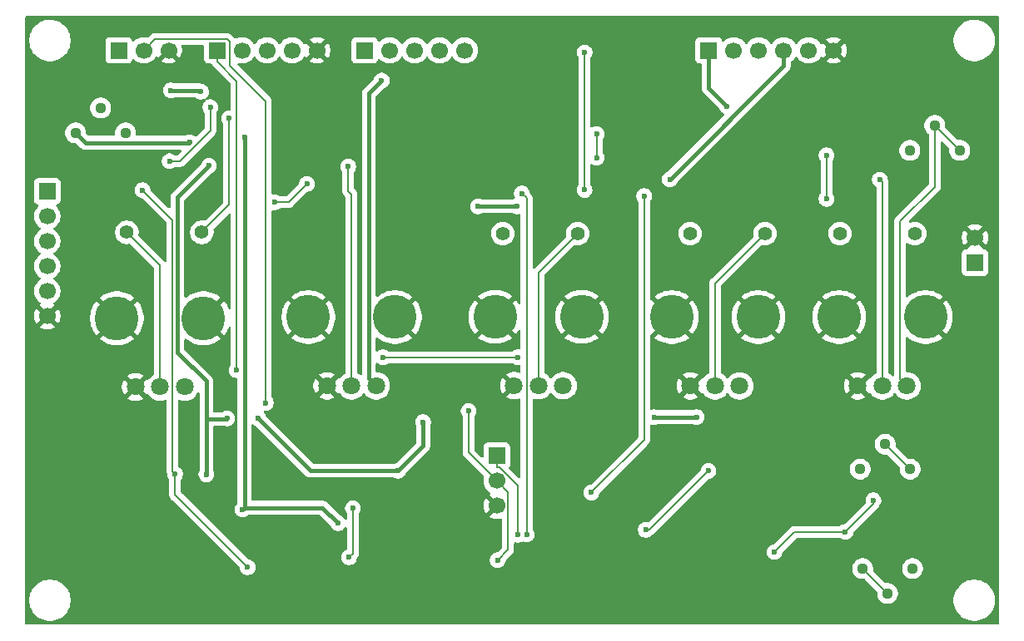
<source format=gbr>
%TF.GenerationSoftware,KiCad,Pcbnew,9.0.3*%
%TF.CreationDate,2025-10-30T19:41:25+09:00*%
%TF.ProjectId,VCF_VCABoard,5643465f-5643-4414-926f-6172642e6b69,rev?*%
%TF.SameCoordinates,Original*%
%TF.FileFunction,Copper,L2,Bot*%
%TF.FilePolarity,Positive*%
%FSLAX46Y46*%
G04 Gerber Fmt 4.6, Leading zero omitted, Abs format (unit mm)*
G04 Created by KiCad (PCBNEW 9.0.3) date 2025-10-30 19:41:25*
%MOMM*%
%LPD*%
G01*
G04 APERTURE LIST*
%TA.AperFunction,ComponentPad*%
%ADD10C,1.400000*%
%TD*%
%TA.AperFunction,ComponentPad*%
%ADD11C,1.800000*%
%TD*%
%TA.AperFunction,ComponentPad*%
%ADD12C,4.455000*%
%TD*%
%TA.AperFunction,ComponentPad*%
%ADD13C,1.120000*%
%TD*%
%TA.AperFunction,ComponentPad*%
%ADD14R,1.700000X1.700000*%
%TD*%
%TA.AperFunction,ComponentPad*%
%ADD15C,1.700000*%
%TD*%
%TA.AperFunction,ViaPad*%
%ADD16C,0.600000*%
%TD*%
%TA.AperFunction,Conductor*%
%ADD17C,0.200000*%
%TD*%
%TA.AperFunction,Conductor*%
%ADD18C,0.400000*%
%TD*%
G04 APERTURE END LIST*
D10*
%TO.P,R36,1*%
%TO.N,Net-(VR15-WIPER)*%
X142715000Y-106657000D03*
%TO.P,R36,2*%
%TO.N,Net-(IC1-INPUT_-)*%
X135095000Y-106657000D03*
%TD*%
D11*
%TO.P,VR12,1,CCW*%
%TO.N,GNDA*%
X98183000Y-122166000D03*
%TO.P,VR12,2,WIPER*%
%TO.N,Net-(VR12-WIPER)*%
X100683000Y-122166000D03*
%TO.P,VR12,3,CW*%
%TO.N,+5VA*%
X103183000Y-122166000D03*
D12*
%TO.P,VR12,MH1,MH1*%
%TO.N,GNDA*%
X96283000Y-115166000D03*
%TO.P,VR12,MH2,MH2*%
X105083000Y-115166000D03*
%TD*%
D13*
%TO.P,VR17,1,CCW*%
%TO.N,Net-(U6B--)*%
X152400000Y-130660000D03*
%TO.P,VR17,2,WIPER*%
%TO.N,Net-(VR17-CW)*%
X154940000Y-128120000D03*
%TO.P,VR17,3,CW*%
X157480000Y-130660000D03*
%TD*%
D10*
%TO.P,R37,1*%
%TO.N,Net-(Q2-E)*%
X157955000Y-106657000D03*
%TO.P,R37,2*%
%TO.N,Net-(IC1-INPUT_-)*%
X150335000Y-106657000D03*
%TD*%
D11*
%TO.P,VR15,1,CCW*%
%TO.N,GNDA*%
X135140000Y-122166000D03*
%TO.P,VR15,2,WIPER*%
%TO.N,Net-(VR15-WIPER)*%
X137640000Y-122166000D03*
%TO.P,VR15,3,CW*%
%TO.N,Sine*%
X140140000Y-122166000D03*
D12*
%TO.P,VR15,MH1,MH1*%
%TO.N,GNDA*%
X133240000Y-115166000D03*
%TO.P,VR15,MH2,MH2*%
X142040000Y-115166000D03*
%TD*%
D14*
%TO.P,J4,1,Pin_1*%
%TO.N,Sine*%
X87000000Y-88000000D03*
D15*
%TO.P,J4,2,Pin_2*%
%TO.N,unconnected-(J4-Pin_2-Pad2)*%
X89540000Y-88000000D03*
%TO.P,J4,3,Pin_3*%
%TO.N,unconnected-(J4-Pin_3-Pad3)*%
X92080000Y-88000000D03*
%TO.P,J4,4,Pin_4*%
%TO.N,unconnected-(J4-Pin_4-Pad4)*%
X94620000Y-88000000D03*
%TO.P,J4,5,Pin_5*%
%TO.N,GNDA*%
X97160000Y-88000000D03*
%TD*%
D11*
%TO.P,VR25,1,CCW*%
%TO.N,GNDA*%
X117188000Y-122151000D03*
%TO.P,VR25,2,WIPER*%
%TO.N,Net-(VR25-WIPER)*%
X119688000Y-122151000D03*
%TO.P,VR25,3,CW*%
%TO.N,EnvFlt*%
X122188000Y-122151000D03*
D12*
%TO.P,VR25,MH1,MH1*%
%TO.N,GNDA*%
X115288000Y-115151000D03*
%TO.P,VR25,MH2,MH2*%
X124088000Y-115151000D03*
%TD*%
D14*
%TO.P,J3,1,Pin_1*%
%TO.N,EnvAmp*%
X77000000Y-88000000D03*
D15*
%TO.P,J3,2,Pin_2*%
%TO.N,EnvFlt*%
X79540000Y-88000000D03*
%TO.P,J3,3,Pin_3*%
%TO.N,GNDA*%
X82080000Y-88000000D03*
%TD*%
D11*
%TO.P,VR11,1,CCW*%
%TO.N,GNDA*%
X152158000Y-122166000D03*
%TO.P,VR11,2,WIPER*%
%TO.N,Net-(Q2-B)*%
X154658000Y-122166000D03*
%TO.P,VR11,3,CW*%
%TO.N,Net-(VR11-CW)*%
X157158000Y-122166000D03*
D12*
%TO.P,VR11,MH1,MH1*%
%TO.N,GNDA*%
X150258000Y-115166000D03*
%TO.P,VR11,MH2,MH2*%
X159058000Y-115166000D03*
%TD*%
D14*
%TO.P,J6,1,Pin_1*%
%TO.N,+12VA*%
X137000000Y-88000000D03*
D15*
%TO.P,J6,2,Pin_2*%
%TO.N,+5VA*%
X139540000Y-88000000D03*
%TO.P,J6,3,Pin_3*%
%TO.N,-5VA*%
X142080000Y-88000000D03*
%TO.P,J6,4,Pin_4*%
%TO.N,-12VA*%
X144620000Y-88000000D03*
%TO.P,J6,5,Pin_5*%
%TO.N,unconnected-(J6-Pin_5-Pad5)*%
X147160000Y-88000000D03*
%TO.P,J6,6,Pin_6*%
%TO.N,GNDA*%
X149700000Y-88000000D03*
%TD*%
D13*
%TO.P,VR16,1,CCW*%
%TO.N,Net-(U6A--)*%
X157734000Y-140768000D03*
%TO.P,VR16,2,WIPER*%
%TO.N,Net-(VR16-CW)*%
X155194000Y-143308000D03*
%TO.P,VR16,3,CW*%
X152654000Y-140768000D03*
%TD*%
D14*
%TO.P,J10,1,Pin_1*%
%TO.N,VCAOut*%
X164084000Y-109601000D03*
D15*
%TO.P,J10,2,Pin_2*%
%TO.N,GNDA*%
X164084000Y-107061000D03*
%TD*%
D11*
%TO.P,VR13,1,CCW*%
%TO.N,GNDA*%
X78707000Y-122279000D03*
%TO.P,VR13,2,WIPER*%
%TO.N,Net-(VR13-WIPER)*%
X81207000Y-122279000D03*
%TO.P,VR13,3,CW*%
%TO.N,+5VA*%
X83707000Y-122279000D03*
D12*
%TO.P,VR13,MH1,MH1*%
%TO.N,GNDA*%
X76807000Y-115279000D03*
%TO.P,VR13,MH2,MH2*%
X85607000Y-115279000D03*
%TD*%
D14*
%TO.P,J2,1,Pin_1*%
%TO.N,CV*%
X102000000Y-88000000D03*
D15*
%TO.P,J2,2,Pin_2*%
%TO.N,unconnected-(J2-Pin_2-Pad2)*%
X104540000Y-88000000D03*
%TO.P,J2,3,Pin_3*%
%TO.N,unconnected-(J2-Pin_3-Pad3)*%
X107080000Y-88000000D03*
%TO.P,J2,4,Pin_4*%
%TO.N,unconnected-(J2-Pin_4-Pad4)*%
X109620000Y-88000000D03*
%TO.P,J2,5,Pin_5*%
%TO.N,unconnected-(J2-Pin_5-Pad5)*%
X112160000Y-88000000D03*
%TD*%
D14*
%TO.P,J7,1,Pin_1*%
%TO.N,VCF_OUT*%
X115443000Y-129299000D03*
D15*
%TO.P,J7,2,Pin_2*%
%TO.N,VCF_ResoWav*%
X115443000Y-131839000D03*
%TO.P,J7,3,Pin_3*%
%TO.N,GNDA*%
X115443000Y-134379000D03*
%TD*%
D10*
%TO.P,R35,1*%
%TO.N,Net-(VR25-WIPER)*%
X123665000Y-106657000D03*
%TO.P,R35,2*%
%TO.N,Net-(IC1-INPUT_-)*%
X116045000Y-106657000D03*
%TD*%
%TO.P,R34,1*%
%TO.N,Net-(VR13-WIPER)*%
X77818000Y-106530000D03*
%TO.P,R34,2*%
%TO.N,Net-(IC1-INPUT_-)*%
X85438000Y-106530000D03*
%TD*%
D13*
%TO.P,VR19,1,CCW*%
%TO.N,-12VA*%
X72616000Y-96411000D03*
%TO.P,VR19,2,WIPER*%
%TO.N,Net-(VR19-WIPER)*%
X75156000Y-93871000D03*
%TO.P,VR19,3,CW*%
%TO.N,+12VA*%
X77696000Y-96411000D03*
%TD*%
%TO.P,VR26,1,CCW*%
%TO.N,CV*%
X157452000Y-98189000D03*
%TO.P,VR26,2,WIPER*%
%TO.N,Net-(VR11-CW)*%
X159992000Y-95649000D03*
%TO.P,VR26,3,CW*%
X162532000Y-98189000D03*
%TD*%
D14*
%TO.P,J1,1,Pin_1*%
%TO.N,VCOWave*%
X69723000Y-102362000D03*
D15*
%TO.P,J1,2,Pin_2*%
%TO.N,unconnected-(J1-Pin_2-Pad2)*%
X69723000Y-104902000D03*
%TO.P,J1,3,Pin_3*%
%TO.N,unconnected-(J1-Pin_3-Pad3)*%
X69723000Y-107442000D03*
%TO.P,J1,4,Pin_4*%
%TO.N,unconnected-(J1-Pin_4-Pad4)*%
X69723000Y-109982000D03*
%TO.P,J1,5,Pin_5*%
%TO.N,unconnected-(J1-Pin_5-Pad5)*%
X69723000Y-112522000D03*
%TO.P,J1,6,Pin_6*%
%TO.N,GNDA*%
X69723000Y-115062000D03*
%TD*%
D16*
%TO.N,GNDA*%
X118237000Y-94996000D03*
X104140000Y-100584000D03*
X92964000Y-131064000D03*
X95250000Y-125984000D03*
%TO.N,VCA_ResoWav*%
X136972300Y-130818700D03*
X130598200Y-136825300D03*
%TO.N,VCF_OUT*%
X117587500Y-137340400D03*
%TO.N,Net-(IC1-OUTPUT)*%
X82165600Y-99292200D03*
X86314000Y-93790300D03*
%TO.N,+12VA*%
X107950000Y-125857000D03*
X91186000Y-125476000D03*
X85908200Y-131184700D03*
X85364000Y-92222000D03*
X138846400Y-93695600D03*
X88011000Y-125476000D03*
X105410000Y-130810000D03*
X82296000Y-92075000D03*
X86171900Y-99753000D03*
X135763000Y-125349000D03*
X131445000Y-125349000D03*
%TO.N,-12VA*%
X133039700Y-101149400D03*
X113538000Y-103886000D03*
X84197900Y-97355500D03*
X89597400Y-134768000D03*
X99301000Y-136164700D03*
X117475000Y-103886000D03*
X89790100Y-96885500D03*
%TO.N,Net-(IC1-INPUT_-)*%
X88233700Y-94916600D03*
%TO.N,EnvAmp*%
X124368500Y-102218100D03*
X124368500Y-88207600D03*
%TO.N,EnvFlt*%
X91950400Y-123900100D03*
%TO.N,Sine*%
X89003300Y-120576600D03*
X117602000Y-119253000D03*
X103886000Y-119253000D03*
%TO.N,+5VA*%
X103738800Y-91080400D03*
%TO.N,VCF_ResoWav*%
X112580100Y-124735800D03*
X115527200Y-139918000D03*
%TO.N,Net-(Q2-B)*%
X154390500Y-101162600D03*
%TO.N,Net-(Q3-C)*%
X96139000Y-101600000D03*
X92837000Y-103465000D03*
%TO.N,Net-(Q4-C)*%
X148971000Y-103124000D03*
X148971000Y-98679000D03*
%TO.N,LP18db*%
X100409100Y-139630300D03*
X100812900Y-134648200D03*
%TO.N,VCFCnt*%
X79429200Y-102250100D03*
X90100800Y-140641300D03*
X82733200Y-131176700D03*
%TO.N,Net-(U3A--)*%
X125603000Y-98933000D03*
X125603000Y-96520000D03*
%TO.N,VCACnt*%
X125057000Y-133038900D03*
X130427200Y-102843200D03*
%TO.N,Net-(VR12-WIPER)*%
X100330000Y-99822000D03*
%TO.N,Net-(U6A-+)*%
X150892400Y-137045200D03*
X153745400Y-133829700D03*
X143677300Y-139095300D03*
%TO.N,ResoCnt*%
X118474300Y-137316800D03*
X117993000Y-102571600D03*
%TD*%
D17*
%TO.N,VCA_ResoWav*%
X130965700Y-136825300D02*
X136972300Y-130818700D01*
X130598200Y-136825300D02*
X130965700Y-136825300D01*
%TO.N,VCF_OUT*%
X117587500Y-132307300D02*
X117587500Y-137340400D01*
X115730900Y-130450700D02*
X117587500Y-132307300D01*
X115443000Y-129299000D02*
X115443000Y-130450700D01*
X115443000Y-130450700D02*
X115730900Y-130450700D01*
%TO.N,Net-(IC1-OUTPUT)*%
X86314000Y-96201600D02*
X83223400Y-99292200D01*
X83223400Y-99292200D02*
X82165600Y-99292200D01*
X86314000Y-93790300D02*
X86314000Y-96201600D01*
D18*
%TO.N,+12VA*%
X96520000Y-130810000D02*
X105410000Y-130810000D01*
X107950000Y-125857000D02*
X107950000Y-128270000D01*
X85908200Y-125702000D02*
X85908200Y-131184700D01*
X85364000Y-92222000D02*
X85217000Y-92075000D01*
X87933000Y-125554000D02*
X85908200Y-125554000D01*
X85908200Y-125619300D02*
X85908200Y-125554000D01*
X107950000Y-128270000D02*
X105410000Y-130810000D01*
X88011000Y-125476000D02*
X87933000Y-125554000D01*
X85908200Y-125702000D02*
X85908200Y-125619300D01*
X82968300Y-102956600D02*
X86171900Y-99753000D01*
X137000000Y-88000000D02*
X137000000Y-91849200D01*
X135763000Y-125349000D02*
X131445000Y-125349000D01*
X91186000Y-125476000D02*
X96520000Y-130810000D01*
X82968300Y-118756700D02*
X82968300Y-102956600D01*
X85217000Y-92075000D02*
X82296000Y-92075000D01*
X137000000Y-91849200D02*
X138846400Y-93695600D01*
X85908200Y-125554000D02*
X85908200Y-121696600D01*
X85908200Y-121696600D02*
X82968300Y-118756700D01*
%TO.N,-12VA*%
X89597400Y-134768000D02*
X89790100Y-134575300D01*
X73619200Y-97414200D02*
X84139200Y-97414200D01*
X89790100Y-130683400D02*
X89790100Y-130600700D01*
X144620000Y-88000000D02*
X144620000Y-89569100D01*
X89790100Y-130600700D02*
X89790100Y-96885500D01*
X117475000Y-103886000D02*
X113538000Y-103886000D01*
X72616000Y-96411000D02*
X73619200Y-97414200D01*
X144620000Y-89569100D02*
X133039700Y-101149400D01*
X97711600Y-134575300D02*
X99301000Y-136164700D01*
X84139200Y-97414200D02*
X84197900Y-97355500D01*
X89790100Y-134575300D02*
X97711600Y-134575300D01*
X89790100Y-134575300D02*
X89790100Y-130683400D01*
D17*
%TO.N,Net-(IC1-INPUT_-)*%
X85438000Y-106530000D02*
X88233700Y-103734300D01*
X88233700Y-103734300D02*
X88233700Y-94916600D01*
%TO.N,EnvAmp*%
X124368500Y-102218100D02*
X124368500Y-88207600D01*
%TO.N,EnvFlt*%
X79540000Y-88000000D02*
X80691700Y-86848300D01*
X88270000Y-87107600D02*
X88270000Y-89547100D01*
X88270000Y-89547100D02*
X91950400Y-93227500D01*
X88010700Y-86848300D02*
X88270000Y-87107600D01*
X80691700Y-86848300D02*
X88010700Y-86848300D01*
X91950400Y-93227500D02*
X91950400Y-123900100D01*
%TO.N,Sine*%
X89003300Y-91155000D02*
X87000000Y-89151700D01*
X89003300Y-120576600D02*
X89003300Y-91155000D01*
X103886000Y-119253000D02*
X117602000Y-119253000D01*
X87000000Y-88000000D02*
X87000000Y-89151700D01*
D18*
%TO.N,+5VA*%
X102433100Y-92386100D02*
X102433100Y-121416100D01*
X102433100Y-121416100D02*
X103183000Y-122166000D01*
X103738800Y-91080400D02*
X102433100Y-92386100D01*
D17*
%TO.N,VCF_ResoWav*%
X115527200Y-139918000D02*
X116598200Y-138847000D01*
X116598200Y-132994200D02*
X115443000Y-131839000D01*
X116598200Y-138847000D02*
X116598200Y-132994200D01*
X112580100Y-124735800D02*
X112580100Y-128976100D01*
X112580100Y-128976100D02*
X115443000Y-131839000D01*
%TO.N,Net-(Q2-B)*%
X154390500Y-101162600D02*
X154658000Y-101430100D01*
X154658000Y-101430100D02*
X154658000Y-122166000D01*
%TO.N,Net-(Q3-C)*%
X94274000Y-103465000D02*
X92837000Y-103465000D01*
X96139000Y-101600000D02*
X94274000Y-103465000D01*
%TO.N,Net-(Q4-C)*%
X148971000Y-103124000D02*
X148971000Y-98679000D01*
%TO.N,LP18db*%
X100812900Y-139226500D02*
X100409100Y-139630300D01*
X100812900Y-134648200D02*
X100812900Y-139226500D01*
%TO.N,Net-(VR13-WIPER)*%
X81207000Y-122279000D02*
X81207000Y-109919000D01*
X81207000Y-109919000D02*
X77818000Y-106530000D01*
%TO.N,Net-(VR25-WIPER)*%
X119688000Y-110634000D02*
X119688000Y-122151000D01*
X123665000Y-106657000D02*
X119688000Y-110634000D01*
%TO.N,Net-(VR15-WIPER)*%
X137640000Y-122166000D02*
X137640000Y-111732000D01*
X137640000Y-111732000D02*
X142715000Y-106657000D01*
%TO.N,VCFCnt*%
X79429200Y-102250100D02*
X82455600Y-105276500D01*
X82455600Y-105276500D02*
X82455600Y-130899100D01*
X90100800Y-140641300D02*
X82733200Y-133273700D01*
X82733200Y-133273700D02*
X82733200Y-131176700D01*
X82455600Y-130899100D02*
X82733200Y-131176700D01*
%TO.N,Net-(U3A--)*%
X125603000Y-98933000D02*
X125603000Y-96520000D01*
%TO.N,VCACnt*%
X130427200Y-127668700D02*
X125057000Y-133038900D01*
X130427200Y-102843200D02*
X130427200Y-127668700D01*
%TO.N,Net-(VR12-WIPER)*%
X100683000Y-102696900D02*
X100683000Y-122166000D01*
X100330000Y-99822000D02*
X100330000Y-102343900D01*
X100330000Y-102343900D02*
X100683000Y-102696900D01*
%TO.N,Net-(U6A-+)*%
X150892400Y-137045200D02*
X153745400Y-134192200D01*
X150892400Y-137045200D02*
X145727400Y-137045200D01*
X153745400Y-134192200D02*
X153745400Y-133829700D01*
X145727400Y-137045200D02*
X143677300Y-139095300D01*
%TO.N,Net-(VR16-CW)*%
X155194000Y-143308000D02*
X152654000Y-140768000D01*
%TO.N,Net-(VR17-CW)*%
X154940000Y-128120000D02*
X157480000Y-130660000D01*
%TO.N,ResoCnt*%
X117993000Y-102571600D02*
X118474300Y-103052900D01*
X118474300Y-103052900D02*
X118474300Y-137316800D01*
%TO.N,Net-(VR11-CW)*%
X156446300Y-105430500D02*
X156446300Y-121454300D01*
X159992000Y-101884800D02*
X156446300Y-105430500D01*
X159992000Y-95649000D02*
X159992000Y-101884800D01*
X156446300Y-121454300D02*
X157158000Y-122166000D01*
X162532000Y-98189000D02*
X159992000Y-95649000D01*
%TD*%
%TA.AperFunction,Conductor*%
%TO.N,GNDA*%
G36*
X166442539Y-84520185D02*
G01*
X166488294Y-84572989D01*
X166499500Y-84624500D01*
X166499500Y-146375500D01*
X166479815Y-146442539D01*
X166427011Y-146488294D01*
X166375500Y-146499500D01*
X67624500Y-146499500D01*
X67557461Y-146479815D01*
X67511706Y-146427011D01*
X67500500Y-146375500D01*
X67500500Y-143862332D01*
X67899500Y-143862332D01*
X67899500Y-144137667D01*
X67899501Y-144137684D01*
X67935438Y-144410655D01*
X67935439Y-144410660D01*
X67935440Y-144410666D01*
X67935441Y-144410668D01*
X68006704Y-144676630D01*
X68112075Y-144931017D01*
X68112080Y-144931028D01*
X68191809Y-145069121D01*
X68249751Y-145169479D01*
X68249753Y-145169482D01*
X68249754Y-145169483D01*
X68417370Y-145387926D01*
X68417376Y-145387933D01*
X68612066Y-145582623D01*
X68612072Y-145582628D01*
X68830521Y-145750249D01*
X68983778Y-145838732D01*
X69068971Y-145887919D01*
X69068976Y-145887921D01*
X69068979Y-145887923D01*
X69323368Y-145993295D01*
X69589334Y-146064560D01*
X69862326Y-146100500D01*
X69862333Y-146100500D01*
X70137667Y-146100500D01*
X70137674Y-146100500D01*
X70410666Y-146064560D01*
X70676632Y-145993295D01*
X70931021Y-145887923D01*
X71169479Y-145750249D01*
X71387928Y-145582628D01*
X71582628Y-145387928D01*
X71750249Y-145169479D01*
X71887923Y-144931021D01*
X71993295Y-144676632D01*
X72064560Y-144410666D01*
X72100500Y-144137674D01*
X72100500Y-143862326D01*
X72064560Y-143589334D01*
X71993295Y-143323368D01*
X71887923Y-143068979D01*
X71887921Y-143068976D01*
X71887919Y-143068971D01*
X71838732Y-142983778D01*
X71750249Y-142830521D01*
X71582628Y-142612072D01*
X71582623Y-142612066D01*
X71387933Y-142417376D01*
X71387926Y-142417370D01*
X71169483Y-142249754D01*
X71169482Y-142249753D01*
X71169479Y-142249751D01*
X71074407Y-142194861D01*
X70931028Y-142112080D01*
X70931017Y-142112075D01*
X70676630Y-142006704D01*
X70543649Y-141971072D01*
X70410666Y-141935440D01*
X70410660Y-141935439D01*
X70410655Y-141935438D01*
X70137684Y-141899501D01*
X70137679Y-141899500D01*
X70137674Y-141899500D01*
X69862326Y-141899500D01*
X69862320Y-141899500D01*
X69862315Y-141899501D01*
X69589344Y-141935438D01*
X69589337Y-141935439D01*
X69589334Y-141935440D01*
X69533125Y-141950500D01*
X69323369Y-142006704D01*
X69068982Y-142112075D01*
X69068971Y-142112080D01*
X68830516Y-142249754D01*
X68612073Y-142417370D01*
X68612066Y-142417376D01*
X68417376Y-142612066D01*
X68417370Y-142612073D01*
X68249754Y-142830516D01*
X68112080Y-143068971D01*
X68112075Y-143068982D01*
X68006704Y-143323369D01*
X67935441Y-143589331D01*
X67935438Y-143589344D01*
X67899501Y-143862315D01*
X67899500Y-143862332D01*
X67500500Y-143862332D01*
X67500500Y-101464135D01*
X68372500Y-101464135D01*
X68372500Y-103259870D01*
X68372501Y-103259876D01*
X68378908Y-103319483D01*
X68429202Y-103454328D01*
X68429206Y-103454335D01*
X68515452Y-103569544D01*
X68515455Y-103569547D01*
X68630664Y-103655793D01*
X68630671Y-103655797D01*
X68762082Y-103704810D01*
X68818016Y-103746681D01*
X68842433Y-103812145D01*
X68827582Y-103880418D01*
X68806431Y-103908673D01*
X68692889Y-104022215D01*
X68567951Y-104194179D01*
X68471444Y-104383585D01*
X68405753Y-104585760D01*
X68372500Y-104795713D01*
X68372500Y-105008286D01*
X68394722Y-105148594D01*
X68405754Y-105218243D01*
X68454769Y-105369096D01*
X68471444Y-105420414D01*
X68567951Y-105609820D01*
X68692890Y-105781786D01*
X68843213Y-105932109D01*
X69015182Y-106057050D01*
X69023946Y-106061516D01*
X69074742Y-106109491D01*
X69091536Y-106177312D01*
X69068998Y-106243447D01*
X69023946Y-106282484D01*
X69015182Y-106286949D01*
X68843213Y-106411890D01*
X68692890Y-106562213D01*
X68567951Y-106734179D01*
X68471444Y-106923585D01*
X68405753Y-107125760D01*
X68372500Y-107335713D01*
X68372500Y-107548286D01*
X68398782Y-107714228D01*
X68405754Y-107758243D01*
X68429808Y-107832274D01*
X68471444Y-107960414D01*
X68567951Y-108149820D01*
X68692890Y-108321786D01*
X68843213Y-108472109D01*
X69015182Y-108597050D01*
X69023946Y-108601516D01*
X69074742Y-108649491D01*
X69091536Y-108717312D01*
X69068998Y-108783447D01*
X69023946Y-108822484D01*
X69015182Y-108826949D01*
X68843213Y-108951890D01*
X68692890Y-109102213D01*
X68567951Y-109274179D01*
X68471444Y-109463585D01*
X68405753Y-109665760D01*
X68372500Y-109875713D01*
X68372500Y-110088286D01*
X68400533Y-110265284D01*
X68405754Y-110298243D01*
X68470946Y-110498883D01*
X68471444Y-110500414D01*
X68567951Y-110689820D01*
X68692890Y-110861786D01*
X68843213Y-111012109D01*
X69015182Y-111137050D01*
X69023946Y-111141516D01*
X69074742Y-111189491D01*
X69091536Y-111257312D01*
X69068998Y-111323447D01*
X69023946Y-111362484D01*
X69015182Y-111366949D01*
X68843213Y-111491890D01*
X68692890Y-111642213D01*
X68567951Y-111814179D01*
X68471444Y-112003585D01*
X68405753Y-112205760D01*
X68372500Y-112415713D01*
X68372500Y-112628287D01*
X68405754Y-112838243D01*
X68438185Y-112938056D01*
X68471444Y-113040414D01*
X68567951Y-113229820D01*
X68692890Y-113401786D01*
X68843213Y-113552109D01*
X69015179Y-113677048D01*
X69015181Y-113677049D01*
X69015184Y-113677051D01*
X69024493Y-113681794D01*
X69075290Y-113729766D01*
X69092087Y-113797587D01*
X69069552Y-113863722D01*
X69024505Y-113902760D01*
X69015446Y-113907376D01*
X69015440Y-113907380D01*
X68961282Y-113946727D01*
X68961282Y-113946728D01*
X69593591Y-114579037D01*
X69530007Y-114596075D01*
X69415993Y-114661901D01*
X69322901Y-114754993D01*
X69257075Y-114869007D01*
X69240037Y-114932591D01*
X68607728Y-114300282D01*
X68607727Y-114300282D01*
X68568380Y-114354439D01*
X68471904Y-114543782D01*
X68406242Y-114745869D01*
X68406242Y-114745872D01*
X68373000Y-114955753D01*
X68373000Y-115168246D01*
X68406242Y-115378127D01*
X68406242Y-115378130D01*
X68471904Y-115580217D01*
X68568375Y-115769550D01*
X68607728Y-115823716D01*
X69240037Y-115191408D01*
X69257075Y-115254993D01*
X69322901Y-115369007D01*
X69415993Y-115462099D01*
X69530007Y-115527925D01*
X69593590Y-115544962D01*
X68961282Y-116177269D01*
X68961282Y-116177270D01*
X69015449Y-116216624D01*
X69204782Y-116313095D01*
X69406870Y-116378757D01*
X69616754Y-116412000D01*
X69829246Y-116412000D01*
X70039127Y-116378757D01*
X70039130Y-116378757D01*
X70241217Y-116313095D01*
X70430554Y-116216622D01*
X70484716Y-116177270D01*
X70484717Y-116177270D01*
X69852408Y-115544962D01*
X69915993Y-115527925D01*
X70030007Y-115462099D01*
X70123099Y-115369007D01*
X70188925Y-115254993D01*
X70205962Y-115191408D01*
X70838270Y-115823717D01*
X70838270Y-115823716D01*
X70877622Y-115769554D01*
X70974095Y-115580217D01*
X71039757Y-115378130D01*
X71039757Y-115378127D01*
X71073000Y-115168246D01*
X71073000Y-115125822D01*
X74079500Y-115125822D01*
X74079500Y-115432177D01*
X74113798Y-115736580D01*
X74113800Y-115736596D01*
X74181967Y-116035258D01*
X74181971Y-116035270D01*
X74283145Y-116324407D01*
X74283154Y-116324429D01*
X74416062Y-116600416D01*
X74579051Y-116859811D01*
X74709302Y-117023143D01*
X75595078Y-116137366D01*
X75674305Y-116246413D01*
X75839587Y-116411695D01*
X75948631Y-116490920D01*
X75062855Y-117376696D01*
X75226188Y-117506948D01*
X75485583Y-117669937D01*
X75761570Y-117802845D01*
X75761592Y-117802854D01*
X76050729Y-117904028D01*
X76050741Y-117904032D01*
X76349403Y-117972199D01*
X76349419Y-117972201D01*
X76653822Y-118006499D01*
X76653824Y-118006500D01*
X76960176Y-118006500D01*
X76960177Y-118006499D01*
X77264580Y-117972201D01*
X77264596Y-117972199D01*
X77563258Y-117904032D01*
X77563270Y-117904028D01*
X77852407Y-117802854D01*
X77852429Y-117802845D01*
X78128416Y-117669937D01*
X78387811Y-117506948D01*
X78551143Y-117376696D01*
X77665367Y-116490920D01*
X77774413Y-116411695D01*
X77939695Y-116246413D01*
X78018920Y-116137367D01*
X78904696Y-117023143D01*
X79034948Y-116859811D01*
X79197937Y-116600416D01*
X79330845Y-116324429D01*
X79330854Y-116324407D01*
X79432028Y-116035270D01*
X79432032Y-116035258D01*
X79500199Y-115736596D01*
X79500201Y-115736580D01*
X79534499Y-115432177D01*
X79534500Y-115432175D01*
X79534500Y-115125824D01*
X79534499Y-115125822D01*
X79500201Y-114821419D01*
X79500199Y-114821403D01*
X79432032Y-114522741D01*
X79432028Y-114522729D01*
X79330854Y-114233592D01*
X79330845Y-114233570D01*
X79197937Y-113957583D01*
X79034948Y-113698188D01*
X78904696Y-113534855D01*
X78018920Y-114420631D01*
X77939695Y-114311587D01*
X77774413Y-114146305D01*
X77665366Y-114067078D01*
X78551143Y-113181302D01*
X78387811Y-113051051D01*
X78128416Y-112888062D01*
X77852429Y-112755154D01*
X77852407Y-112755145D01*
X77563270Y-112653971D01*
X77563258Y-112653967D01*
X77264596Y-112585800D01*
X77264580Y-112585798D01*
X76960177Y-112551500D01*
X76653822Y-112551500D01*
X76349419Y-112585798D01*
X76349403Y-112585800D01*
X76050741Y-112653967D01*
X76050729Y-112653971D01*
X75761592Y-112755145D01*
X75761570Y-112755154D01*
X75485583Y-112888062D01*
X75226184Y-113051053D01*
X75226180Y-113051056D01*
X75062855Y-113181302D01*
X75948632Y-114067079D01*
X75839587Y-114146305D01*
X75674305Y-114311587D01*
X75595079Y-114420632D01*
X74709302Y-113534855D01*
X74579056Y-113698180D01*
X74579053Y-113698184D01*
X74416062Y-113957583D01*
X74283154Y-114233570D01*
X74283145Y-114233592D01*
X74181971Y-114522729D01*
X74181967Y-114522741D01*
X74113800Y-114821403D01*
X74113798Y-114821419D01*
X74079500Y-115125822D01*
X71073000Y-115125822D01*
X71073000Y-114955753D01*
X71039757Y-114745872D01*
X71039757Y-114745869D01*
X70974095Y-114543782D01*
X70877624Y-114354449D01*
X70838270Y-114300282D01*
X70838269Y-114300282D01*
X70205962Y-114932590D01*
X70188925Y-114869007D01*
X70123099Y-114754993D01*
X70030007Y-114661901D01*
X69915993Y-114596075D01*
X69852409Y-114579037D01*
X70484716Y-113946728D01*
X70430547Y-113907373D01*
X70430547Y-113907372D01*
X70421500Y-113902763D01*
X70370706Y-113854788D01*
X70353912Y-113786966D01*
X70376451Y-113720832D01*
X70421508Y-113681793D01*
X70430816Y-113677051D01*
X70510007Y-113619515D01*
X70602786Y-113552109D01*
X70602788Y-113552106D01*
X70602792Y-113552104D01*
X70753104Y-113401792D01*
X70753106Y-113401788D01*
X70753109Y-113401786D01*
X70829143Y-113297132D01*
X70878051Y-113229816D01*
X70974557Y-113040412D01*
X71040246Y-112838243D01*
X71073500Y-112628287D01*
X71073500Y-112415713D01*
X71040246Y-112205757D01*
X70974557Y-112003588D01*
X70878051Y-111814184D01*
X70878049Y-111814181D01*
X70878048Y-111814179D01*
X70753109Y-111642213D01*
X70602786Y-111491890D01*
X70430820Y-111366951D01*
X70430115Y-111366591D01*
X70422054Y-111362485D01*
X70371259Y-111314512D01*
X70354463Y-111246692D01*
X70376999Y-111180556D01*
X70422054Y-111141515D01*
X70430816Y-111137051D01*
X70452789Y-111121086D01*
X70602786Y-111012109D01*
X70602788Y-111012106D01*
X70602792Y-111012104D01*
X70753104Y-110861792D01*
X70753106Y-110861788D01*
X70753109Y-110861786D01*
X70878048Y-110689820D01*
X70878047Y-110689820D01*
X70878051Y-110689816D01*
X70974557Y-110500412D01*
X71040246Y-110298243D01*
X71073500Y-110088287D01*
X71073500Y-109875713D01*
X71040246Y-109665757D01*
X70974557Y-109463588D01*
X70878051Y-109274184D01*
X70878049Y-109274181D01*
X70878048Y-109274179D01*
X70753109Y-109102213D01*
X70602786Y-108951890D01*
X70430820Y-108826951D01*
X70430115Y-108826591D01*
X70422054Y-108822485D01*
X70371259Y-108774512D01*
X70354463Y-108706692D01*
X70376999Y-108640556D01*
X70422054Y-108601515D01*
X70430816Y-108597051D01*
X70452789Y-108581086D01*
X70602786Y-108472109D01*
X70602788Y-108472106D01*
X70602792Y-108472104D01*
X70753104Y-108321792D01*
X70753106Y-108321788D01*
X70753109Y-108321786D01*
X70878048Y-108149820D01*
X70878047Y-108149820D01*
X70878051Y-108149816D01*
X70974557Y-107960412D01*
X71040246Y-107758243D01*
X71073500Y-107548287D01*
X71073500Y-107335713D01*
X71040246Y-107125757D01*
X70974557Y-106923588D01*
X70878051Y-106734184D01*
X70878049Y-106734181D01*
X70878048Y-106734179D01*
X70753109Y-106562213D01*
X70602786Y-106411890D01*
X70430820Y-106286951D01*
X70430115Y-106286591D01*
X70422054Y-106282485D01*
X70371259Y-106234512D01*
X70354463Y-106166692D01*
X70376999Y-106100556D01*
X70422054Y-106061515D01*
X70430816Y-106057051D01*
X70452789Y-106041086D01*
X70602786Y-105932109D01*
X70602788Y-105932106D01*
X70602792Y-105932104D01*
X70753104Y-105781792D01*
X70753106Y-105781788D01*
X70753109Y-105781786D01*
X70878048Y-105609820D01*
X70878047Y-105609820D01*
X70878051Y-105609816D01*
X70974557Y-105420412D01*
X71040246Y-105218243D01*
X71073500Y-105008287D01*
X71073500Y-104795713D01*
X71040246Y-104585757D01*
X70974557Y-104383588D01*
X70878051Y-104194184D01*
X70878049Y-104194181D01*
X70878048Y-104194179D01*
X70753109Y-104022213D01*
X70639569Y-103908673D01*
X70606084Y-103847350D01*
X70611068Y-103777658D01*
X70652940Y-103721725D01*
X70683915Y-103704810D01*
X70815331Y-103655796D01*
X70930546Y-103569546D01*
X71016796Y-103454331D01*
X71067091Y-103319483D01*
X71073500Y-103259873D01*
X71073499Y-101464128D01*
X71067091Y-101404517D01*
X71059027Y-101382897D01*
X71016797Y-101269671D01*
X71016793Y-101269664D01*
X70930547Y-101154455D01*
X70930544Y-101154452D01*
X70815335Y-101068206D01*
X70815328Y-101068202D01*
X70680482Y-101017908D01*
X70680483Y-101017908D01*
X70620883Y-101011501D01*
X70620881Y-101011500D01*
X70620873Y-101011500D01*
X70620864Y-101011500D01*
X68825129Y-101011500D01*
X68825123Y-101011501D01*
X68765516Y-101017908D01*
X68630671Y-101068202D01*
X68630664Y-101068206D01*
X68515455Y-101154452D01*
X68515452Y-101154455D01*
X68429206Y-101269664D01*
X68429202Y-101269671D01*
X68378908Y-101404517D01*
X68372501Y-101464116D01*
X68372501Y-101464123D01*
X68372500Y-101464135D01*
X67500500Y-101464135D01*
X67500500Y-96515452D01*
X71555499Y-96515452D01*
X71596253Y-96720329D01*
X71596255Y-96720337D01*
X71676193Y-96913328D01*
X71676200Y-96913341D01*
X71792255Y-97087028D01*
X71792258Y-97087032D01*
X71939967Y-97234741D01*
X71939971Y-97234744D01*
X72113658Y-97350799D01*
X72113671Y-97350806D01*
X72227844Y-97398097D01*
X72306664Y-97430745D01*
X72356834Y-97440724D01*
X72511547Y-97471500D01*
X72511550Y-97471500D01*
X72634481Y-97471500D01*
X72701520Y-97491185D01*
X72722162Y-97507819D01*
X73172653Y-97958311D01*
X73172654Y-97958312D01*
X73287392Y-98034977D01*
X73407064Y-98084546D01*
X73414872Y-98087780D01*
X73414876Y-98087780D01*
X73414877Y-98087781D01*
X73550203Y-98114700D01*
X73550206Y-98114700D01*
X73550207Y-98114700D01*
X83252303Y-98114700D01*
X83319342Y-98134385D01*
X83365097Y-98187189D01*
X83375041Y-98256347D01*
X83346016Y-98319903D01*
X83339984Y-98326381D01*
X83010984Y-98655381D01*
X82984056Y-98670084D01*
X82958238Y-98686677D01*
X82952037Y-98687568D01*
X82949661Y-98688866D01*
X82923303Y-98691700D01*
X82745366Y-98691700D01*
X82678327Y-98672015D01*
X82676475Y-98670802D01*
X82544785Y-98582809D01*
X82544772Y-98582802D01*
X82399101Y-98522464D01*
X82399089Y-98522461D01*
X82244445Y-98491700D01*
X82244442Y-98491700D01*
X82086758Y-98491700D01*
X82086755Y-98491700D01*
X81932110Y-98522461D01*
X81932098Y-98522464D01*
X81786427Y-98582802D01*
X81786414Y-98582809D01*
X81655311Y-98670410D01*
X81655307Y-98670413D01*
X81543813Y-98781907D01*
X81543810Y-98781911D01*
X81456209Y-98913014D01*
X81456202Y-98913027D01*
X81395864Y-99058698D01*
X81395861Y-99058710D01*
X81365100Y-99213353D01*
X81365100Y-99371046D01*
X81395861Y-99525689D01*
X81395864Y-99525701D01*
X81456202Y-99671372D01*
X81456209Y-99671385D01*
X81543810Y-99802488D01*
X81543813Y-99802492D01*
X81655307Y-99913986D01*
X81655311Y-99913989D01*
X81786414Y-100001590D01*
X81786427Y-100001597D01*
X81916536Y-100055489D01*
X81932103Y-100061937D01*
X82086753Y-100092699D01*
X82086756Y-100092700D01*
X82086758Y-100092700D01*
X82244444Y-100092700D01*
X82244445Y-100092699D01*
X82399097Y-100061937D01*
X82544779Y-100001594D01*
X82567385Y-99986489D01*
X82676475Y-99913598D01*
X82743153Y-99892720D01*
X82745366Y-99892700D01*
X83136731Y-99892700D01*
X83136747Y-99892701D01*
X83144343Y-99892701D01*
X83302454Y-99892701D01*
X83302457Y-99892701D01*
X83455185Y-99851777D01*
X83506770Y-99821994D01*
X83592116Y-99772720D01*
X83703920Y-99660916D01*
X83703920Y-99660914D01*
X83714124Y-99650711D01*
X83714128Y-99650706D01*
X86672506Y-96692328D01*
X86672511Y-96692324D01*
X86682714Y-96682120D01*
X86682716Y-96682120D01*
X86794520Y-96570316D01*
X86873577Y-96433384D01*
X86914500Y-96280657D01*
X86914500Y-94370065D01*
X86934185Y-94303026D01*
X86935398Y-94301174D01*
X87023390Y-94169485D01*
X87023390Y-94169484D01*
X87023394Y-94169479D01*
X87083737Y-94023797D01*
X87114500Y-93869142D01*
X87114500Y-93711458D01*
X87114500Y-93711455D01*
X87114499Y-93711453D01*
X87084704Y-93561664D01*
X87083737Y-93556803D01*
X87050365Y-93476235D01*
X87023397Y-93411127D01*
X87023390Y-93411114D01*
X86935789Y-93280011D01*
X86935786Y-93280007D01*
X86824292Y-93168513D01*
X86824288Y-93168510D01*
X86693185Y-93080909D01*
X86693172Y-93080902D01*
X86547501Y-93020564D01*
X86547489Y-93020561D01*
X86392845Y-92989800D01*
X86392842Y-92989800D01*
X86235158Y-92989800D01*
X86235155Y-92989800D01*
X86080510Y-93020561D01*
X86080503Y-93020563D01*
X86001546Y-93053267D01*
X85932077Y-93060734D01*
X85869598Y-93029459D01*
X85833946Y-92969369D01*
X85836441Y-92899544D01*
X85871076Y-92849191D01*
X85869982Y-92848097D01*
X85985786Y-92732292D01*
X85985789Y-92732289D01*
X86073394Y-92601179D01*
X86133737Y-92455497D01*
X86164500Y-92300842D01*
X86164500Y-92143158D01*
X86164500Y-92143155D01*
X86164499Y-92143153D01*
X86141891Y-92029497D01*
X86133737Y-91988503D01*
X86104615Y-91918196D01*
X86073397Y-91842827D01*
X86073390Y-91842814D01*
X85985789Y-91711711D01*
X85985786Y-91711707D01*
X85874292Y-91600213D01*
X85874288Y-91600210D01*
X85743185Y-91512609D01*
X85743172Y-91512602D01*
X85597501Y-91452264D01*
X85597491Y-91452261D01*
X85506693Y-91434200D01*
X85483438Y-91427146D01*
X85421328Y-91401420D01*
X85421324Y-91401419D01*
X85421321Y-91401418D01*
X85285996Y-91374500D01*
X85285994Y-91374500D01*
X85285993Y-91374500D01*
X82721316Y-91374500D01*
X82673864Y-91365061D01*
X82529501Y-91305264D01*
X82529489Y-91305261D01*
X82374845Y-91274500D01*
X82374842Y-91274500D01*
X82217158Y-91274500D01*
X82217155Y-91274500D01*
X82062510Y-91305261D01*
X82062498Y-91305264D01*
X81916827Y-91365602D01*
X81916814Y-91365609D01*
X81785711Y-91453210D01*
X81785707Y-91453213D01*
X81674213Y-91564707D01*
X81674210Y-91564711D01*
X81586609Y-91695814D01*
X81586602Y-91695827D01*
X81526264Y-91841498D01*
X81526261Y-91841510D01*
X81495500Y-91996153D01*
X81495500Y-92153846D01*
X81526261Y-92308489D01*
X81526264Y-92308501D01*
X81586602Y-92454172D01*
X81586609Y-92454185D01*
X81674210Y-92585288D01*
X81674213Y-92585292D01*
X81785707Y-92696786D01*
X81785711Y-92696789D01*
X81916814Y-92784390D01*
X81916827Y-92784397D01*
X81983031Y-92811819D01*
X82062503Y-92844737D01*
X82217153Y-92875499D01*
X82217156Y-92875500D01*
X82217158Y-92875500D01*
X82374844Y-92875500D01*
X82374845Y-92875499D01*
X82529497Y-92844737D01*
X82612153Y-92810500D01*
X82673864Y-92784939D01*
X82721316Y-92775500D01*
X84734059Y-92775500D01*
X84801098Y-92795185D01*
X84821740Y-92811819D01*
X84853707Y-92843786D01*
X84853711Y-92843789D01*
X84984814Y-92931390D01*
X84984827Y-92931397D01*
X85130498Y-92991735D01*
X85130503Y-92991737D01*
X85275410Y-93020561D01*
X85285153Y-93022499D01*
X85285156Y-93022500D01*
X85285158Y-93022500D01*
X85442844Y-93022500D01*
X85442845Y-93022499D01*
X85597497Y-92991737D01*
X85676452Y-92959032D01*
X85745921Y-92951564D01*
X85808400Y-92982839D01*
X85844052Y-93042928D01*
X85841558Y-93112753D01*
X85806928Y-93163113D01*
X85808018Y-93164203D01*
X85692213Y-93280007D01*
X85692210Y-93280011D01*
X85604609Y-93411114D01*
X85604602Y-93411127D01*
X85544264Y-93556798D01*
X85544261Y-93556810D01*
X85513500Y-93711453D01*
X85513500Y-93869146D01*
X85544261Y-94023789D01*
X85544264Y-94023801D01*
X85604602Y-94169472D01*
X85604609Y-94169485D01*
X85692602Y-94301174D01*
X85713480Y-94367851D01*
X85713500Y-94370065D01*
X85713500Y-95901502D01*
X85693815Y-95968541D01*
X85677181Y-95989183D01*
X84908102Y-96758261D01*
X84846779Y-96791746D01*
X84777087Y-96786762D01*
X84732740Y-96758261D01*
X84708192Y-96733713D01*
X84708188Y-96733710D01*
X84577085Y-96646109D01*
X84577072Y-96646102D01*
X84431401Y-96585764D01*
X84431389Y-96585761D01*
X84276745Y-96555000D01*
X84276742Y-96555000D01*
X84119058Y-96555000D01*
X84119055Y-96555000D01*
X83964410Y-96585761D01*
X83964398Y-96585764D01*
X83818727Y-96646102D01*
X83818720Y-96646106D01*
X83785583Y-96668247D01*
X83748834Y-96692802D01*
X83682159Y-96713680D01*
X83679945Y-96713700D01*
X78868160Y-96713700D01*
X78801121Y-96694015D01*
X78755366Y-96641211D01*
X78745422Y-96572053D01*
X78746543Y-96565508D01*
X78756500Y-96515452D01*
X78756500Y-96306547D01*
X78723534Y-96140821D01*
X78715745Y-96101664D01*
X78677656Y-96009707D01*
X78635806Y-95908671D01*
X78635799Y-95908658D01*
X78519744Y-95734971D01*
X78519741Y-95734967D01*
X78372032Y-95587258D01*
X78372028Y-95587255D01*
X78198341Y-95471200D01*
X78198328Y-95471193D01*
X78005337Y-95391255D01*
X78005329Y-95391253D01*
X77800452Y-95350500D01*
X77800450Y-95350500D01*
X77591550Y-95350500D01*
X77591548Y-95350500D01*
X77386670Y-95391253D01*
X77386662Y-95391255D01*
X77193671Y-95471193D01*
X77193658Y-95471200D01*
X77019971Y-95587255D01*
X77019967Y-95587258D01*
X76872258Y-95734967D01*
X76872255Y-95734971D01*
X76756200Y-95908658D01*
X76756193Y-95908671D01*
X76676255Y-96101662D01*
X76676253Y-96101670D01*
X76635500Y-96306547D01*
X76635500Y-96306550D01*
X76635500Y-96515450D01*
X76635500Y-96515452D01*
X76635499Y-96515452D01*
X76645457Y-96565508D01*
X76639230Y-96635100D01*
X76596367Y-96690277D01*
X76530478Y-96713522D01*
X76523840Y-96713700D01*
X73960719Y-96713700D01*
X73931278Y-96705055D01*
X73901292Y-96698532D01*
X73896276Y-96694777D01*
X73893680Y-96694015D01*
X73873038Y-96677381D01*
X73712819Y-96517162D01*
X73679334Y-96455839D01*
X73676500Y-96429481D01*
X73676500Y-96306547D01*
X73643534Y-96140821D01*
X73635745Y-96101664D01*
X73597656Y-96009707D01*
X73555806Y-95908671D01*
X73555799Y-95908658D01*
X73439744Y-95734971D01*
X73439741Y-95734967D01*
X73292032Y-95587258D01*
X73292028Y-95587255D01*
X73118341Y-95471200D01*
X73118328Y-95471193D01*
X72925337Y-95391255D01*
X72925329Y-95391253D01*
X72720452Y-95350500D01*
X72720450Y-95350500D01*
X72511550Y-95350500D01*
X72511548Y-95350500D01*
X72306670Y-95391253D01*
X72306662Y-95391255D01*
X72113671Y-95471193D01*
X72113658Y-95471200D01*
X71939971Y-95587255D01*
X71939967Y-95587258D01*
X71792258Y-95734967D01*
X71792255Y-95734971D01*
X71676200Y-95908658D01*
X71676193Y-95908671D01*
X71596255Y-96101662D01*
X71596253Y-96101670D01*
X71555500Y-96306547D01*
X71555500Y-96306550D01*
X71555500Y-96515450D01*
X71555500Y-96515452D01*
X71555499Y-96515452D01*
X67500500Y-96515452D01*
X67500500Y-93975452D01*
X74095499Y-93975452D01*
X74136253Y-94180329D01*
X74136255Y-94180337D01*
X74216193Y-94373328D01*
X74216200Y-94373341D01*
X74332255Y-94547028D01*
X74332258Y-94547032D01*
X74479967Y-94694741D01*
X74479971Y-94694744D01*
X74653658Y-94810799D01*
X74653671Y-94810806D01*
X74798414Y-94870759D01*
X74846664Y-94890745D01*
X74896834Y-94900724D01*
X75051547Y-94931500D01*
X75051550Y-94931500D01*
X75260452Y-94931500D01*
X75363593Y-94910983D01*
X75465336Y-94890745D01*
X75658335Y-94810803D01*
X75832029Y-94694744D01*
X75979744Y-94547029D01*
X76095803Y-94373335D01*
X76097158Y-94370065D01*
X76118978Y-94317386D01*
X76175745Y-94180336D01*
X76216500Y-93975450D01*
X76216500Y-93766550D01*
X76216500Y-93766547D01*
X76175746Y-93561670D01*
X76175745Y-93561664D01*
X76115358Y-93415875D01*
X76095806Y-93368671D01*
X76095799Y-93368658D01*
X75979744Y-93194971D01*
X75979741Y-93194967D01*
X75832032Y-93047258D01*
X75832028Y-93047255D01*
X75658341Y-92931200D01*
X75658328Y-92931193D01*
X75465337Y-92851255D01*
X75465329Y-92851253D01*
X75260452Y-92810500D01*
X75260450Y-92810500D01*
X75051550Y-92810500D01*
X75051548Y-92810500D01*
X74846670Y-92851253D01*
X74846662Y-92851255D01*
X74653671Y-92931193D01*
X74653658Y-92931200D01*
X74479971Y-93047255D01*
X74479967Y-93047258D01*
X74332258Y-93194967D01*
X74332255Y-93194971D01*
X74216200Y-93368658D01*
X74216193Y-93368671D01*
X74136255Y-93561662D01*
X74136253Y-93561670D01*
X74095500Y-93766547D01*
X74095500Y-93766550D01*
X74095500Y-93975450D01*
X74095500Y-93975452D01*
X74095499Y-93975452D01*
X67500500Y-93975452D01*
X67500500Y-86862332D01*
X67899500Y-86862332D01*
X67899500Y-87137667D01*
X67899501Y-87137684D01*
X67935438Y-87410655D01*
X67935439Y-87410660D01*
X67935440Y-87410666D01*
X67958895Y-87498202D01*
X68006704Y-87676630D01*
X68112075Y-87931017D01*
X68112080Y-87931028D01*
X68189907Y-88065826D01*
X68249751Y-88169479D01*
X68249753Y-88169482D01*
X68249754Y-88169483D01*
X68417370Y-88387926D01*
X68417376Y-88387933D01*
X68612066Y-88582623D01*
X68612073Y-88582629D01*
X68674996Y-88630911D01*
X68830521Y-88750249D01*
X68983778Y-88838732D01*
X69068971Y-88887919D01*
X69068976Y-88887921D01*
X69068979Y-88887923D01*
X69323368Y-88993295D01*
X69589334Y-89064560D01*
X69862326Y-89100500D01*
X69862333Y-89100500D01*
X70137667Y-89100500D01*
X70137674Y-89100500D01*
X70410666Y-89064560D01*
X70676632Y-88993295D01*
X70931021Y-88887923D01*
X71169479Y-88750249D01*
X71387928Y-88582628D01*
X71582628Y-88387928D01*
X71750249Y-88169479D01*
X71887923Y-87931021D01*
X71993295Y-87676632D01*
X72064560Y-87410666D01*
X72100500Y-87137674D01*
X72100500Y-87102135D01*
X75649500Y-87102135D01*
X75649500Y-88897870D01*
X75649501Y-88897876D01*
X75655908Y-88957483D01*
X75706202Y-89092328D01*
X75706206Y-89092335D01*
X75792452Y-89207544D01*
X75792455Y-89207547D01*
X75907664Y-89293793D01*
X75907671Y-89293797D01*
X76042517Y-89344091D01*
X76042516Y-89344091D01*
X76049444Y-89344835D01*
X76102127Y-89350500D01*
X77897872Y-89350499D01*
X77957483Y-89344091D01*
X78092331Y-89293796D01*
X78207546Y-89207546D01*
X78293796Y-89092331D01*
X78342810Y-88960916D01*
X78384681Y-88904984D01*
X78450145Y-88880566D01*
X78518418Y-88895417D01*
X78546673Y-88916569D01*
X78660213Y-89030109D01*
X78832179Y-89155048D01*
X78832181Y-89155049D01*
X78832184Y-89155051D01*
X79021588Y-89251557D01*
X79223757Y-89317246D01*
X79433713Y-89350500D01*
X79433714Y-89350500D01*
X79646286Y-89350500D01*
X79646287Y-89350500D01*
X79856243Y-89317246D01*
X80058412Y-89251557D01*
X80247816Y-89155051D01*
X80269789Y-89139086D01*
X80419786Y-89030109D01*
X80419788Y-89030106D01*
X80419792Y-89030104D01*
X80570104Y-88879792D01*
X80570106Y-88879788D01*
X80570109Y-88879786D01*
X80655890Y-88761717D01*
X80695051Y-88707816D01*
X80699793Y-88698508D01*
X80747763Y-88647711D01*
X80815583Y-88630911D01*
X80881719Y-88653445D01*
X80920763Y-88698500D01*
X80925373Y-88707547D01*
X80964728Y-88761716D01*
X81597036Y-88129407D01*
X81614075Y-88192993D01*
X81679901Y-88307007D01*
X81772993Y-88400099D01*
X81887007Y-88465925D01*
X81950590Y-88482962D01*
X81318282Y-89115269D01*
X81318282Y-89115270D01*
X81372449Y-89154624D01*
X81561782Y-89251095D01*
X81763870Y-89316757D01*
X81973754Y-89350000D01*
X82186246Y-89350000D01*
X82396127Y-89316757D01*
X82396130Y-89316757D01*
X82598217Y-89251095D01*
X82787554Y-89154622D01*
X82841716Y-89115270D01*
X82841717Y-89115270D01*
X82209408Y-88482962D01*
X82272993Y-88465925D01*
X82387007Y-88400099D01*
X82480099Y-88307007D01*
X82545925Y-88192993D01*
X82562962Y-88129409D01*
X83195270Y-88761717D01*
X83195270Y-88761716D01*
X83234622Y-88707554D01*
X83331095Y-88518217D01*
X83396757Y-88316130D01*
X83396757Y-88316127D01*
X83430000Y-88106246D01*
X83430000Y-87893753D01*
X83396757Y-87683872D01*
X83396757Y-87683869D01*
X83373119Y-87611118D01*
X83371124Y-87541277D01*
X83407205Y-87481444D01*
X83469906Y-87450616D01*
X83491050Y-87448800D01*
X85525500Y-87448800D01*
X85592539Y-87468485D01*
X85638294Y-87521289D01*
X85649500Y-87572800D01*
X85649500Y-88897870D01*
X85649501Y-88897876D01*
X85655908Y-88957483D01*
X85706202Y-89092328D01*
X85706206Y-89092335D01*
X85792452Y-89207544D01*
X85792455Y-89207547D01*
X85907664Y-89293793D01*
X85907671Y-89293797D01*
X85909878Y-89294620D01*
X86042517Y-89344091D01*
X86102127Y-89350500D01*
X86349788Y-89350499D01*
X86361306Y-89353880D01*
X86373254Y-89352740D01*
X86394205Y-89363540D01*
X86416827Y-89370183D01*
X86426240Y-89380055D01*
X86435357Y-89384755D01*
X86457171Y-89412493D01*
X86469360Y-89433604D01*
X86519479Y-89520414D01*
X86519481Y-89520417D01*
X86638349Y-89639285D01*
X86638355Y-89639290D01*
X88366481Y-91367416D01*
X88399966Y-91428739D01*
X88402800Y-91455097D01*
X88402800Y-93992100D01*
X88383115Y-94059139D01*
X88330311Y-94104894D01*
X88278800Y-94116100D01*
X88154855Y-94116100D01*
X88000210Y-94146861D01*
X88000198Y-94146864D01*
X87854527Y-94207202D01*
X87854514Y-94207209D01*
X87723411Y-94294810D01*
X87723407Y-94294813D01*
X87611913Y-94406307D01*
X87611910Y-94406311D01*
X87524309Y-94537414D01*
X87524302Y-94537427D01*
X87463964Y-94683098D01*
X87463961Y-94683110D01*
X87433200Y-94837753D01*
X87433200Y-94995446D01*
X87463961Y-95150089D01*
X87463964Y-95150101D01*
X87524302Y-95295772D01*
X87524309Y-95295785D01*
X87612302Y-95427474D01*
X87633180Y-95494151D01*
X87633200Y-95496365D01*
X87633200Y-103434202D01*
X87613515Y-103501241D01*
X87596881Y-103521883D01*
X85798830Y-105319933D01*
X85737507Y-105353418D01*
X85691751Y-105354725D01*
X85532486Y-105329500D01*
X85532481Y-105329500D01*
X85343519Y-105329500D01*
X85343514Y-105329500D01*
X85156881Y-105359059D01*
X84977163Y-105417454D01*
X84808800Y-105503240D01*
X84721579Y-105566610D01*
X84655927Y-105614310D01*
X84655925Y-105614312D01*
X84655924Y-105614312D01*
X84522312Y-105747924D01*
X84522312Y-105747925D01*
X84522310Y-105747927D01*
X84497710Y-105781786D01*
X84411240Y-105900800D01*
X84325454Y-106069163D01*
X84267059Y-106248881D01*
X84237500Y-106435513D01*
X84237500Y-106624486D01*
X84267059Y-106811118D01*
X84325454Y-106990836D01*
X84394202Y-107125760D01*
X84411240Y-107159199D01*
X84522310Y-107312073D01*
X84655927Y-107445690D01*
X84808801Y-107556760D01*
X84888347Y-107597290D01*
X84977163Y-107642545D01*
X84977165Y-107642545D01*
X84977168Y-107642547D01*
X85022813Y-107657378D01*
X85156881Y-107700940D01*
X85343514Y-107730500D01*
X85343519Y-107730500D01*
X85532486Y-107730500D01*
X85719118Y-107700940D01*
X85771995Y-107683759D01*
X85898832Y-107642547D01*
X86067199Y-107556760D01*
X86220073Y-107445690D01*
X86353690Y-107312073D01*
X86464760Y-107159199D01*
X86550547Y-106990832D01*
X86608940Y-106811118D01*
X86618385Y-106751486D01*
X86638500Y-106624486D01*
X86638500Y-106435513D01*
X86613274Y-106276246D01*
X86622228Y-106206953D01*
X86648063Y-106169170D01*
X88191120Y-104626113D01*
X88252442Y-104592630D01*
X88322134Y-104597614D01*
X88378067Y-104639486D01*
X88402484Y-104704950D01*
X88402800Y-104713796D01*
X88402800Y-114280956D01*
X88383115Y-114347995D01*
X88330311Y-114393750D01*
X88261153Y-114403694D01*
X88197597Y-114374669D01*
X88161759Y-114321911D01*
X88130854Y-114233592D01*
X88130845Y-114233570D01*
X87997937Y-113957583D01*
X87834948Y-113698188D01*
X87704696Y-113534855D01*
X86818920Y-114420631D01*
X86739695Y-114311587D01*
X86574413Y-114146305D01*
X86465366Y-114067078D01*
X87351143Y-113181302D01*
X87187811Y-113051051D01*
X86928416Y-112888062D01*
X86652429Y-112755154D01*
X86652407Y-112755145D01*
X86363270Y-112653971D01*
X86363258Y-112653967D01*
X86064596Y-112585800D01*
X86064580Y-112585798D01*
X85760177Y-112551500D01*
X85453822Y-112551500D01*
X85149419Y-112585798D01*
X85149403Y-112585800D01*
X84850741Y-112653967D01*
X84850729Y-112653971D01*
X84561592Y-112755145D01*
X84561570Y-112755154D01*
X84285583Y-112888062D01*
X84026188Y-113051051D01*
X83870113Y-113175517D01*
X83805426Y-113201926D01*
X83736731Y-113189169D01*
X83685837Y-113141299D01*
X83668800Y-113078570D01*
X83668800Y-103298118D01*
X83688485Y-103231079D01*
X83705114Y-103210442D01*
X86366486Y-100549069D01*
X86406710Y-100522192D01*
X86461335Y-100499566D01*
X86551073Y-100462397D01*
X86551076Y-100462395D01*
X86551079Y-100462394D01*
X86682189Y-100374789D01*
X86793689Y-100263289D01*
X86881294Y-100132179D01*
X86941637Y-99986497D01*
X86972400Y-99831842D01*
X86972400Y-99674158D01*
X86972400Y-99674155D01*
X86972399Y-99674153D01*
X86965024Y-99637077D01*
X86941637Y-99519503D01*
X86910070Y-99443292D01*
X86881297Y-99373827D01*
X86881290Y-99373814D01*
X86793689Y-99242711D01*
X86793686Y-99242707D01*
X86682192Y-99131213D01*
X86682188Y-99131210D01*
X86551085Y-99043609D01*
X86551072Y-99043602D01*
X86405401Y-98983264D01*
X86405389Y-98983261D01*
X86250745Y-98952500D01*
X86250742Y-98952500D01*
X86093058Y-98952500D01*
X86093055Y-98952500D01*
X85938410Y-98983261D01*
X85938398Y-98983264D01*
X85792727Y-99043602D01*
X85792714Y-99043609D01*
X85661611Y-99131210D01*
X85661607Y-99131213D01*
X85550113Y-99242707D01*
X85550110Y-99242711D01*
X85462509Y-99373814D01*
X85462504Y-99373823D01*
X85402709Y-99518184D01*
X85375829Y-99558412D01*
X82424187Y-102510054D01*
X82347522Y-102624792D01*
X82294721Y-102752267D01*
X82294718Y-102752279D01*
X82270927Y-102871883D01*
X82270927Y-102871889D01*
X82267800Y-102887607D01*
X82267800Y-102887610D01*
X82267800Y-103940103D01*
X82248115Y-104007142D01*
X82195311Y-104052897D01*
X82126153Y-104062841D01*
X82062597Y-104033816D01*
X82056119Y-104027784D01*
X80263774Y-102235439D01*
X80230289Y-102174116D01*
X80229838Y-102171949D01*
X80198938Y-102016610D01*
X80198937Y-102016603D01*
X80158565Y-101919135D01*
X80138597Y-101870927D01*
X80138590Y-101870914D01*
X80050989Y-101739811D01*
X80050986Y-101739807D01*
X79939492Y-101628313D01*
X79939488Y-101628310D01*
X79808385Y-101540709D01*
X79808372Y-101540702D01*
X79662701Y-101480364D01*
X79662689Y-101480361D01*
X79508045Y-101449600D01*
X79508042Y-101449600D01*
X79350358Y-101449600D01*
X79350355Y-101449600D01*
X79195710Y-101480361D01*
X79195698Y-101480364D01*
X79050027Y-101540702D01*
X79050014Y-101540709D01*
X78918911Y-101628310D01*
X78918907Y-101628313D01*
X78807413Y-101739807D01*
X78807410Y-101739811D01*
X78719809Y-101870914D01*
X78719802Y-101870927D01*
X78659464Y-102016598D01*
X78659461Y-102016610D01*
X78628700Y-102171253D01*
X78628700Y-102328946D01*
X78659461Y-102483589D01*
X78659464Y-102483601D01*
X78719802Y-102629272D01*
X78719809Y-102629285D01*
X78807410Y-102760388D01*
X78807413Y-102760392D01*
X78918905Y-102871884D01*
X78918911Y-102871889D01*
X79050014Y-102959490D01*
X79050027Y-102959497D01*
X79195464Y-103019738D01*
X79195703Y-103019837D01*
X79260347Y-103032695D01*
X79351049Y-103050738D01*
X79412960Y-103083123D01*
X79414539Y-103084674D01*
X81818781Y-105488916D01*
X81852266Y-105550239D01*
X81855100Y-105576597D01*
X81855100Y-109418502D01*
X81835415Y-109485541D01*
X81782611Y-109531296D01*
X81713453Y-109541240D01*
X81649897Y-109512215D01*
X81643419Y-109506183D01*
X79028066Y-106890831D01*
X78994581Y-106829508D01*
X78993274Y-106783752D01*
X79018500Y-106624486D01*
X79018500Y-106435513D01*
X78988940Y-106248881D01*
X78943649Y-106109491D01*
X78930547Y-106069168D01*
X78930545Y-106069165D01*
X78930545Y-106069163D01*
X78860712Y-105932109D01*
X78844760Y-105900801D01*
X78733690Y-105747927D01*
X78600073Y-105614310D01*
X78447199Y-105503240D01*
X78443217Y-105501211D01*
X78278836Y-105417454D01*
X78099118Y-105359059D01*
X77912486Y-105329500D01*
X77912481Y-105329500D01*
X77723519Y-105329500D01*
X77723514Y-105329500D01*
X77536881Y-105359059D01*
X77357163Y-105417454D01*
X77188800Y-105503240D01*
X77101579Y-105566610D01*
X77035927Y-105614310D01*
X77035925Y-105614312D01*
X77035924Y-105614312D01*
X76902312Y-105747924D01*
X76902312Y-105747925D01*
X76902310Y-105747927D01*
X76877710Y-105781786D01*
X76791240Y-105900800D01*
X76705454Y-106069163D01*
X76647059Y-106248881D01*
X76617500Y-106435513D01*
X76617500Y-106624486D01*
X76647059Y-106811118D01*
X76705454Y-106990836D01*
X76774202Y-107125760D01*
X76791240Y-107159199D01*
X76902310Y-107312073D01*
X77035927Y-107445690D01*
X77188801Y-107556760D01*
X77268347Y-107597290D01*
X77357163Y-107642545D01*
X77357165Y-107642545D01*
X77357168Y-107642547D01*
X77402813Y-107657378D01*
X77536881Y-107700940D01*
X77723514Y-107730500D01*
X77723519Y-107730500D01*
X77912486Y-107730500D01*
X78029017Y-107712042D01*
X78071753Y-107705274D01*
X78141045Y-107714228D01*
X78178831Y-107740066D01*
X80570181Y-110131416D01*
X80603666Y-110192739D01*
X80606500Y-110219097D01*
X80606500Y-120937164D01*
X80586815Y-121004203D01*
X80538796Y-121047648D01*
X80472976Y-121081185D01*
X80294641Y-121210752D01*
X80294636Y-121210756D01*
X80138756Y-121366636D01*
X80057008Y-121479153D01*
X80001678Y-121521818D01*
X79932064Y-121527797D01*
X79870269Y-121495191D01*
X79858416Y-121481513D01*
X79858065Y-121481485D01*
X79271612Y-122067939D01*
X79266111Y-122047409D01*
X79187119Y-121910592D01*
X79075408Y-121798881D01*
X78938591Y-121719889D01*
X78918057Y-121714387D01*
X79504513Y-121127932D01*
X79440756Y-121081611D01*
X79244410Y-120981567D01*
X79034835Y-120913473D01*
X78817181Y-120879000D01*
X78596819Y-120879000D01*
X78379164Y-120913473D01*
X78169589Y-120981567D01*
X77973233Y-121081616D01*
X77909485Y-121127931D01*
X77909485Y-121127932D01*
X78495940Y-121714387D01*
X78475409Y-121719889D01*
X78338592Y-121798881D01*
X78226881Y-121910592D01*
X78147889Y-122047409D01*
X78142387Y-122067940D01*
X77555932Y-121481485D01*
X77555931Y-121481485D01*
X77509616Y-121545233D01*
X77409567Y-121741589D01*
X77341473Y-121951164D01*
X77307000Y-122168818D01*
X77307000Y-122389181D01*
X77341473Y-122606835D01*
X77409567Y-122816410D01*
X77509611Y-123012756D01*
X77555932Y-123076513D01*
X78142387Y-122490058D01*
X78147889Y-122510591D01*
X78226881Y-122647408D01*
X78338592Y-122759119D01*
X78475409Y-122838111D01*
X78495939Y-122843612D01*
X77909485Y-123430065D01*
X77909485Y-123430066D01*
X77973243Y-123476388D01*
X78169589Y-123576432D01*
X78379164Y-123644526D01*
X78596819Y-123679000D01*
X78817181Y-123679000D01*
X79034835Y-123644526D01*
X79244410Y-123576432D01*
X79440760Y-123476386D01*
X79504513Y-123430066D01*
X79504514Y-123430066D01*
X78918059Y-122843612D01*
X78938591Y-122838111D01*
X79075408Y-122759119D01*
X79187119Y-122647408D01*
X79266111Y-122510591D01*
X79271612Y-122490060D01*
X79858066Y-123076514D01*
X79859547Y-123076397D01*
X79911700Y-123036180D01*
X79981314Y-123030200D01*
X80043109Y-123062806D01*
X80057008Y-123078846D01*
X80138752Y-123191359D01*
X80294636Y-123347243D01*
X80294641Y-123347247D01*
X80437394Y-123450962D01*
X80472978Y-123476815D01*
X80581311Y-123532014D01*
X80669393Y-123576895D01*
X80669396Y-123576896D01*
X80734226Y-123597960D01*
X80879049Y-123645015D01*
X81096778Y-123679500D01*
X81096779Y-123679500D01*
X81317221Y-123679500D01*
X81317222Y-123679500D01*
X81534951Y-123645015D01*
X81692783Y-123593732D01*
X81762623Y-123591738D01*
X81822456Y-123627818D01*
X81853284Y-123690519D01*
X81855100Y-123711664D01*
X81855100Y-130812430D01*
X81855099Y-130812448D01*
X81855099Y-130978154D01*
X81855098Y-130978154D01*
X81896023Y-131130887D01*
X81896024Y-131130888D01*
X81904061Y-131144808D01*
X81904063Y-131144811D01*
X81904065Y-131144814D01*
X81916086Y-131165635D01*
X81932700Y-131227636D01*
X81932700Y-131255546D01*
X81963461Y-131410189D01*
X81963464Y-131410201D01*
X82023802Y-131555872D01*
X82023809Y-131555885D01*
X82111802Y-131687574D01*
X82132680Y-131754251D01*
X82132700Y-131756465D01*
X82132700Y-133187030D01*
X82132699Y-133187048D01*
X82132699Y-133352754D01*
X82132698Y-133352754D01*
X82158896Y-133450527D01*
X82173623Y-133505485D01*
X82198856Y-133549189D01*
X82238169Y-133617282D01*
X82252679Y-133642414D01*
X82252681Y-133642417D01*
X82371549Y-133761285D01*
X82371555Y-133761290D01*
X89266225Y-140655960D01*
X89299710Y-140717283D01*
X89300161Y-140719449D01*
X89331061Y-140874791D01*
X89331064Y-140874801D01*
X89391402Y-141020472D01*
X89391409Y-141020485D01*
X89479010Y-141151588D01*
X89479013Y-141151592D01*
X89590507Y-141263086D01*
X89590511Y-141263089D01*
X89721614Y-141350690D01*
X89721627Y-141350697D01*
X89867298Y-141411035D01*
X89867303Y-141411037D01*
X90021953Y-141441799D01*
X90021956Y-141441800D01*
X90021958Y-141441800D01*
X90179644Y-141441800D01*
X90179645Y-141441799D01*
X90334297Y-141411037D01*
X90479979Y-141350694D01*
X90611089Y-141263089D01*
X90722589Y-141151589D01*
X90810194Y-141020479D01*
X90870537Y-140874797D01*
X90871003Y-140872452D01*
X151593499Y-140872452D01*
X151634253Y-141077329D01*
X151634255Y-141077337D01*
X151714193Y-141270328D01*
X151714200Y-141270341D01*
X151830255Y-141444028D01*
X151830258Y-141444032D01*
X151977967Y-141591741D01*
X151977971Y-141591744D01*
X152151658Y-141707799D01*
X152151671Y-141707806D01*
X152296414Y-141767759D01*
X152344664Y-141787745D01*
X152394834Y-141797724D01*
X152549547Y-141828500D01*
X152549550Y-141828500D01*
X152758451Y-141828500D01*
X152782537Y-141823709D01*
X152852128Y-141829936D01*
X152894410Y-141857645D01*
X154104354Y-143067589D01*
X154137839Y-143128912D01*
X154138291Y-143179457D01*
X154133500Y-143203546D01*
X154133500Y-143203550D01*
X154133500Y-143412450D01*
X154133500Y-143412452D01*
X154133499Y-143412452D01*
X154174253Y-143617329D01*
X154174255Y-143617337D01*
X154254193Y-143810328D01*
X154254200Y-143810341D01*
X154370255Y-143984028D01*
X154370258Y-143984032D01*
X154517967Y-144131741D01*
X154517971Y-144131744D01*
X154691658Y-144247799D01*
X154691671Y-144247806D01*
X154836414Y-144307759D01*
X154884664Y-144327745D01*
X154934834Y-144337724D01*
X155089547Y-144368500D01*
X155089550Y-144368500D01*
X155298452Y-144368500D01*
X155401593Y-144347983D01*
X155503336Y-144327745D01*
X155696335Y-144247803D01*
X155870029Y-144131744D01*
X156017744Y-143984029D01*
X156099060Y-143862332D01*
X161899500Y-143862332D01*
X161899500Y-144137667D01*
X161899501Y-144137684D01*
X161935438Y-144410655D01*
X161935439Y-144410660D01*
X161935440Y-144410666D01*
X161935441Y-144410668D01*
X162006704Y-144676630D01*
X162112075Y-144931017D01*
X162112080Y-144931028D01*
X162191809Y-145069121D01*
X162249751Y-145169479D01*
X162249753Y-145169482D01*
X162249754Y-145169483D01*
X162417370Y-145387926D01*
X162417376Y-145387933D01*
X162612066Y-145582623D01*
X162612072Y-145582628D01*
X162830521Y-145750249D01*
X162983778Y-145838732D01*
X163068971Y-145887919D01*
X163068976Y-145887921D01*
X163068979Y-145887923D01*
X163323368Y-145993295D01*
X163589334Y-146064560D01*
X163862326Y-146100500D01*
X163862333Y-146100500D01*
X164137667Y-146100500D01*
X164137674Y-146100500D01*
X164410666Y-146064560D01*
X164676632Y-145993295D01*
X164931021Y-145887923D01*
X165169479Y-145750249D01*
X165387928Y-145582628D01*
X165582628Y-145387928D01*
X165750249Y-145169479D01*
X165887923Y-144931021D01*
X165993295Y-144676632D01*
X166064560Y-144410666D01*
X166100500Y-144137674D01*
X166100500Y-143862326D01*
X166064560Y-143589334D01*
X165993295Y-143323368D01*
X165887923Y-143068979D01*
X165887921Y-143068976D01*
X165887919Y-143068971D01*
X165838732Y-142983778D01*
X165750249Y-142830521D01*
X165582628Y-142612072D01*
X165582623Y-142612066D01*
X165387933Y-142417376D01*
X165387926Y-142417370D01*
X165169483Y-142249754D01*
X165169482Y-142249753D01*
X165169479Y-142249751D01*
X165074407Y-142194861D01*
X164931028Y-142112080D01*
X164931017Y-142112075D01*
X164676630Y-142006704D01*
X164543649Y-141971072D01*
X164410666Y-141935440D01*
X164410660Y-141935439D01*
X164410655Y-141935438D01*
X164137684Y-141899501D01*
X164137679Y-141899500D01*
X164137674Y-141899500D01*
X163862326Y-141899500D01*
X163862320Y-141899500D01*
X163862315Y-141899501D01*
X163589344Y-141935438D01*
X163589337Y-141935439D01*
X163589334Y-141935440D01*
X163533125Y-141950500D01*
X163323369Y-142006704D01*
X163068982Y-142112075D01*
X163068971Y-142112080D01*
X162830516Y-142249754D01*
X162612073Y-142417370D01*
X162612066Y-142417376D01*
X162417376Y-142612066D01*
X162417370Y-142612073D01*
X162249754Y-142830516D01*
X162112080Y-143068971D01*
X162112075Y-143068982D01*
X162006704Y-143323369D01*
X161935441Y-143589331D01*
X161935438Y-143589344D01*
X161899501Y-143862315D01*
X161899500Y-143862332D01*
X156099060Y-143862332D01*
X156133803Y-143810335D01*
X156213745Y-143617336D01*
X156254500Y-143412450D01*
X156254500Y-143203550D01*
X156254500Y-143203547D01*
X156213746Y-142998670D01*
X156213745Y-142998664D01*
X156144097Y-142830516D01*
X156133806Y-142805671D01*
X156133799Y-142805658D01*
X156017744Y-142631971D01*
X156017741Y-142631967D01*
X155870032Y-142484258D01*
X155870028Y-142484255D01*
X155696341Y-142368200D01*
X155696328Y-142368193D01*
X155503337Y-142288255D01*
X155503329Y-142288253D01*
X155298452Y-142247500D01*
X155298450Y-142247500D01*
X155089550Y-142247500D01*
X155089546Y-142247500D01*
X155065457Y-142252291D01*
X154995866Y-142246061D01*
X154953589Y-142218354D01*
X153743645Y-141008410D01*
X153710160Y-140947087D01*
X153709709Y-140896537D01*
X153714500Y-140872452D01*
X156673499Y-140872452D01*
X156714253Y-141077329D01*
X156714255Y-141077337D01*
X156794193Y-141270328D01*
X156794200Y-141270341D01*
X156910255Y-141444028D01*
X156910258Y-141444032D01*
X157057967Y-141591741D01*
X157057971Y-141591744D01*
X157231658Y-141707799D01*
X157231671Y-141707806D01*
X157376414Y-141767759D01*
X157424664Y-141787745D01*
X157474834Y-141797724D01*
X157629547Y-141828500D01*
X157629550Y-141828500D01*
X157838452Y-141828500D01*
X157941593Y-141807983D01*
X158043336Y-141787745D01*
X158236335Y-141707803D01*
X158410029Y-141591744D01*
X158557744Y-141444029D01*
X158673803Y-141270335D01*
X158753745Y-141077336D01*
X158789709Y-140896537D01*
X158794500Y-140872452D01*
X158794500Y-140663547D01*
X158753746Y-140458670D01*
X158753745Y-140458664D01*
X158686859Y-140297185D01*
X158673806Y-140265671D01*
X158673799Y-140265658D01*
X158557744Y-140091971D01*
X158557741Y-140091967D01*
X158410032Y-139944258D01*
X158410028Y-139944255D01*
X158236341Y-139828200D01*
X158236328Y-139828193D01*
X158043337Y-139748255D01*
X158043329Y-139748253D01*
X157838452Y-139707500D01*
X157838450Y-139707500D01*
X157629550Y-139707500D01*
X157629548Y-139707500D01*
X157424670Y-139748253D01*
X157424662Y-139748255D01*
X157231671Y-139828193D01*
X157231658Y-139828200D01*
X157057971Y-139944255D01*
X157057967Y-139944258D01*
X156910258Y-140091967D01*
X156910255Y-140091971D01*
X156794200Y-140265658D01*
X156794193Y-140265671D01*
X156714255Y-140458662D01*
X156714253Y-140458670D01*
X156673500Y-140663547D01*
X156673500Y-140663550D01*
X156673500Y-140872450D01*
X156673500Y-140872452D01*
X156673499Y-140872452D01*
X153714500Y-140872452D01*
X153714500Y-140663547D01*
X153673746Y-140458670D01*
X153673745Y-140458664D01*
X153606859Y-140297185D01*
X153593806Y-140265671D01*
X153593799Y-140265658D01*
X153477744Y-140091971D01*
X153477741Y-140091967D01*
X153330032Y-139944258D01*
X153330028Y-139944255D01*
X153156341Y-139828200D01*
X153156328Y-139828193D01*
X152963337Y-139748255D01*
X152963329Y-139748253D01*
X152758452Y-139707500D01*
X152758450Y-139707500D01*
X152549550Y-139707500D01*
X152549548Y-139707500D01*
X152344670Y-139748253D01*
X152344662Y-139748255D01*
X152151671Y-139828193D01*
X152151658Y-139828200D01*
X151977971Y-139944255D01*
X151977967Y-139944258D01*
X151830258Y-140091967D01*
X151830255Y-140091971D01*
X151714200Y-140265658D01*
X151714193Y-140265671D01*
X151634255Y-140458662D01*
X151634253Y-140458670D01*
X151593500Y-140663547D01*
X151593500Y-140663550D01*
X151593500Y-140872450D01*
X151593500Y-140872452D01*
X151593499Y-140872452D01*
X90871003Y-140872452D01*
X90901300Y-140720142D01*
X90901300Y-140562458D01*
X90901300Y-140562455D01*
X90901299Y-140562453D01*
X90880654Y-140458664D01*
X90870537Y-140407803D01*
X90867320Y-140400037D01*
X90810197Y-140262127D01*
X90810190Y-140262114D01*
X90722589Y-140131011D01*
X90722586Y-140131007D01*
X90611092Y-140019513D01*
X90611088Y-140019510D01*
X90479985Y-139931909D01*
X90479972Y-139931902D01*
X90334301Y-139871564D01*
X90334291Y-139871561D01*
X90178949Y-139840661D01*
X90117038Y-139808276D01*
X90115460Y-139806725D01*
X83370019Y-133061284D01*
X83336534Y-132999961D01*
X83333700Y-132973603D01*
X83333700Y-131756465D01*
X83353385Y-131689426D01*
X83354598Y-131687574D01*
X83442590Y-131555885D01*
X83442590Y-131555884D01*
X83442594Y-131555879D01*
X83454105Y-131528090D01*
X83488520Y-131445003D01*
X83502937Y-131410197D01*
X83533700Y-131255542D01*
X83533700Y-131097858D01*
X83533700Y-131097855D01*
X83533699Y-131097853D01*
X83508135Y-130969336D01*
X83502937Y-130943203D01*
X83502935Y-130943198D01*
X83442597Y-130797527D01*
X83442590Y-130797514D01*
X83354989Y-130666411D01*
X83354986Y-130666407D01*
X83243492Y-130554913D01*
X83243488Y-130554910D01*
X83111209Y-130466524D01*
X83066404Y-130412912D01*
X83056100Y-130363422D01*
X83056100Y-123710754D01*
X83075785Y-123643715D01*
X83128589Y-123597960D01*
X83197747Y-123588016D01*
X83218411Y-123592821D01*
X83379049Y-123645015D01*
X83596778Y-123679500D01*
X83596779Y-123679500D01*
X83817221Y-123679500D01*
X83817222Y-123679500D01*
X84034951Y-123645015D01*
X84244606Y-123576895D01*
X84441022Y-123476815D01*
X84619365Y-123347242D01*
X84775242Y-123191365D01*
X84904815Y-123013022D01*
X84973215Y-122878779D01*
X85021190Y-122827984D01*
X85089011Y-122811189D01*
X85155146Y-122833727D01*
X85198597Y-122888442D01*
X85207700Y-122935075D01*
X85207700Y-130759384D01*
X85198261Y-130806836D01*
X85138464Y-130951198D01*
X85138461Y-130951210D01*
X85107700Y-131105853D01*
X85107700Y-131263546D01*
X85138461Y-131418189D01*
X85138464Y-131418201D01*
X85198802Y-131563872D01*
X85198809Y-131563885D01*
X85286410Y-131694988D01*
X85286413Y-131694992D01*
X85397907Y-131806486D01*
X85397911Y-131806489D01*
X85529014Y-131894090D01*
X85529027Y-131894097D01*
X85674698Y-131954435D01*
X85674703Y-131954437D01*
X85829353Y-131985199D01*
X85829356Y-131985200D01*
X85829358Y-131985200D01*
X85987044Y-131985200D01*
X85987045Y-131985199D01*
X86141697Y-131954437D01*
X86287379Y-131894094D01*
X86418489Y-131806489D01*
X86529989Y-131694989D01*
X86617594Y-131563879D01*
X86677937Y-131418197D01*
X86708700Y-131263542D01*
X86708700Y-131105858D01*
X86708700Y-131105855D01*
X86708699Y-131105853D01*
X86698026Y-131052197D01*
X86677937Y-130951203D01*
X86623608Y-130820039D01*
X86618139Y-130806836D01*
X86608700Y-130759384D01*
X86608700Y-126378500D01*
X86628385Y-126311461D01*
X86681189Y-126265706D01*
X86732700Y-126254500D01*
X87809346Y-126254500D01*
X87833536Y-126256882D01*
X87856310Y-126261412D01*
X87932155Y-126276500D01*
X87932158Y-126276500D01*
X88089844Y-126276500D01*
X88089845Y-126276499D01*
X88244497Y-126245737D01*
X88390179Y-126185394D01*
X88521289Y-126097789D01*
X88632789Y-125986289D01*
X88720394Y-125855179D01*
X88780737Y-125709497D01*
X88811500Y-125554842D01*
X88811500Y-125397158D01*
X88811500Y-125397155D01*
X88811499Y-125397153D01*
X88801465Y-125346711D01*
X88780737Y-125242503D01*
X88741428Y-125147602D01*
X88720397Y-125096827D01*
X88720390Y-125096814D01*
X88632789Y-124965711D01*
X88632786Y-124965707D01*
X88521292Y-124854213D01*
X88521288Y-124854210D01*
X88390185Y-124766609D01*
X88390172Y-124766602D01*
X88244501Y-124706264D01*
X88244489Y-124706261D01*
X88089845Y-124675500D01*
X88089842Y-124675500D01*
X87932158Y-124675500D01*
X87932155Y-124675500D01*
X87777510Y-124706261D01*
X87777498Y-124706264D01*
X87631827Y-124766602D01*
X87631814Y-124766609D01*
X87533051Y-124832602D01*
X87466374Y-124853480D01*
X87464160Y-124853500D01*
X86732700Y-124853500D01*
X86665661Y-124833815D01*
X86619906Y-124781011D01*
X86608700Y-124729500D01*
X86608700Y-121627604D01*
X86608699Y-121627602D01*
X86581782Y-121492281D01*
X86581781Y-121492279D01*
X86581780Y-121492272D01*
X86578806Y-121485093D01*
X86533305Y-121375243D01*
X86528975Y-121364789D01*
X86452314Y-121250058D01*
X86354742Y-121152486D01*
X85037412Y-119835156D01*
X83705119Y-118502862D01*
X83671634Y-118441539D01*
X83668800Y-118415181D01*
X83668800Y-117479429D01*
X83688485Y-117412390D01*
X83741289Y-117366635D01*
X83810447Y-117356691D01*
X83870113Y-117382482D01*
X84026188Y-117506948D01*
X84285583Y-117669937D01*
X84561570Y-117802845D01*
X84561592Y-117802854D01*
X84850729Y-117904028D01*
X84850741Y-117904032D01*
X85149403Y-117972199D01*
X85149419Y-117972201D01*
X85453822Y-118006499D01*
X85453824Y-118006500D01*
X85760176Y-118006500D01*
X85760177Y-118006499D01*
X86064580Y-117972201D01*
X86064596Y-117972199D01*
X86363258Y-117904032D01*
X86363270Y-117904028D01*
X86652407Y-117802854D01*
X86652429Y-117802845D01*
X86928416Y-117669937D01*
X87187811Y-117506948D01*
X87351143Y-117376696D01*
X86465367Y-116490920D01*
X86574413Y-116411695D01*
X86739695Y-116246413D01*
X86818920Y-116137367D01*
X87704696Y-117023143D01*
X87834948Y-116859811D01*
X87997937Y-116600416D01*
X88130845Y-116324429D01*
X88130854Y-116324407D01*
X88161759Y-116236088D01*
X88202480Y-116179312D01*
X88267433Y-116153565D01*
X88335995Y-116167021D01*
X88386397Y-116215409D01*
X88402800Y-116277043D01*
X88402800Y-119996834D01*
X88383115Y-120063873D01*
X88381902Y-120065725D01*
X88293909Y-120197414D01*
X88293902Y-120197427D01*
X88233564Y-120343098D01*
X88233561Y-120343110D01*
X88202800Y-120497753D01*
X88202800Y-120655446D01*
X88233561Y-120810089D01*
X88233564Y-120810101D01*
X88293902Y-120955772D01*
X88293909Y-120955785D01*
X88381510Y-121086888D01*
X88381513Y-121086892D01*
X88493007Y-121198386D01*
X88493011Y-121198389D01*
X88624114Y-121285990D01*
X88624127Y-121285997D01*
X88769798Y-121346335D01*
X88769803Y-121346337D01*
X88924453Y-121377099D01*
X88924456Y-121377100D01*
X88965600Y-121377100D01*
X89032639Y-121396785D01*
X89078394Y-121449589D01*
X89089600Y-121501100D01*
X89089600Y-134092359D01*
X89069915Y-134159398D01*
X89053281Y-134180040D01*
X88975613Y-134257707D01*
X88975610Y-134257711D01*
X88888009Y-134388814D01*
X88888002Y-134388827D01*
X88827664Y-134534498D01*
X88827661Y-134534510D01*
X88796900Y-134689153D01*
X88796900Y-134846846D01*
X88827661Y-135001489D01*
X88827664Y-135001501D01*
X88888002Y-135147172D01*
X88888009Y-135147185D01*
X88975610Y-135278288D01*
X88975613Y-135278292D01*
X89087107Y-135389786D01*
X89087111Y-135389789D01*
X89218214Y-135477390D01*
X89218227Y-135477397D01*
X89353973Y-135533624D01*
X89363903Y-135537737D01*
X89518553Y-135568499D01*
X89518556Y-135568500D01*
X89518558Y-135568500D01*
X89676244Y-135568500D01*
X89676245Y-135568499D01*
X89830897Y-135537737D01*
X89976579Y-135477394D01*
X90107689Y-135389789D01*
X90185360Y-135312117D01*
X90246681Y-135278634D01*
X90273040Y-135275800D01*
X97370081Y-135275800D01*
X97437120Y-135295485D01*
X97457762Y-135312119D01*
X98504928Y-136359285D01*
X98531808Y-136399514D01*
X98591602Y-136543872D01*
X98591609Y-136543885D01*
X98679210Y-136674988D01*
X98679213Y-136674992D01*
X98790707Y-136786486D01*
X98790711Y-136786489D01*
X98921814Y-136874090D01*
X98921827Y-136874097D01*
X98994373Y-136904146D01*
X99067503Y-136934437D01*
X99222153Y-136965199D01*
X99222156Y-136965200D01*
X99222158Y-136965200D01*
X99379844Y-136965200D01*
X99379845Y-136965199D01*
X99534497Y-136934437D01*
X99680179Y-136874094D01*
X99811289Y-136786489D01*
X99922789Y-136674989D01*
X99961187Y-136617523D01*
X99985298Y-136581438D01*
X100038910Y-136536633D01*
X100108235Y-136527926D01*
X100171262Y-136558080D01*
X100207982Y-136617523D01*
X100212400Y-136650329D01*
X100212400Y-138762466D01*
X100192715Y-138829505D01*
X100139911Y-138875260D01*
X100135853Y-138877027D01*
X100029924Y-138920904D01*
X100029914Y-138920909D01*
X99898811Y-139008510D01*
X99898807Y-139008513D01*
X99787313Y-139120007D01*
X99787310Y-139120011D01*
X99699709Y-139251114D01*
X99699702Y-139251127D01*
X99639364Y-139396798D01*
X99639361Y-139396810D01*
X99608600Y-139551453D01*
X99608600Y-139709146D01*
X99639361Y-139863789D01*
X99639364Y-139863801D01*
X99699702Y-140009472D01*
X99699709Y-140009485D01*
X99787310Y-140140588D01*
X99787313Y-140140592D01*
X99898807Y-140252086D01*
X99898811Y-140252089D01*
X100029914Y-140339690D01*
X100029927Y-140339697D01*
X100175598Y-140400035D01*
X100175603Y-140400037D01*
X100317650Y-140428292D01*
X100330253Y-140430799D01*
X100330256Y-140430800D01*
X100330258Y-140430800D01*
X100487944Y-140430800D01*
X100487945Y-140430799D01*
X100642597Y-140400037D01*
X100788279Y-140339694D01*
X100919389Y-140252089D01*
X101030889Y-140140589D01*
X101118494Y-140009479D01*
X101178837Y-139863797D01*
X101209600Y-139709142D01*
X101209600Y-139709140D01*
X101209737Y-139708452D01*
X101242121Y-139646541D01*
X101243616Y-139645019D01*
X101293420Y-139595216D01*
X101372477Y-139458284D01*
X101413400Y-139305557D01*
X101413400Y-135227965D01*
X101433085Y-135160926D01*
X101434298Y-135159074D01*
X101446565Y-135140716D01*
X101522294Y-135027379D01*
X101582637Y-134881697D01*
X101613400Y-134727042D01*
X101613400Y-134569358D01*
X101613400Y-134569355D01*
X101613399Y-134569353D01*
X101588629Y-134444826D01*
X101582637Y-134414703D01*
X101522294Y-134269021D01*
X101522290Y-134269014D01*
X101434689Y-134137911D01*
X101434686Y-134137907D01*
X101323192Y-134026413D01*
X101323188Y-134026410D01*
X101192085Y-133938809D01*
X101192072Y-133938802D01*
X101046401Y-133878464D01*
X101046389Y-133878461D01*
X100891745Y-133847700D01*
X100891742Y-133847700D01*
X100734058Y-133847700D01*
X100734055Y-133847700D01*
X100579410Y-133878461D01*
X100579398Y-133878464D01*
X100433727Y-133938802D01*
X100433714Y-133938809D01*
X100302611Y-134026410D01*
X100302607Y-134026413D01*
X100191113Y-134137907D01*
X100191110Y-134137911D01*
X100103509Y-134269014D01*
X100103502Y-134269027D01*
X100043164Y-134414698D01*
X100043161Y-134414710D01*
X100012400Y-134569353D01*
X100012400Y-134727046D01*
X100043161Y-134881689D01*
X100043164Y-134881701D01*
X100103502Y-135027372D01*
X100103509Y-135027385D01*
X100191502Y-135159074D01*
X100212380Y-135225751D01*
X100212400Y-135227965D01*
X100212400Y-135679070D01*
X100192715Y-135746109D01*
X100139911Y-135791864D01*
X100070753Y-135801808D01*
X100007197Y-135772783D01*
X99985298Y-135747961D01*
X99922789Y-135654411D01*
X99922786Y-135654407D01*
X99811292Y-135542913D01*
X99811288Y-135542910D01*
X99680185Y-135455309D01*
X99680172Y-135455302D01*
X99535814Y-135395508D01*
X99495585Y-135368628D01*
X98158146Y-134031188D01*
X98158145Y-134031187D01*
X98043407Y-133954522D01*
X97915932Y-133901721D01*
X97915922Y-133901718D01*
X97780596Y-133874800D01*
X97780594Y-133874800D01*
X97780593Y-133874800D01*
X90614600Y-133874800D01*
X90547561Y-133855115D01*
X90501806Y-133802311D01*
X90490600Y-133750800D01*
X90490600Y-126206089D01*
X90510285Y-126139050D01*
X90563089Y-126093295D01*
X90632247Y-126083351D01*
X90683489Y-126102986D01*
X90806821Y-126185394D01*
X90806823Y-126185395D01*
X90806827Y-126185397D01*
X90951185Y-126245191D01*
X90991414Y-126272071D01*
X96073453Y-131354111D01*
X96073454Y-131354112D01*
X96188190Y-131430776D01*
X96286790Y-131471617D01*
X96315671Y-131483580D01*
X96315672Y-131483580D01*
X96315677Y-131483582D01*
X96342545Y-131488925D01*
X96342551Y-131488926D01*
X96342591Y-131488934D01*
X96432937Y-131506905D01*
X96451006Y-131510500D01*
X96451007Y-131510500D01*
X104984684Y-131510500D01*
X105032136Y-131519939D01*
X105147542Y-131567741D01*
X105176503Y-131579737D01*
X105331153Y-131610499D01*
X105331156Y-131610500D01*
X105331158Y-131610500D01*
X105488844Y-131610500D01*
X105488845Y-131610499D01*
X105643497Y-131579737D01*
X105789179Y-131519394D01*
X105920289Y-131431789D01*
X106031789Y-131320289D01*
X106119394Y-131189179D01*
X106179193Y-131044809D01*
X106206070Y-131004584D01*
X108494113Y-128716543D01*
X108570774Y-128601812D01*
X108570775Y-128601811D01*
X108603891Y-128521861D01*
X108623580Y-128474329D01*
X108628934Y-128447409D01*
X108650500Y-128338993D01*
X108650500Y-126282316D01*
X108659939Y-126234864D01*
X108708039Y-126118738D01*
X108719737Y-126090497D01*
X108750500Y-125935842D01*
X108750500Y-125778158D01*
X108750500Y-125778155D01*
X108750499Y-125778153D01*
X108719738Y-125623510D01*
X108719737Y-125623503D01*
X108691297Y-125554842D01*
X108659397Y-125477827D01*
X108659390Y-125477814D01*
X108571789Y-125346711D01*
X108571786Y-125346707D01*
X108460292Y-125235213D01*
X108460288Y-125235210D01*
X108329185Y-125147609D01*
X108329172Y-125147602D01*
X108183501Y-125087264D01*
X108183489Y-125087261D01*
X108028845Y-125056500D01*
X108028842Y-125056500D01*
X107871158Y-125056500D01*
X107871155Y-125056500D01*
X107716510Y-125087261D01*
X107716498Y-125087264D01*
X107570827Y-125147602D01*
X107570814Y-125147609D01*
X107439711Y-125235210D01*
X107439707Y-125235213D01*
X107328213Y-125346707D01*
X107328210Y-125346711D01*
X107240609Y-125477814D01*
X107240602Y-125477827D01*
X107180264Y-125623498D01*
X107180261Y-125623510D01*
X107149500Y-125778153D01*
X107149500Y-125935846D01*
X107180261Y-126090489D01*
X107180264Y-126090501D01*
X107240061Y-126234864D01*
X107249500Y-126282316D01*
X107249500Y-127928481D01*
X107229815Y-127995520D01*
X107213181Y-128016162D01*
X105215414Y-130013928D01*
X105208481Y-130018560D01*
X105205539Y-130022798D01*
X105175186Y-130040808D01*
X105032137Y-130100061D01*
X104984684Y-130109500D01*
X96861519Y-130109500D01*
X96794480Y-130089815D01*
X96773838Y-130073181D01*
X91982071Y-125281414D01*
X91955191Y-125241185D01*
X91895397Y-125096827D01*
X91895390Y-125096814D01*
X91807789Y-124965711D01*
X91807786Y-124965707D01*
X91750063Y-124907984D01*
X91716578Y-124846661D01*
X91721562Y-124776969D01*
X91763434Y-124721036D01*
X91828898Y-124696619D01*
X91861934Y-124698685D01*
X91871558Y-124700600D01*
X91871560Y-124700600D01*
X92029244Y-124700600D01*
X92029245Y-124700599D01*
X92183897Y-124669837D01*
X92329579Y-124609494D01*
X92460689Y-124521889D01*
X92572189Y-124410389D01*
X92659794Y-124279279D01*
X92720137Y-124133597D01*
X92750900Y-123978942D01*
X92750900Y-123821258D01*
X92750900Y-123821255D01*
X92750899Y-123821253D01*
X92720138Y-123666610D01*
X92720137Y-123666603D01*
X92711195Y-123645014D01*
X92659797Y-123520927D01*
X92659790Y-123520914D01*
X92571798Y-123389225D01*
X92566147Y-123371178D01*
X92555923Y-123355269D01*
X92551471Y-123324307D01*
X92550920Y-123322547D01*
X92550900Y-123320334D01*
X92550900Y-122055818D01*
X96783000Y-122055818D01*
X96783000Y-122276181D01*
X96817473Y-122493835D01*
X96885567Y-122703410D01*
X96985611Y-122899756D01*
X97031932Y-122963513D01*
X97618387Y-122377058D01*
X97623889Y-122397591D01*
X97702881Y-122534408D01*
X97814592Y-122646119D01*
X97951409Y-122725111D01*
X97971939Y-122730612D01*
X97385485Y-123317065D01*
X97385485Y-123317066D01*
X97449243Y-123363388D01*
X97645589Y-123463432D01*
X97855164Y-123531526D01*
X98072819Y-123566000D01*
X98293181Y-123566000D01*
X98510835Y-123531526D01*
X98720410Y-123463432D01*
X98916760Y-123363386D01*
X98980513Y-123317066D01*
X98980514Y-123317066D01*
X98394059Y-122730612D01*
X98414591Y-122725111D01*
X98551408Y-122646119D01*
X98663119Y-122534408D01*
X98742111Y-122397591D01*
X98747612Y-122377060D01*
X99334066Y-122963514D01*
X99335547Y-122963397D01*
X99387700Y-122923180D01*
X99457314Y-122917200D01*
X99519109Y-122949806D01*
X99533008Y-122965846D01*
X99614752Y-123078359D01*
X99770636Y-123234243D01*
X99770641Y-123234247D01*
X99926167Y-123347242D01*
X99948978Y-123363815D01*
X100077375Y-123429237D01*
X100145393Y-123463895D01*
X100145396Y-123463896D01*
X100216634Y-123487042D01*
X100355049Y-123532015D01*
X100572778Y-123566500D01*
X100572779Y-123566500D01*
X100793221Y-123566500D01*
X100793222Y-123566500D01*
X101010951Y-123532015D01*
X101220606Y-123463895D01*
X101417022Y-123363815D01*
X101595365Y-123234242D01*
X101751242Y-123078365D01*
X101832682Y-122966270D01*
X101888011Y-122923606D01*
X101957624Y-122917627D01*
X102019420Y-122950232D01*
X102033313Y-122966265D01*
X102103860Y-123063365D01*
X102114758Y-123078365D01*
X102270636Y-123234243D01*
X102270641Y-123234247D01*
X102426167Y-123347242D01*
X102448978Y-123363815D01*
X102577375Y-123429237D01*
X102645393Y-123463895D01*
X102645396Y-123463896D01*
X102716634Y-123487042D01*
X102855049Y-123532015D01*
X103072778Y-123566500D01*
X103072779Y-123566500D01*
X103293221Y-123566500D01*
X103293222Y-123566500D01*
X103510951Y-123532015D01*
X103720606Y-123463895D01*
X103917022Y-123363815D01*
X104095365Y-123234242D01*
X104251242Y-123078365D01*
X104380815Y-122900022D01*
X104480895Y-122703606D01*
X104549015Y-122493951D01*
X104583500Y-122276222D01*
X104583500Y-122055778D01*
X104549015Y-121838049D01*
X104510623Y-121719889D01*
X104480896Y-121628396D01*
X104480895Y-121628393D01*
X104438392Y-121544978D01*
X104380815Y-121431978D01*
X104363680Y-121408393D01*
X104251247Y-121253641D01*
X104251243Y-121253636D01*
X104095363Y-121097756D01*
X104095358Y-121097752D01*
X103917025Y-120968187D01*
X103917024Y-120968186D01*
X103917022Y-120968185D01*
X103809645Y-120913473D01*
X103720606Y-120868104D01*
X103720603Y-120868103D01*
X103510952Y-120799985D01*
X103402086Y-120782742D01*
X103293222Y-120765500D01*
X103293221Y-120765500D01*
X103257600Y-120765500D01*
X103190561Y-120745815D01*
X103144806Y-120693011D01*
X103133600Y-120641500D01*
X103133600Y-119932041D01*
X103153285Y-119865002D01*
X103206089Y-119819247D01*
X103275247Y-119809303D01*
X103338803Y-119838328D01*
X103345281Y-119844360D01*
X103375707Y-119874786D01*
X103375711Y-119874789D01*
X103506814Y-119962390D01*
X103506827Y-119962397D01*
X103626050Y-120011780D01*
X103652503Y-120022737D01*
X103793690Y-120050821D01*
X103807153Y-120053499D01*
X103807156Y-120053500D01*
X103807158Y-120053500D01*
X103964844Y-120053500D01*
X103964845Y-120053499D01*
X104119497Y-120022737D01*
X104265179Y-119962394D01*
X104265185Y-119962390D01*
X104396875Y-119874398D01*
X104463553Y-119853520D01*
X104465766Y-119853500D01*
X117022234Y-119853500D01*
X117089273Y-119873185D01*
X117091125Y-119874398D01*
X117222814Y-119962390D01*
X117222827Y-119962397D01*
X117342050Y-120011780D01*
X117368503Y-120022737D01*
X117509690Y-120050821D01*
X117523153Y-120053499D01*
X117523156Y-120053500D01*
X117523158Y-120053500D01*
X117680843Y-120053500D01*
X117694310Y-120050821D01*
X117725609Y-120044595D01*
X117795198Y-120050821D01*
X117850376Y-120093683D01*
X117873622Y-120159573D01*
X117873800Y-120166212D01*
X117873800Y-120731110D01*
X117854115Y-120798149D01*
X117801311Y-120843904D01*
X117732153Y-120853848D01*
X117711483Y-120849041D01*
X117515836Y-120785473D01*
X117515837Y-120785473D01*
X117298181Y-120751000D01*
X117077819Y-120751000D01*
X116860164Y-120785473D01*
X116650589Y-120853567D01*
X116454233Y-120953616D01*
X116390485Y-120999931D01*
X116390485Y-120999932D01*
X116976940Y-121586387D01*
X116956409Y-121591889D01*
X116819592Y-121670881D01*
X116707881Y-121782592D01*
X116628889Y-121919409D01*
X116623387Y-121939940D01*
X116036932Y-121353485D01*
X116036931Y-121353485D01*
X115990616Y-121417233D01*
X115890567Y-121613589D01*
X115822473Y-121823164D01*
X115788000Y-122040818D01*
X115788000Y-122261181D01*
X115822473Y-122478835D01*
X115890567Y-122688410D01*
X115990611Y-122884756D01*
X116036932Y-122948513D01*
X116623387Y-122362058D01*
X116628889Y-122382591D01*
X116707881Y-122519408D01*
X116819592Y-122631119D01*
X116956409Y-122710111D01*
X116976939Y-122715612D01*
X116390485Y-123302065D01*
X116390485Y-123302066D01*
X116454243Y-123348388D01*
X116650589Y-123448432D01*
X116860164Y-123516526D01*
X117077819Y-123551000D01*
X117298181Y-123551000D01*
X117515834Y-123516526D01*
X117711482Y-123452957D01*
X117781323Y-123450962D01*
X117841156Y-123487042D01*
X117871984Y-123549743D01*
X117873800Y-123570888D01*
X117873800Y-131445003D01*
X117854115Y-131512042D01*
X117801311Y-131557797D01*
X117732153Y-131567741D01*
X117668597Y-131538716D01*
X117662119Y-131532684D01*
X116720287Y-130590852D01*
X116686802Y-130529529D01*
X116691786Y-130459837D01*
X116708700Y-130428861D01*
X116736796Y-130391331D01*
X116787091Y-130256483D01*
X116793500Y-130196873D01*
X116793499Y-128401128D01*
X116787091Y-128341517D01*
X116776657Y-128313543D01*
X116736797Y-128206671D01*
X116736793Y-128206664D01*
X116650547Y-128091455D01*
X116650544Y-128091452D01*
X116535335Y-128005206D01*
X116535328Y-128005202D01*
X116400482Y-127954908D01*
X116400483Y-127954908D01*
X116340883Y-127948501D01*
X116340881Y-127948500D01*
X116340873Y-127948500D01*
X116340864Y-127948500D01*
X114545129Y-127948500D01*
X114545123Y-127948501D01*
X114485516Y-127954908D01*
X114350671Y-128005202D01*
X114350664Y-128005206D01*
X114235455Y-128091452D01*
X114235452Y-128091455D01*
X114149206Y-128206664D01*
X114149202Y-128206671D01*
X114098908Y-128341517D01*
X114092501Y-128401116D01*
X114092501Y-128401123D01*
X114092500Y-128401135D01*
X114092500Y-129339903D01*
X114072815Y-129406942D01*
X114020011Y-129452697D01*
X113950853Y-129462641D01*
X113887297Y-129433616D01*
X113880819Y-129427584D01*
X113216919Y-128763684D01*
X113183434Y-128702361D01*
X113180600Y-128676003D01*
X113180600Y-125315565D01*
X113200285Y-125248526D01*
X113201498Y-125246674D01*
X113289490Y-125114985D01*
X113289490Y-125114984D01*
X113289494Y-125114979D01*
X113349837Y-124969297D01*
X113380600Y-124814642D01*
X113380600Y-124656958D01*
X113380600Y-124656955D01*
X113380599Y-124656953D01*
X113366163Y-124584380D01*
X113349837Y-124502303D01*
X113349835Y-124502298D01*
X113289497Y-124356627D01*
X113289490Y-124356614D01*
X113201889Y-124225511D01*
X113201886Y-124225507D01*
X113090392Y-124114013D01*
X113090388Y-124114010D01*
X112959285Y-124026409D01*
X112959272Y-124026402D01*
X112813601Y-123966064D01*
X112813589Y-123966061D01*
X112658945Y-123935300D01*
X112658942Y-123935300D01*
X112501258Y-123935300D01*
X112501255Y-123935300D01*
X112346610Y-123966061D01*
X112346598Y-123966064D01*
X112200927Y-124026402D01*
X112200914Y-124026409D01*
X112069811Y-124114010D01*
X112069807Y-124114013D01*
X111958313Y-124225507D01*
X111958310Y-124225511D01*
X111870709Y-124356614D01*
X111870702Y-124356627D01*
X111810364Y-124502298D01*
X111810361Y-124502310D01*
X111779600Y-124656953D01*
X111779600Y-124814646D01*
X111810361Y-124969289D01*
X111810364Y-124969301D01*
X111870702Y-125114972D01*
X111870709Y-125114985D01*
X111958702Y-125246674D01*
X111979580Y-125313351D01*
X111979600Y-125315565D01*
X111979600Y-128889430D01*
X111979599Y-128889448D01*
X111979599Y-129055154D01*
X111979598Y-129055154D01*
X111979599Y-129055157D01*
X112020523Y-129207885D01*
X112020524Y-129207887D01*
X112020523Y-129207887D01*
X112027485Y-129219944D01*
X112027486Y-129219945D01*
X112099577Y-129344812D01*
X112099581Y-129344817D01*
X112218449Y-129463685D01*
X112218455Y-129463690D01*
X114109241Y-131354476D01*
X114142726Y-131415799D01*
X114139492Y-131480473D01*
X114125753Y-131522757D01*
X114100889Y-131679745D01*
X114092500Y-131732713D01*
X114092500Y-131945287D01*
X114125754Y-132155243D01*
X114182374Y-132329502D01*
X114191444Y-132357414D01*
X114287951Y-132546820D01*
X114412890Y-132718786D01*
X114563213Y-132869109D01*
X114735179Y-132994048D01*
X114735181Y-132994049D01*
X114735184Y-132994051D01*
X114744493Y-132998794D01*
X114795290Y-133046766D01*
X114812087Y-133114587D01*
X114789552Y-133180722D01*
X114744505Y-133219760D01*
X114735446Y-133224376D01*
X114735440Y-133224380D01*
X114681282Y-133263727D01*
X114681282Y-133263728D01*
X115313591Y-133896037D01*
X115250007Y-133913075D01*
X115135993Y-133978901D01*
X115042901Y-134071993D01*
X114977075Y-134186007D01*
X114960037Y-134249591D01*
X114327728Y-133617282D01*
X114327727Y-133617282D01*
X114288380Y-133671439D01*
X114191904Y-133860782D01*
X114126242Y-134062869D01*
X114126242Y-134062872D01*
X114093000Y-134272753D01*
X114093000Y-134485246D01*
X114126242Y-134695127D01*
X114126242Y-134695130D01*
X114191904Y-134897217D01*
X114288375Y-135086550D01*
X114327728Y-135140716D01*
X114960037Y-134508408D01*
X114977075Y-134571993D01*
X115042901Y-134686007D01*
X115135993Y-134779099D01*
X115250007Y-134844925D01*
X115313589Y-134861962D01*
X114681282Y-135494269D01*
X114681282Y-135494270D01*
X114735449Y-135533624D01*
X114924782Y-135630095D01*
X115126870Y-135695757D01*
X115336754Y-135729000D01*
X115549246Y-135729000D01*
X115759126Y-135695758D01*
X115835381Y-135670981D01*
X115905222Y-135668986D01*
X115965055Y-135705066D01*
X115995884Y-135767766D01*
X115997700Y-135788912D01*
X115997700Y-138546902D01*
X115978015Y-138613941D01*
X115961381Y-138634583D01*
X115512539Y-139083425D01*
X115451216Y-139116910D01*
X115449050Y-139117361D01*
X115293708Y-139148261D01*
X115293698Y-139148264D01*
X115148027Y-139208602D01*
X115148014Y-139208609D01*
X115016911Y-139296210D01*
X115016907Y-139296213D01*
X114905413Y-139407707D01*
X114905410Y-139407711D01*
X114817809Y-139538814D01*
X114817802Y-139538827D01*
X114757464Y-139684498D01*
X114757461Y-139684510D01*
X114726700Y-139839153D01*
X114726700Y-139996846D01*
X114757461Y-140151489D01*
X114757464Y-140151501D01*
X114817802Y-140297172D01*
X114817809Y-140297185D01*
X114905410Y-140428288D01*
X114905413Y-140428292D01*
X115016907Y-140539786D01*
X115016911Y-140539789D01*
X115148014Y-140627390D01*
X115148027Y-140627397D01*
X115293698Y-140687735D01*
X115293703Y-140687737D01*
X115442240Y-140717283D01*
X115448353Y-140718499D01*
X115448356Y-140718500D01*
X115448358Y-140718500D01*
X115606044Y-140718500D01*
X115606045Y-140718499D01*
X115760697Y-140687737D01*
X115906379Y-140627394D01*
X116037489Y-140539789D01*
X116148989Y-140428289D01*
X116236594Y-140297179D01*
X116296937Y-140151497D01*
X116316313Y-140054085D01*
X116327838Y-139996150D01*
X116360223Y-139934239D01*
X116361716Y-139932718D01*
X117078720Y-139215716D01*
X117157777Y-139078784D01*
X117174479Y-139016453D01*
X142876800Y-139016453D01*
X142876800Y-139174146D01*
X142907561Y-139328789D01*
X142907564Y-139328801D01*
X142967902Y-139474472D01*
X142967909Y-139474485D01*
X143055510Y-139605588D01*
X143055513Y-139605592D01*
X143167007Y-139717086D01*
X143167011Y-139717089D01*
X143298114Y-139804690D01*
X143298127Y-139804697D01*
X143385289Y-139840800D01*
X143443803Y-139865037D01*
X143598453Y-139895799D01*
X143598456Y-139895800D01*
X143598458Y-139895800D01*
X143756144Y-139895800D01*
X143756145Y-139895799D01*
X143910797Y-139865037D01*
X144056479Y-139804694D01*
X144187589Y-139717089D01*
X144299089Y-139605589D01*
X144386694Y-139474479D01*
X144447037Y-139328797D01*
X144470945Y-139208606D01*
X144477938Y-139173450D01*
X144510323Y-139111539D01*
X144511818Y-139110016D01*
X145939816Y-137682019D01*
X146001139Y-137648534D01*
X146027497Y-137645700D01*
X150312634Y-137645700D01*
X150379673Y-137665385D01*
X150381525Y-137666598D01*
X150513214Y-137754590D01*
X150513227Y-137754597D01*
X150658898Y-137814935D01*
X150658903Y-137814937D01*
X150813553Y-137845699D01*
X150813556Y-137845700D01*
X150813558Y-137845700D01*
X150971244Y-137845700D01*
X150971245Y-137845699D01*
X151125897Y-137814937D01*
X151271579Y-137754594D01*
X151402689Y-137666989D01*
X151514189Y-137555489D01*
X151601794Y-137424379D01*
X151662137Y-137278697D01*
X151692900Y-137124042D01*
X151693038Y-137123350D01*
X151725423Y-137061439D01*
X151726919Y-137059915D01*
X154103906Y-134682927D01*
X154103911Y-134682924D01*
X154114114Y-134672720D01*
X154114116Y-134672720D01*
X154225920Y-134560916D01*
X154297931Y-134436189D01*
X154304977Y-134423985D01*
X154307246Y-134415514D01*
X154312026Y-134405407D01*
X154324551Y-134391333D01*
X154336446Y-134370731D01*
X154367189Y-134339989D01*
X154454794Y-134208879D01*
X154515137Y-134063197D01*
X154545900Y-133908542D01*
X154545900Y-133750858D01*
X154545900Y-133750855D01*
X154545899Y-133750853D01*
X154527964Y-133660689D01*
X154515137Y-133596203D01*
X154495664Y-133549190D01*
X154454797Y-133450527D01*
X154454790Y-133450514D01*
X154367189Y-133319411D01*
X154367186Y-133319407D01*
X154255692Y-133207913D01*
X154255688Y-133207910D01*
X154124585Y-133120309D01*
X154124572Y-133120302D01*
X153978901Y-133059964D01*
X153978889Y-133059961D01*
X153824245Y-133029200D01*
X153824242Y-133029200D01*
X153666558Y-133029200D01*
X153666555Y-133029200D01*
X153511910Y-133059961D01*
X153511898Y-133059964D01*
X153366227Y-133120302D01*
X153366214Y-133120309D01*
X153235111Y-133207910D01*
X153235107Y-133207913D01*
X153123613Y-133319407D01*
X153123610Y-133319411D01*
X153036009Y-133450514D01*
X153036002Y-133450527D01*
X152975664Y-133596198D01*
X152975661Y-133596210D01*
X152944900Y-133750853D01*
X152944900Y-133908546D01*
X152970945Y-134039482D01*
X152964718Y-134109073D01*
X152937009Y-134151354D01*
X150877739Y-136210625D01*
X150816416Y-136244110D01*
X150814250Y-136244561D01*
X150658908Y-136275461D01*
X150658898Y-136275464D01*
X150513227Y-136335802D01*
X150513214Y-136335809D01*
X150381525Y-136423802D01*
X150314847Y-136444680D01*
X150312634Y-136444700D01*
X145648342Y-136444700D01*
X145495614Y-136485623D01*
X145476759Y-136496510D01*
X145476756Y-136496511D01*
X145358690Y-136564675D01*
X145358682Y-136564681D01*
X143662639Y-138260725D01*
X143601316Y-138294210D01*
X143599150Y-138294661D01*
X143443808Y-138325561D01*
X143443798Y-138325564D01*
X143298127Y-138385902D01*
X143298114Y-138385909D01*
X143167011Y-138473510D01*
X143167007Y-138473513D01*
X143055513Y-138585007D01*
X143055510Y-138585011D01*
X142967909Y-138716114D01*
X142967902Y-138716127D01*
X142907564Y-138861798D01*
X142907561Y-138861810D01*
X142876800Y-139016453D01*
X117174479Y-139016453D01*
X117198701Y-138926057D01*
X117198701Y-138767942D01*
X117198701Y-138760347D01*
X117198700Y-138760329D01*
X117198700Y-138230221D01*
X117218385Y-138163182D01*
X117271189Y-138117427D01*
X117340347Y-138107483D01*
X117347982Y-138109179D01*
X117348028Y-138108949D01*
X117508653Y-138140899D01*
X117508656Y-138140900D01*
X117508658Y-138140900D01*
X117666344Y-138140900D01*
X117666345Y-138140899D01*
X117820997Y-138110137D01*
X117966679Y-138049794D01*
X117982522Y-138039207D01*
X118049197Y-138018327D01*
X118098866Y-138027745D01*
X118240803Y-138086537D01*
X118395453Y-138117299D01*
X118395456Y-138117300D01*
X118395458Y-138117300D01*
X118553144Y-138117300D01*
X118553145Y-138117299D01*
X118707797Y-138086537D01*
X118853479Y-138026194D01*
X118984589Y-137938589D01*
X119096089Y-137827089D01*
X119183694Y-137695979D01*
X119244037Y-137550297D01*
X119274800Y-137395642D01*
X119274800Y-137237958D01*
X119274800Y-137237955D01*
X119274799Y-137237953D01*
X119268142Y-137204485D01*
X119244037Y-137083303D01*
X119233888Y-137058801D01*
X119183697Y-136937627D01*
X119183690Y-136937614D01*
X119097924Y-136809257D01*
X119097918Y-136809249D01*
X119095692Y-136805917D01*
X119077078Y-136746453D01*
X129797700Y-136746453D01*
X129797700Y-136904146D01*
X129828461Y-137058789D01*
X129828464Y-137058801D01*
X129888802Y-137204472D01*
X129888809Y-137204485D01*
X129976410Y-137335588D01*
X129976413Y-137335592D01*
X130087907Y-137447086D01*
X130087911Y-137447089D01*
X130219014Y-137534690D01*
X130219027Y-137534697D01*
X130364698Y-137595035D01*
X130364703Y-137595037D01*
X130519353Y-137625799D01*
X130519356Y-137625800D01*
X130519358Y-137625800D01*
X130677044Y-137625800D01*
X130677045Y-137625799D01*
X130831697Y-137595037D01*
X130977379Y-137534694D01*
X131108489Y-137447089D01*
X131137405Y-137418172D01*
X131169015Y-137395256D01*
X131180524Y-137389421D01*
X131197485Y-137384877D01*
X131252131Y-137353327D01*
X131334416Y-137305820D01*
X131446220Y-137194016D01*
X131446220Y-137194014D01*
X131456424Y-137183811D01*
X131456427Y-137183806D01*
X136986962Y-131653272D01*
X137048283Y-131619789D01*
X137050450Y-131619338D01*
X137108385Y-131607813D01*
X137205797Y-131588437D01*
X137351479Y-131528094D01*
X137482589Y-131440489D01*
X137594089Y-131328989D01*
X137681694Y-131197879D01*
X137683131Y-131194411D01*
X137703675Y-131144812D01*
X137742037Y-131052197D01*
X137772800Y-130897542D01*
X137772800Y-130764452D01*
X151339499Y-130764452D01*
X151380253Y-130969329D01*
X151380255Y-130969337D01*
X151460193Y-131162328D01*
X151460200Y-131162341D01*
X151576255Y-131336028D01*
X151576258Y-131336032D01*
X151723967Y-131483741D01*
X151723971Y-131483744D01*
X151897658Y-131599799D01*
X151897671Y-131599806D01*
X152026757Y-131653274D01*
X152090664Y-131679745D01*
X152139333Y-131689426D01*
X152295547Y-131720500D01*
X152295550Y-131720500D01*
X152504452Y-131720500D01*
X152632705Y-131694988D01*
X152709336Y-131679745D01*
X152902335Y-131599803D01*
X153076029Y-131483744D01*
X153223744Y-131336029D01*
X153339803Y-131162335D01*
X153419745Y-130969336D01*
X153449442Y-130820043D01*
X153460500Y-130764452D01*
X153460500Y-130555547D01*
X153419746Y-130350670D01*
X153419745Y-130350664D01*
X153399759Y-130302414D01*
X153339806Y-130157671D01*
X153339799Y-130157658D01*
X153223744Y-129983971D01*
X153223741Y-129983967D01*
X153076032Y-129836258D01*
X153076028Y-129836255D01*
X152902341Y-129720200D01*
X152902328Y-129720193D01*
X152709337Y-129640255D01*
X152709329Y-129640253D01*
X152504452Y-129599500D01*
X152504450Y-129599500D01*
X152295550Y-129599500D01*
X152295548Y-129599500D01*
X152090670Y-129640253D01*
X152090662Y-129640255D01*
X151897671Y-129720193D01*
X151897658Y-129720200D01*
X151723971Y-129836255D01*
X151723967Y-129836258D01*
X151576258Y-129983967D01*
X151576255Y-129983971D01*
X151460200Y-130157658D01*
X151460193Y-130157671D01*
X151380255Y-130350662D01*
X151380253Y-130350670D01*
X151339500Y-130555547D01*
X151339500Y-130555550D01*
X151339500Y-130764450D01*
X151339500Y-130764452D01*
X151339499Y-130764452D01*
X137772800Y-130764452D01*
X137772800Y-130739858D01*
X137772800Y-130739855D01*
X137772799Y-130739853D01*
X137742038Y-130585207D01*
X137742036Y-130585200D01*
X137681697Y-130439527D01*
X137681690Y-130439514D01*
X137594089Y-130308411D01*
X137594086Y-130308407D01*
X137482592Y-130196913D01*
X137482588Y-130196910D01*
X137351485Y-130109309D01*
X137351472Y-130109302D01*
X137205801Y-130048964D01*
X137205789Y-130048961D01*
X137051145Y-130018200D01*
X137051142Y-130018200D01*
X136893458Y-130018200D01*
X136893455Y-130018200D01*
X136738810Y-130048961D01*
X136738798Y-130048964D01*
X136593127Y-130109302D01*
X136593114Y-130109309D01*
X136462011Y-130196910D01*
X136462007Y-130196913D01*
X136350513Y-130308407D01*
X136350510Y-130308411D01*
X136262909Y-130439514D01*
X136262902Y-130439527D01*
X136202564Y-130585198D01*
X136202561Y-130585208D01*
X136171661Y-130740550D01*
X136139276Y-130802461D01*
X136137725Y-130804039D01*
X130924025Y-136017738D01*
X130862702Y-136051223D01*
X130812153Y-136051674D01*
X130677046Y-136024800D01*
X130677042Y-136024800D01*
X130519358Y-136024800D01*
X130519355Y-136024800D01*
X130364710Y-136055561D01*
X130364698Y-136055564D01*
X130219027Y-136115902D01*
X130219014Y-136115909D01*
X130087911Y-136203510D01*
X130087907Y-136203513D01*
X129976413Y-136315007D01*
X129976410Y-136315011D01*
X129888809Y-136446114D01*
X129888802Y-136446127D01*
X129828464Y-136591798D01*
X129828461Y-136591810D01*
X129797700Y-136746453D01*
X119077078Y-136746453D01*
X119074820Y-136739238D01*
X119074800Y-136737034D01*
X119074800Y-132960053D01*
X124256500Y-132960053D01*
X124256500Y-133117746D01*
X124287261Y-133272389D01*
X124287264Y-133272401D01*
X124347602Y-133418072D01*
X124347609Y-133418085D01*
X124435210Y-133549188D01*
X124435212Y-133549191D01*
X124546707Y-133660686D01*
X124546711Y-133660689D01*
X124677814Y-133748290D01*
X124677827Y-133748297D01*
X124823498Y-133808635D01*
X124823503Y-133808637D01*
X124978153Y-133839399D01*
X124978156Y-133839400D01*
X124978158Y-133839400D01*
X125135844Y-133839400D01*
X125135845Y-133839399D01*
X125290497Y-133808637D01*
X125436179Y-133748294D01*
X125567289Y-133660689D01*
X125610696Y-133617282D01*
X125678788Y-133549191D01*
X125678789Y-133549189D01*
X125766394Y-133418079D01*
X125826737Y-133272397D01*
X125849841Y-133156246D01*
X125857638Y-133117050D01*
X125890023Y-133055139D01*
X125891518Y-133053616D01*
X130720684Y-128224452D01*
X153879499Y-128224452D01*
X153920253Y-128429329D01*
X153920255Y-128429337D01*
X154000193Y-128622328D01*
X154000200Y-128622341D01*
X154116255Y-128796028D01*
X154116258Y-128796032D01*
X154263967Y-128943741D01*
X154263971Y-128943744D01*
X154437658Y-129059799D01*
X154437671Y-129059806D01*
X154582414Y-129119759D01*
X154630664Y-129139745D01*
X154680834Y-129149724D01*
X154835547Y-129180500D01*
X154835550Y-129180500D01*
X155044451Y-129180500D01*
X155068537Y-129175709D01*
X155138128Y-129181936D01*
X155180410Y-129209645D01*
X156390354Y-130419589D01*
X156423839Y-130480912D01*
X156424291Y-130531457D01*
X156419500Y-130555546D01*
X156419500Y-130555550D01*
X156419500Y-130764450D01*
X156419500Y-130764452D01*
X156419499Y-130764452D01*
X156460253Y-130969329D01*
X156460255Y-130969337D01*
X156540193Y-131162328D01*
X156540200Y-131162341D01*
X156656255Y-131336028D01*
X156656258Y-131336032D01*
X156803967Y-131483741D01*
X156803971Y-131483744D01*
X156977658Y-131599799D01*
X156977671Y-131599806D01*
X157106757Y-131653274D01*
X157170664Y-131679745D01*
X157219333Y-131689426D01*
X157375547Y-131720500D01*
X157375550Y-131720500D01*
X157584452Y-131720500D01*
X157712705Y-131694988D01*
X157789336Y-131679745D01*
X157982335Y-131599803D01*
X158156029Y-131483744D01*
X158303744Y-131336029D01*
X158419803Y-131162335D01*
X158499745Y-130969336D01*
X158529442Y-130820043D01*
X158540500Y-130764452D01*
X158540500Y-130555547D01*
X158499746Y-130350670D01*
X158499745Y-130350664D01*
X158479759Y-130302414D01*
X158419806Y-130157671D01*
X158419799Y-130157658D01*
X158303744Y-129983971D01*
X158303741Y-129983967D01*
X158156032Y-129836258D01*
X158156028Y-129836255D01*
X157982341Y-129720200D01*
X157982328Y-129720193D01*
X157789337Y-129640255D01*
X157789329Y-129640253D01*
X157584452Y-129599500D01*
X157584450Y-129599500D01*
X157375550Y-129599500D01*
X157375546Y-129599500D01*
X157351457Y-129604291D01*
X157281866Y-129598061D01*
X157239589Y-129570354D01*
X156029645Y-128360410D01*
X155996160Y-128299087D01*
X155995709Y-128248537D01*
X156000500Y-128224452D01*
X156000500Y-128015547D01*
X155959746Y-127810670D01*
X155959745Y-127810664D01*
X155933688Y-127747755D01*
X155879806Y-127617671D01*
X155879799Y-127617658D01*
X155763744Y-127443971D01*
X155763741Y-127443967D01*
X155616032Y-127296258D01*
X155616028Y-127296255D01*
X155442341Y-127180200D01*
X155442328Y-127180193D01*
X155249337Y-127100255D01*
X155249329Y-127100253D01*
X155044452Y-127059500D01*
X155044450Y-127059500D01*
X154835550Y-127059500D01*
X154835548Y-127059500D01*
X154630670Y-127100253D01*
X154630662Y-127100255D01*
X154437671Y-127180193D01*
X154437658Y-127180200D01*
X154263971Y-127296255D01*
X154263967Y-127296258D01*
X154116258Y-127443967D01*
X154116255Y-127443971D01*
X154000200Y-127617658D01*
X154000193Y-127617671D01*
X153920255Y-127810662D01*
X153920253Y-127810670D01*
X153879500Y-128015547D01*
X153879500Y-128015550D01*
X153879500Y-128224450D01*
X153879500Y-128224452D01*
X153879499Y-128224452D01*
X130720684Y-128224452D01*
X130907720Y-128037416D01*
X130931908Y-127995520D01*
X130959654Y-127947463D01*
X130959656Y-127947459D01*
X130970613Y-127928481D01*
X130986777Y-127900484D01*
X131027701Y-127747757D01*
X131027701Y-127589642D01*
X131027701Y-127582047D01*
X131027700Y-127582029D01*
X131027700Y-126228182D01*
X131047385Y-126161143D01*
X131100189Y-126115388D01*
X131169347Y-126105444D01*
X131199154Y-126113622D01*
X131211497Y-126118735D01*
X131211499Y-126118735D01*
X131211503Y-126118737D01*
X131313623Y-126139050D01*
X131366153Y-126149499D01*
X131366156Y-126149500D01*
X131366158Y-126149500D01*
X131523844Y-126149500D01*
X131523845Y-126149499D01*
X131678497Y-126118737D01*
X131763927Y-126083351D01*
X131822864Y-126058939D01*
X131870316Y-126049500D01*
X135337684Y-126049500D01*
X135385136Y-126058939D01*
X135517154Y-126113622D01*
X135529503Y-126118737D01*
X135631623Y-126139050D01*
X135684153Y-126149499D01*
X135684156Y-126149500D01*
X135684158Y-126149500D01*
X135841844Y-126149500D01*
X135841845Y-126149499D01*
X135996497Y-126118737D01*
X136142179Y-126058394D01*
X136273289Y-125970789D01*
X136384789Y-125859289D01*
X136472394Y-125728179D01*
X136532737Y-125582497D01*
X136563500Y-125427842D01*
X136563500Y-125270158D01*
X136563500Y-125270155D01*
X136563499Y-125270153D01*
X136556549Y-125235213D01*
X136532737Y-125115503D01*
X136532735Y-125115498D01*
X136472397Y-124969827D01*
X136472390Y-124969814D01*
X136384789Y-124838711D01*
X136384786Y-124838707D01*
X136273292Y-124727213D01*
X136273288Y-124727210D01*
X136142185Y-124639609D01*
X136142172Y-124639602D01*
X135996501Y-124579264D01*
X135996489Y-124579261D01*
X135841845Y-124548500D01*
X135841842Y-124548500D01*
X135684158Y-124548500D01*
X135684155Y-124548500D01*
X135529510Y-124579261D01*
X135529498Y-124579264D01*
X135385136Y-124639061D01*
X135337684Y-124648500D01*
X131870316Y-124648500D01*
X131822864Y-124639061D01*
X131678501Y-124579264D01*
X131678489Y-124579261D01*
X131523845Y-124548500D01*
X131523842Y-124548500D01*
X131366158Y-124548500D01*
X131366155Y-124548500D01*
X131211510Y-124579261D01*
X131211503Y-124579263D01*
X131199149Y-124584380D01*
X131129679Y-124591846D01*
X131067201Y-124560569D01*
X131031551Y-124500479D01*
X131027700Y-124469817D01*
X131027700Y-122055818D01*
X133740000Y-122055818D01*
X133740000Y-122276181D01*
X133774473Y-122493835D01*
X133842567Y-122703410D01*
X133942611Y-122899756D01*
X133988932Y-122963513D01*
X134575387Y-122377058D01*
X134580889Y-122397591D01*
X134659881Y-122534408D01*
X134771592Y-122646119D01*
X134908409Y-122725111D01*
X134928939Y-122730612D01*
X134342485Y-123317065D01*
X134342485Y-123317066D01*
X134406243Y-123363388D01*
X134602589Y-123463432D01*
X134812164Y-123531526D01*
X135029819Y-123566000D01*
X135250181Y-123566000D01*
X135467835Y-123531526D01*
X135677410Y-123463432D01*
X135873760Y-123363386D01*
X135937513Y-123317066D01*
X135937514Y-123317066D01*
X135351059Y-122730612D01*
X135371591Y-122725111D01*
X135508408Y-122646119D01*
X135620119Y-122534408D01*
X135699111Y-122397591D01*
X135704612Y-122377060D01*
X136291066Y-122963514D01*
X136292547Y-122963397D01*
X136344700Y-122923180D01*
X136414314Y-122917200D01*
X136476109Y-122949806D01*
X136490008Y-122965846D01*
X136571752Y-123078359D01*
X136727636Y-123234243D01*
X136727641Y-123234247D01*
X136883167Y-123347242D01*
X136905978Y-123363815D01*
X137034375Y-123429237D01*
X137102393Y-123463895D01*
X137102396Y-123463896D01*
X137173634Y-123487042D01*
X137312049Y-123532015D01*
X137529778Y-123566500D01*
X137529779Y-123566500D01*
X137750221Y-123566500D01*
X137750222Y-123566500D01*
X137967951Y-123532015D01*
X138177606Y-123463895D01*
X138374022Y-123363815D01*
X138552365Y-123234242D01*
X138708242Y-123078365D01*
X138789682Y-122966270D01*
X138845011Y-122923606D01*
X138914624Y-122917627D01*
X138976420Y-122950232D01*
X138990313Y-122966265D01*
X139060860Y-123063365D01*
X139071758Y-123078365D01*
X139227636Y-123234243D01*
X139227641Y-123234247D01*
X139383167Y-123347242D01*
X139405978Y-123363815D01*
X139534375Y-123429237D01*
X139602393Y-123463895D01*
X139602396Y-123463896D01*
X139673634Y-123487042D01*
X139812049Y-123532015D01*
X140029778Y-123566500D01*
X140029779Y-123566500D01*
X140250221Y-123566500D01*
X140250222Y-123566500D01*
X140467951Y-123532015D01*
X140677606Y-123463895D01*
X140874022Y-123363815D01*
X141052365Y-123234242D01*
X141208242Y-123078365D01*
X141337815Y-122900022D01*
X141437895Y-122703606D01*
X141506015Y-122493951D01*
X141540500Y-122276222D01*
X141540500Y-122055818D01*
X150758000Y-122055818D01*
X150758000Y-122276181D01*
X150792473Y-122493835D01*
X150860567Y-122703410D01*
X150960611Y-122899756D01*
X151006932Y-122963513D01*
X151593387Y-122377058D01*
X151598889Y-122397591D01*
X151677881Y-122534408D01*
X151789592Y-122646119D01*
X151926409Y-122725111D01*
X151946939Y-122730612D01*
X151360485Y-123317065D01*
X151360485Y-123317066D01*
X151424243Y-123363388D01*
X151620589Y-123463432D01*
X151830164Y-123531526D01*
X152047819Y-123566000D01*
X152268181Y-123566000D01*
X152485835Y-123531526D01*
X152695410Y-123463432D01*
X152891760Y-123363386D01*
X152955513Y-123317066D01*
X152955514Y-123317066D01*
X152369059Y-122730612D01*
X152389591Y-122725111D01*
X152526408Y-122646119D01*
X152638119Y-122534408D01*
X152717111Y-122397591D01*
X152722612Y-122377060D01*
X153309066Y-122963514D01*
X153310547Y-122963397D01*
X153362700Y-122923180D01*
X153432314Y-122917200D01*
X153494109Y-122949806D01*
X153508008Y-122965846D01*
X153589752Y-123078359D01*
X153745636Y-123234243D01*
X153745641Y-123234247D01*
X153901167Y-123347242D01*
X153923978Y-123363815D01*
X154052375Y-123429237D01*
X154120393Y-123463895D01*
X154120396Y-123463896D01*
X154191634Y-123487042D01*
X154330049Y-123532015D01*
X154547778Y-123566500D01*
X154547779Y-123566500D01*
X154768221Y-123566500D01*
X154768222Y-123566500D01*
X154985951Y-123532015D01*
X155195606Y-123463895D01*
X155392022Y-123363815D01*
X155570365Y-123234242D01*
X155726242Y-123078365D01*
X155807682Y-122966270D01*
X155863011Y-122923606D01*
X155932624Y-122917627D01*
X155994420Y-122950232D01*
X156008313Y-122966265D01*
X156078860Y-123063365D01*
X156089758Y-123078365D01*
X156245636Y-123234243D01*
X156245641Y-123234247D01*
X156401167Y-123347242D01*
X156423978Y-123363815D01*
X156552375Y-123429237D01*
X156620393Y-123463895D01*
X156620396Y-123463896D01*
X156691634Y-123487042D01*
X156830049Y-123532015D01*
X157047778Y-123566500D01*
X157047779Y-123566500D01*
X157268221Y-123566500D01*
X157268222Y-123566500D01*
X157485951Y-123532015D01*
X157695606Y-123463895D01*
X157892022Y-123363815D01*
X158070365Y-123234242D01*
X158226242Y-123078365D01*
X158355815Y-122900022D01*
X158455895Y-122703606D01*
X158524015Y-122493951D01*
X158558500Y-122276222D01*
X158558500Y-122055778D01*
X158524015Y-121838049D01*
X158485623Y-121719889D01*
X158455896Y-121628396D01*
X158455895Y-121628393D01*
X158413392Y-121544978D01*
X158355815Y-121431978D01*
X158338680Y-121408393D01*
X158226247Y-121253641D01*
X158226243Y-121253636D01*
X158070363Y-121097756D01*
X158070358Y-121097752D01*
X157892025Y-120968187D01*
X157892024Y-120968186D01*
X157892022Y-120968185D01*
X157784645Y-120913473D01*
X157695606Y-120868104D01*
X157695603Y-120868103D01*
X157485952Y-120799985D01*
X157377086Y-120782742D01*
X157268222Y-120765500D01*
X157170800Y-120765500D01*
X157103761Y-120745815D01*
X157058006Y-120693011D01*
X157046800Y-120641500D01*
X157046800Y-117308214D01*
X157066485Y-117241175D01*
X157119289Y-117195420D01*
X157188447Y-117185476D01*
X157248113Y-117211267D01*
X157477188Y-117393948D01*
X157736583Y-117556937D01*
X158012570Y-117689845D01*
X158012592Y-117689854D01*
X158301729Y-117791028D01*
X158301741Y-117791032D01*
X158600403Y-117859199D01*
X158600419Y-117859201D01*
X158904822Y-117893499D01*
X158904824Y-117893500D01*
X159211176Y-117893500D01*
X159211177Y-117893499D01*
X159515580Y-117859201D01*
X159515596Y-117859199D01*
X159814258Y-117791032D01*
X159814270Y-117791028D01*
X160103407Y-117689854D01*
X160103429Y-117689845D01*
X160379416Y-117556937D01*
X160638811Y-117393948D01*
X160802143Y-117263696D01*
X159916367Y-116377920D01*
X160025413Y-116298695D01*
X160190695Y-116133413D01*
X160269920Y-116024367D01*
X161155696Y-116910143D01*
X161285948Y-116746811D01*
X161448937Y-116487416D01*
X161581845Y-116211429D01*
X161581854Y-116211407D01*
X161683028Y-115922270D01*
X161683032Y-115922258D01*
X161751199Y-115623596D01*
X161751201Y-115623580D01*
X161785499Y-115319177D01*
X161785500Y-115319175D01*
X161785500Y-115012824D01*
X161785499Y-115012822D01*
X161751201Y-114708419D01*
X161751199Y-114708403D01*
X161683032Y-114409741D01*
X161683028Y-114409729D01*
X161581854Y-114120592D01*
X161581845Y-114120570D01*
X161448937Y-113844583D01*
X161285948Y-113585188D01*
X161155696Y-113421855D01*
X160269920Y-114307631D01*
X160190695Y-114198587D01*
X160025413Y-114033305D01*
X159916366Y-113954078D01*
X160802143Y-113068302D01*
X160638811Y-112938051D01*
X160379416Y-112775062D01*
X160103429Y-112642154D01*
X160103407Y-112642145D01*
X159814270Y-112540971D01*
X159814258Y-112540967D01*
X159515596Y-112472800D01*
X159515580Y-112472798D01*
X159211177Y-112438500D01*
X158904822Y-112438500D01*
X158600419Y-112472798D01*
X158600403Y-112472800D01*
X158301741Y-112540967D01*
X158301729Y-112540971D01*
X158012592Y-112642145D01*
X158012570Y-112642154D01*
X157736583Y-112775062D01*
X157477188Y-112938051D01*
X157248113Y-113120732D01*
X157183426Y-113147141D01*
X157114731Y-113134384D01*
X157063837Y-113086514D01*
X157046800Y-113023785D01*
X157046800Y-108703135D01*
X162733500Y-108703135D01*
X162733500Y-110498870D01*
X162733501Y-110498876D01*
X162739908Y-110558483D01*
X162790202Y-110693328D01*
X162790206Y-110693335D01*
X162876452Y-110808544D01*
X162876455Y-110808547D01*
X162991664Y-110894793D01*
X162991671Y-110894797D01*
X163126517Y-110945091D01*
X163126516Y-110945091D01*
X163133444Y-110945835D01*
X163186127Y-110951500D01*
X164981872Y-110951499D01*
X165041483Y-110945091D01*
X165176331Y-110894796D01*
X165291546Y-110808546D01*
X165377796Y-110693331D01*
X165428091Y-110558483D01*
X165434500Y-110498873D01*
X165434499Y-108703128D01*
X165428091Y-108643517D01*
X165410760Y-108597051D01*
X165377797Y-108508671D01*
X165377793Y-108508664D01*
X165291547Y-108393455D01*
X165291544Y-108393452D01*
X165176335Y-108307206D01*
X165176328Y-108307202D01*
X165041482Y-108256908D01*
X165041483Y-108256908D01*
X164981883Y-108250501D01*
X164981881Y-108250500D01*
X164981873Y-108250500D01*
X164981865Y-108250500D01*
X164971309Y-108250500D01*
X164904270Y-108230815D01*
X164883628Y-108214181D01*
X164213408Y-107543962D01*
X164276993Y-107526925D01*
X164391007Y-107461099D01*
X164484099Y-107368007D01*
X164549925Y-107253993D01*
X164566962Y-107190409D01*
X165199270Y-107822717D01*
X165199270Y-107822716D01*
X165238622Y-107768554D01*
X165335095Y-107579217D01*
X165400757Y-107377130D01*
X165400757Y-107377127D01*
X165434000Y-107167246D01*
X165434000Y-106954753D01*
X165400757Y-106744872D01*
X165400757Y-106744869D01*
X165335095Y-106542782D01*
X165238624Y-106353449D01*
X165199270Y-106299282D01*
X165199269Y-106299282D01*
X164566962Y-106931590D01*
X164549925Y-106868007D01*
X164484099Y-106753993D01*
X164391007Y-106660901D01*
X164276993Y-106595075D01*
X164213409Y-106578037D01*
X164845716Y-105945728D01*
X164791550Y-105906375D01*
X164602217Y-105809904D01*
X164400129Y-105744242D01*
X164190246Y-105711000D01*
X163977754Y-105711000D01*
X163767872Y-105744242D01*
X163767869Y-105744242D01*
X163565782Y-105809904D01*
X163376439Y-105906380D01*
X163322282Y-105945727D01*
X163322282Y-105945728D01*
X163954591Y-106578037D01*
X163891007Y-106595075D01*
X163776993Y-106660901D01*
X163683901Y-106753993D01*
X163618075Y-106868007D01*
X163601037Y-106931591D01*
X162968728Y-106299282D01*
X162968727Y-106299282D01*
X162929380Y-106353439D01*
X162832904Y-106542782D01*
X162767242Y-106744869D01*
X162767242Y-106744872D01*
X162734000Y-106954753D01*
X162734000Y-107167246D01*
X162767242Y-107377127D01*
X162767242Y-107377130D01*
X162832904Y-107579217D01*
X162929375Y-107768550D01*
X162968728Y-107822716D01*
X163601037Y-107190408D01*
X163618075Y-107253993D01*
X163683901Y-107368007D01*
X163776993Y-107461099D01*
X163891007Y-107526925D01*
X163954590Y-107543962D01*
X163284370Y-108214181D01*
X163223047Y-108247666D01*
X163196698Y-108250500D01*
X163186134Y-108250500D01*
X163186123Y-108250501D01*
X163126516Y-108256908D01*
X162991671Y-108307202D01*
X162991664Y-108307206D01*
X162876455Y-108393452D01*
X162876452Y-108393455D01*
X162790206Y-108508664D01*
X162790202Y-108508671D01*
X162739908Y-108643517D01*
X162734529Y-108693557D01*
X162733501Y-108703123D01*
X162733500Y-108703135D01*
X157046800Y-108703135D01*
X157046800Y-107724417D01*
X157066485Y-107657378D01*
X157119289Y-107611623D01*
X157188447Y-107601679D01*
X157243683Y-107624098D01*
X157325801Y-107683760D01*
X157359519Y-107700940D01*
X157494163Y-107769545D01*
X157494165Y-107769545D01*
X157494168Y-107769547D01*
X157590497Y-107800846D01*
X157673881Y-107827940D01*
X157860514Y-107857500D01*
X157860519Y-107857500D01*
X158049486Y-107857500D01*
X158236118Y-107827940D01*
X158415832Y-107769547D01*
X158584199Y-107683760D01*
X158737073Y-107572690D01*
X158870690Y-107439073D01*
X158981760Y-107286199D01*
X159067547Y-107117832D01*
X159125940Y-106938118D01*
X159150389Y-106783752D01*
X159155500Y-106751486D01*
X159155500Y-106562513D01*
X159125940Y-106375881D01*
X159084675Y-106248882D01*
X159067547Y-106196168D01*
X159067545Y-106196165D01*
X159067545Y-106196163D01*
X158992705Y-106049282D01*
X158981759Y-106027800D01*
X158870690Y-105874927D01*
X158737073Y-105741310D01*
X158584199Y-105630240D01*
X158415836Y-105544454D01*
X158236118Y-105486059D01*
X158049486Y-105456500D01*
X158049481Y-105456500D01*
X157860519Y-105456500D01*
X157860514Y-105456500D01*
X157673881Y-105486059D01*
X157522350Y-105535296D01*
X157452508Y-105537291D01*
X157392675Y-105501211D01*
X157361847Y-105438510D01*
X157369812Y-105369096D01*
X157396348Y-105329686D01*
X160350506Y-102375527D01*
X160350511Y-102375524D01*
X160360714Y-102365320D01*
X160360716Y-102365320D01*
X160472520Y-102253516D01*
X160529957Y-102154031D01*
X160551577Y-102116585D01*
X160592501Y-101963857D01*
X160592501Y-101805743D01*
X160592501Y-101798148D01*
X160592500Y-101798130D01*
X160592500Y-97398097D01*
X160612185Y-97331058D01*
X160664989Y-97285303D01*
X160734147Y-97275359D01*
X160797703Y-97304384D01*
X160804181Y-97310416D01*
X161442354Y-97948589D01*
X161475839Y-98009912D01*
X161476291Y-98060457D01*
X161471500Y-98084546D01*
X161471500Y-98084550D01*
X161471500Y-98293450D01*
X161471500Y-98293452D01*
X161471499Y-98293452D01*
X161512253Y-98498329D01*
X161512255Y-98498337D01*
X161592193Y-98691328D01*
X161592200Y-98691341D01*
X161708255Y-98865028D01*
X161708258Y-98865032D01*
X161855967Y-99012741D01*
X161855971Y-99012744D01*
X162029658Y-99128799D01*
X162029671Y-99128806D01*
X162174414Y-99188759D01*
X162222664Y-99208745D01*
X162245830Y-99213353D01*
X162427547Y-99249500D01*
X162427550Y-99249500D01*
X162636452Y-99249500D01*
X162739593Y-99228983D01*
X162841336Y-99208745D01*
X163034335Y-99128803D01*
X163208029Y-99012744D01*
X163355744Y-98865029D01*
X163471803Y-98691335D01*
X163551745Y-98498336D01*
X163592500Y-98293450D01*
X163592500Y-98084550D01*
X163592500Y-98084547D01*
X163551746Y-97879670D01*
X163551745Y-97879664D01*
X163531759Y-97831414D01*
X163471806Y-97686671D01*
X163471799Y-97686658D01*
X163355744Y-97512971D01*
X163355741Y-97512967D01*
X163208032Y-97365258D01*
X163208028Y-97365255D01*
X163034341Y-97249200D01*
X163034328Y-97249193D01*
X162841337Y-97169255D01*
X162841329Y-97169253D01*
X162636452Y-97128500D01*
X162636450Y-97128500D01*
X162427550Y-97128500D01*
X162427546Y-97128500D01*
X162403457Y-97133291D01*
X162333866Y-97127061D01*
X162291589Y-97099354D01*
X161081645Y-95889410D01*
X161048160Y-95828087D01*
X161047709Y-95777537D01*
X161052500Y-95753452D01*
X161052500Y-95544547D01*
X161011746Y-95339670D01*
X161011745Y-95339664D01*
X160991759Y-95291414D01*
X160931806Y-95146671D01*
X160931799Y-95146658D01*
X160815744Y-94972971D01*
X160815741Y-94972967D01*
X160668032Y-94825258D01*
X160668028Y-94825255D01*
X160494341Y-94709200D01*
X160494328Y-94709193D01*
X160301337Y-94629255D01*
X160301329Y-94629253D01*
X160096452Y-94588500D01*
X160096450Y-94588500D01*
X159887550Y-94588500D01*
X159887548Y-94588500D01*
X159682670Y-94629253D01*
X159682662Y-94629255D01*
X159489671Y-94709193D01*
X159489658Y-94709200D01*
X159315971Y-94825255D01*
X159315967Y-94825258D01*
X159168258Y-94972967D01*
X159168255Y-94972971D01*
X159052200Y-95146658D01*
X159052193Y-95146671D01*
X158972255Y-95339662D01*
X158972253Y-95339670D01*
X158931500Y-95544547D01*
X158931500Y-95544550D01*
X158931500Y-95753450D01*
X158931500Y-95753452D01*
X158931499Y-95753452D01*
X158972253Y-95958329D01*
X158972255Y-95958337D01*
X159052193Y-96151328D01*
X159052200Y-96151341D01*
X159168255Y-96325028D01*
X159168258Y-96325032D01*
X159315967Y-96472741D01*
X159315972Y-96472745D01*
X159336389Y-96486387D01*
X159381195Y-96539998D01*
X159391500Y-96589490D01*
X159391500Y-101584702D01*
X159371815Y-101651741D01*
X159355181Y-101672383D01*
X155965781Y-105061782D01*
X155965779Y-105061785D01*
X155915661Y-105148594D01*
X155915659Y-105148596D01*
X155886725Y-105198709D01*
X155886724Y-105198710D01*
X155886723Y-105198715D01*
X155845799Y-105351443D01*
X155845799Y-105351445D01*
X155845799Y-105519546D01*
X155845800Y-105519559D01*
X155845800Y-121073831D01*
X155826115Y-121140870D01*
X155773311Y-121186625D01*
X155704153Y-121196569D01*
X155640597Y-121167544D01*
X155634119Y-121161512D01*
X155570363Y-121097756D01*
X155570358Y-121097752D01*
X155392023Y-120968185D01*
X155326204Y-120934648D01*
X155275409Y-120886674D01*
X155258500Y-120824164D01*
X155258500Y-101351043D01*
X155258499Y-101351040D01*
X155251582Y-101325224D01*
X155251582Y-101325223D01*
X155217577Y-101198315D01*
X155215949Y-101195495D01*
X155207612Y-101181054D01*
X155191000Y-101119056D01*
X155191000Y-101083755D01*
X155190999Y-101083753D01*
X155177902Y-101017909D01*
X155160237Y-100929103D01*
X155154772Y-100915910D01*
X155099897Y-100783427D01*
X155099890Y-100783414D01*
X155012289Y-100652311D01*
X155012286Y-100652307D01*
X154900792Y-100540813D01*
X154900788Y-100540810D01*
X154769685Y-100453209D01*
X154769672Y-100453202D01*
X154624001Y-100392864D01*
X154623989Y-100392861D01*
X154469345Y-100362100D01*
X154469342Y-100362100D01*
X154311658Y-100362100D01*
X154311655Y-100362100D01*
X154157010Y-100392861D01*
X154156998Y-100392864D01*
X154011327Y-100453202D01*
X154011314Y-100453209D01*
X153880211Y-100540810D01*
X153880207Y-100540813D01*
X153768713Y-100652307D01*
X153768710Y-100652311D01*
X153681109Y-100783414D01*
X153681102Y-100783427D01*
X153620764Y-100929098D01*
X153620761Y-100929110D01*
X153590000Y-101083753D01*
X153590000Y-101241446D01*
X153620761Y-101396089D01*
X153620764Y-101396101D01*
X153681102Y-101541772D01*
X153681109Y-101541785D01*
X153768710Y-101672888D01*
X153768713Y-101672892D01*
X153880207Y-101784386D01*
X153880215Y-101784392D01*
X154002390Y-101866027D01*
X154047196Y-101919639D01*
X154057500Y-101969129D01*
X154057500Y-120824164D01*
X154037815Y-120891203D01*
X153989796Y-120934648D01*
X153923976Y-120968185D01*
X153745641Y-121097752D01*
X153745636Y-121097756D01*
X153589756Y-121253636D01*
X153508008Y-121366153D01*
X153452678Y-121408818D01*
X153383064Y-121414797D01*
X153321269Y-121382191D01*
X153309416Y-121368513D01*
X153309065Y-121368485D01*
X152722612Y-121954939D01*
X152717111Y-121934409D01*
X152638119Y-121797592D01*
X152526408Y-121685881D01*
X152389591Y-121606889D01*
X152369057Y-121601387D01*
X152955513Y-121014932D01*
X152891756Y-120968611D01*
X152695410Y-120868567D01*
X152485835Y-120800473D01*
X152268181Y-120766000D01*
X152047819Y-120766000D01*
X151830164Y-120800473D01*
X151620589Y-120868567D01*
X151424233Y-120968616D01*
X151360485Y-121014931D01*
X151360485Y-121014932D01*
X151946940Y-121601387D01*
X151926409Y-121606889D01*
X151789592Y-121685881D01*
X151677881Y-121797592D01*
X151598889Y-121934409D01*
X151593387Y-121954940D01*
X151006932Y-121368485D01*
X151006931Y-121368485D01*
X150960616Y-121432233D01*
X150860567Y-121628589D01*
X150792473Y-121838164D01*
X150758000Y-122055818D01*
X141540500Y-122055818D01*
X141540500Y-122055778D01*
X141506015Y-121838049D01*
X141467623Y-121719889D01*
X141437896Y-121628396D01*
X141437895Y-121628393D01*
X141395392Y-121544978D01*
X141337815Y-121431978D01*
X141320680Y-121408393D01*
X141208247Y-121253641D01*
X141208243Y-121253636D01*
X141052363Y-121097756D01*
X141052358Y-121097752D01*
X140874025Y-120968187D01*
X140874024Y-120968186D01*
X140874022Y-120968185D01*
X140766645Y-120913473D01*
X140677606Y-120868104D01*
X140677603Y-120868103D01*
X140467952Y-120799985D01*
X140359086Y-120782742D01*
X140250222Y-120765500D01*
X140029778Y-120765500D01*
X139957201Y-120776995D01*
X139812047Y-120799985D01*
X139602396Y-120868103D01*
X139602393Y-120868104D01*
X139405974Y-120968187D01*
X139227641Y-121097752D01*
X139227636Y-121097756D01*
X139071756Y-121253636D01*
X139071752Y-121253641D01*
X138990318Y-121365727D01*
X138934989Y-121408393D01*
X138865375Y-121414372D01*
X138803580Y-121381767D01*
X138789682Y-121365727D01*
X138708247Y-121253641D01*
X138708243Y-121253636D01*
X138552363Y-121097756D01*
X138552358Y-121097752D01*
X138374023Y-120968185D01*
X138308204Y-120934648D01*
X138257409Y-120886674D01*
X138240500Y-120824164D01*
X138240500Y-115012822D01*
X139312500Y-115012822D01*
X139312500Y-115319177D01*
X139346798Y-115623580D01*
X139346800Y-115623596D01*
X139414967Y-115922258D01*
X139414971Y-115922270D01*
X139516145Y-116211407D01*
X139516154Y-116211429D01*
X139649062Y-116487416D01*
X139812051Y-116746811D01*
X139942302Y-116910143D01*
X140828078Y-116024366D01*
X140907305Y-116133413D01*
X141072587Y-116298695D01*
X141181631Y-116377920D01*
X140295855Y-117263696D01*
X140459188Y-117393948D01*
X140718583Y-117556937D01*
X140994570Y-117689845D01*
X140994592Y-117689854D01*
X141283729Y-117791028D01*
X141283741Y-117791032D01*
X141582403Y-117859199D01*
X141582419Y-117859201D01*
X141886822Y-117893499D01*
X141886824Y-117893500D01*
X142193176Y-117893500D01*
X142193177Y-117893499D01*
X142497580Y-117859201D01*
X142497596Y-117859199D01*
X142796258Y-117791032D01*
X142796270Y-117791028D01*
X143085407Y-117689854D01*
X143085429Y-117689845D01*
X143361416Y-117556937D01*
X143620811Y-117393948D01*
X143784143Y-117263696D01*
X142898367Y-116377920D01*
X143007413Y-116298695D01*
X143172695Y-116133413D01*
X143251920Y-116024367D01*
X144137696Y-116910143D01*
X144267948Y-116746811D01*
X144430937Y-116487416D01*
X144563845Y-116211429D01*
X144563854Y-116211407D01*
X144665028Y-115922270D01*
X144665032Y-115922258D01*
X144733199Y-115623596D01*
X144733201Y-115623580D01*
X144767499Y-115319177D01*
X144767500Y-115319175D01*
X144767500Y-115012824D01*
X144767499Y-115012822D01*
X147530500Y-115012822D01*
X147530500Y-115319177D01*
X147564798Y-115623580D01*
X147564800Y-115623596D01*
X147632967Y-115922258D01*
X147632971Y-115922270D01*
X147734145Y-116211407D01*
X147734154Y-116211429D01*
X147867062Y-116487416D01*
X148030051Y-116746811D01*
X148160302Y-116910143D01*
X149046078Y-116024366D01*
X149125305Y-116133413D01*
X149290587Y-116298695D01*
X149399631Y-116377920D01*
X148513855Y-117263696D01*
X148677188Y-117393948D01*
X148936583Y-117556937D01*
X149212570Y-117689845D01*
X149212592Y-117689854D01*
X149501729Y-117791028D01*
X149501741Y-117791032D01*
X149800403Y-117859199D01*
X149800419Y-117859201D01*
X150104822Y-117893499D01*
X150104824Y-117893500D01*
X150411176Y-117893500D01*
X150411177Y-117893499D01*
X150715580Y-117859201D01*
X150715596Y-117859199D01*
X151014258Y-117791032D01*
X151014270Y-117791028D01*
X151303407Y-117689854D01*
X151303429Y-117689845D01*
X151579416Y-117556937D01*
X151838811Y-117393948D01*
X152002143Y-117263696D01*
X151116367Y-116377920D01*
X151225413Y-116298695D01*
X151390695Y-116133413D01*
X151469920Y-116024367D01*
X152355696Y-116910143D01*
X152485948Y-116746811D01*
X152648937Y-116487416D01*
X152781845Y-116211429D01*
X152781854Y-116211407D01*
X152883028Y-115922270D01*
X152883032Y-115922258D01*
X152951199Y-115623596D01*
X152951201Y-115623580D01*
X152985499Y-115319177D01*
X152985500Y-115319175D01*
X152985500Y-115012824D01*
X152985499Y-115012822D01*
X152951201Y-114708419D01*
X152951199Y-114708403D01*
X152883032Y-114409741D01*
X152883028Y-114409729D01*
X152781854Y-114120592D01*
X152781845Y-114120570D01*
X152648937Y-113844583D01*
X152485948Y-113585188D01*
X152355696Y-113421855D01*
X151469920Y-114307631D01*
X151390695Y-114198587D01*
X151225413Y-114033305D01*
X151116366Y-113954078D01*
X152002143Y-113068302D01*
X151838811Y-112938051D01*
X151579416Y-112775062D01*
X151303429Y-112642154D01*
X151303407Y-112642145D01*
X151014270Y-112540971D01*
X151014258Y-112540967D01*
X150715596Y-112472800D01*
X150715580Y-112472798D01*
X150411177Y-112438500D01*
X150104822Y-112438500D01*
X149800419Y-112472798D01*
X149800403Y-112472800D01*
X149501741Y-112540967D01*
X149501729Y-112540971D01*
X149212592Y-112642145D01*
X149212570Y-112642154D01*
X148936583Y-112775062D01*
X148677184Y-112938053D01*
X148677180Y-112938056D01*
X148513855Y-113068302D01*
X149399632Y-113954079D01*
X149290587Y-114033305D01*
X149125305Y-114198587D01*
X149046079Y-114307632D01*
X148160302Y-113421855D01*
X148030056Y-113585180D01*
X148030053Y-113585184D01*
X147867062Y-113844583D01*
X147734154Y-114120570D01*
X147734145Y-114120592D01*
X147632971Y-114409729D01*
X147632967Y-114409741D01*
X147564800Y-114708403D01*
X147564798Y-114708419D01*
X147530500Y-115012822D01*
X144767499Y-115012822D01*
X144733201Y-114708419D01*
X144733199Y-114708403D01*
X144665032Y-114409741D01*
X144665028Y-114409729D01*
X144563854Y-114120592D01*
X144563845Y-114120570D01*
X144430937Y-113844583D01*
X144267948Y-113585188D01*
X144137696Y-113421855D01*
X143251920Y-114307631D01*
X143172695Y-114198587D01*
X143007413Y-114033305D01*
X142898366Y-113954078D01*
X143784143Y-113068302D01*
X143620811Y-112938051D01*
X143361416Y-112775062D01*
X143085429Y-112642154D01*
X143085407Y-112642145D01*
X142796270Y-112540971D01*
X142796258Y-112540967D01*
X142497596Y-112472800D01*
X142497580Y-112472798D01*
X142193177Y-112438500D01*
X141886822Y-112438500D01*
X141582419Y-112472798D01*
X141582403Y-112472800D01*
X141283741Y-112540967D01*
X141283729Y-112540971D01*
X140994592Y-112642145D01*
X140994570Y-112642154D01*
X140718583Y-112775062D01*
X140459184Y-112938053D01*
X140459180Y-112938056D01*
X140295855Y-113068302D01*
X141181632Y-113954079D01*
X141072587Y-114033305D01*
X140907305Y-114198587D01*
X140828079Y-114307632D01*
X139942302Y-113421855D01*
X139812056Y-113585180D01*
X139812053Y-113585184D01*
X139649062Y-113844583D01*
X139516154Y-114120570D01*
X139516145Y-114120592D01*
X139414971Y-114409729D01*
X139414967Y-114409741D01*
X139346800Y-114708403D01*
X139346798Y-114708419D01*
X139312500Y-115012822D01*
X138240500Y-115012822D01*
X138240500Y-112032096D01*
X138260185Y-111965057D01*
X138276814Y-111944420D01*
X142354169Y-107867064D01*
X142415490Y-107833581D01*
X142461246Y-107832274D01*
X142620514Y-107857500D01*
X142620519Y-107857500D01*
X142809486Y-107857500D01*
X142996118Y-107827940D01*
X143175832Y-107769547D01*
X143344199Y-107683760D01*
X143497073Y-107572690D01*
X143630690Y-107439073D01*
X143741760Y-107286199D01*
X143827547Y-107117832D01*
X143885940Y-106938118D01*
X143888242Y-106923585D01*
X143915500Y-106751486D01*
X143915500Y-106562513D01*
X149134500Y-106562513D01*
X149134500Y-106751486D01*
X149164059Y-106938118D01*
X149222454Y-107117836D01*
X149291830Y-107253993D01*
X149308240Y-107286199D01*
X149419310Y-107439073D01*
X149552927Y-107572690D01*
X149705801Y-107683760D01*
X149739519Y-107700940D01*
X149874163Y-107769545D01*
X149874165Y-107769545D01*
X149874168Y-107769547D01*
X149970497Y-107800846D01*
X150053881Y-107827940D01*
X150240514Y-107857500D01*
X150240519Y-107857500D01*
X150429486Y-107857500D01*
X150616118Y-107827940D01*
X150795832Y-107769547D01*
X150964199Y-107683760D01*
X151117073Y-107572690D01*
X151250690Y-107439073D01*
X151361760Y-107286199D01*
X151447547Y-107117832D01*
X151505940Y-106938118D01*
X151508242Y-106923585D01*
X151535500Y-106751486D01*
X151535500Y-106562513D01*
X151505940Y-106375881D01*
X151464675Y-106248882D01*
X151447547Y-106196168D01*
X151447545Y-106196165D01*
X151447545Y-106196163D01*
X151382835Y-106069163D01*
X151361760Y-106027801D01*
X151250690Y-105874927D01*
X151117073Y-105741310D01*
X150964199Y-105630240D01*
X150795836Y-105544454D01*
X150616118Y-105486059D01*
X150429486Y-105456500D01*
X150429481Y-105456500D01*
X150240519Y-105456500D01*
X150240514Y-105456500D01*
X150053881Y-105486059D01*
X149874163Y-105544454D01*
X149705800Y-105630240D01*
X149638365Y-105679235D01*
X149552927Y-105741310D01*
X149552925Y-105741312D01*
X149552924Y-105741312D01*
X149419312Y-105874924D01*
X149419312Y-105874925D01*
X149419310Y-105874927D01*
X149396462Y-105906375D01*
X149308240Y-106027800D01*
X149222454Y-106196163D01*
X149164059Y-106375881D01*
X149134500Y-106562513D01*
X143915500Y-106562513D01*
X143885940Y-106375881D01*
X143844675Y-106248882D01*
X143827547Y-106196168D01*
X143827545Y-106196165D01*
X143827545Y-106196163D01*
X143762835Y-106069163D01*
X143741760Y-106027801D01*
X143630690Y-105874927D01*
X143497073Y-105741310D01*
X143344199Y-105630240D01*
X143175836Y-105544454D01*
X142996118Y-105486059D01*
X142809486Y-105456500D01*
X142809481Y-105456500D01*
X142620519Y-105456500D01*
X142620514Y-105456500D01*
X142433881Y-105486059D01*
X142254163Y-105544454D01*
X142085800Y-105630240D01*
X142018365Y-105679235D01*
X141932927Y-105741310D01*
X141932925Y-105741312D01*
X141932924Y-105741312D01*
X141799312Y-105874924D01*
X141799312Y-105874925D01*
X141799310Y-105874927D01*
X141776462Y-105906375D01*
X141688240Y-106027800D01*
X141602454Y-106196163D01*
X141544059Y-106375881D01*
X141514500Y-106562513D01*
X141514500Y-106751486D01*
X141539725Y-106910751D01*
X141530770Y-106980045D01*
X141504933Y-107017830D01*
X137271286Y-111251478D01*
X137159481Y-111363282D01*
X137159479Y-111363285D01*
X137109361Y-111450094D01*
X137109359Y-111450096D01*
X137080425Y-111500209D01*
X137080424Y-111500210D01*
X137080423Y-111500215D01*
X137039499Y-111652943D01*
X137039499Y-111652945D01*
X137039499Y-111821046D01*
X137039500Y-111821059D01*
X137039500Y-120824164D01*
X137019815Y-120891203D01*
X136971796Y-120934648D01*
X136905976Y-120968185D01*
X136727641Y-121097752D01*
X136727636Y-121097756D01*
X136571756Y-121253636D01*
X136490008Y-121366153D01*
X136434678Y-121408818D01*
X136365064Y-121414797D01*
X136303269Y-121382191D01*
X136291416Y-121368513D01*
X136291065Y-121368485D01*
X135704612Y-121954939D01*
X135699111Y-121934409D01*
X135620119Y-121797592D01*
X135508408Y-121685881D01*
X135371591Y-121606889D01*
X135351057Y-121601387D01*
X135937513Y-121014932D01*
X135873756Y-120968611D01*
X135677410Y-120868567D01*
X135467835Y-120800473D01*
X135250181Y-120766000D01*
X135029819Y-120766000D01*
X134812164Y-120800473D01*
X134602589Y-120868567D01*
X134406233Y-120968616D01*
X134342485Y-121014931D01*
X134342485Y-121014932D01*
X134928940Y-121601387D01*
X134908409Y-121606889D01*
X134771592Y-121685881D01*
X134659881Y-121797592D01*
X134580889Y-121934409D01*
X134575387Y-121954940D01*
X133988932Y-121368485D01*
X133988931Y-121368485D01*
X133942616Y-121432233D01*
X133842567Y-121628589D01*
X133774473Y-121838164D01*
X133740000Y-122055818D01*
X131027700Y-122055818D01*
X131027700Y-117034866D01*
X131047385Y-116967827D01*
X131100189Y-116922072D01*
X131137378Y-116915067D01*
X132028078Y-116024366D01*
X132107305Y-116133413D01*
X132272587Y-116298695D01*
X132381631Y-116377920D01*
X131495855Y-117263696D01*
X131659188Y-117393948D01*
X131918583Y-117556937D01*
X132194570Y-117689845D01*
X132194592Y-117689854D01*
X132483729Y-117791028D01*
X132483741Y-117791032D01*
X132782403Y-117859199D01*
X132782419Y-117859201D01*
X133086822Y-117893499D01*
X133086824Y-117893500D01*
X133393176Y-117893500D01*
X133393177Y-117893499D01*
X133697580Y-117859201D01*
X133697596Y-117859199D01*
X133996258Y-117791032D01*
X133996270Y-117791028D01*
X134285407Y-117689854D01*
X134285429Y-117689845D01*
X134561416Y-117556937D01*
X134820811Y-117393948D01*
X134984143Y-117263696D01*
X134098367Y-116377920D01*
X134207413Y-116298695D01*
X134372695Y-116133413D01*
X134451920Y-116024367D01*
X135337696Y-116910143D01*
X135467948Y-116746811D01*
X135630937Y-116487416D01*
X135763845Y-116211429D01*
X135763854Y-116211407D01*
X135865028Y-115922270D01*
X135865032Y-115922258D01*
X135933199Y-115623596D01*
X135933201Y-115623580D01*
X135967499Y-115319177D01*
X135967500Y-115319175D01*
X135967500Y-115012824D01*
X135967499Y-115012822D01*
X135933201Y-114708419D01*
X135933199Y-114708403D01*
X135865032Y-114409741D01*
X135865028Y-114409729D01*
X135763854Y-114120592D01*
X135763845Y-114120570D01*
X135630937Y-113844583D01*
X135467948Y-113585188D01*
X135337696Y-113421855D01*
X134451920Y-114307631D01*
X134372695Y-114198587D01*
X134207413Y-114033305D01*
X134098366Y-113954078D01*
X134984143Y-113068302D01*
X134820811Y-112938051D01*
X134561416Y-112775062D01*
X134285429Y-112642154D01*
X134285407Y-112642145D01*
X133996270Y-112540971D01*
X133996258Y-112540967D01*
X133697596Y-112472800D01*
X133697580Y-112472798D01*
X133393177Y-112438500D01*
X133086822Y-112438500D01*
X132782419Y-112472798D01*
X132782403Y-112472800D01*
X132483741Y-112540967D01*
X132483729Y-112540971D01*
X132194592Y-112642145D01*
X132194570Y-112642154D01*
X131918583Y-112775062D01*
X131659184Y-112938053D01*
X131659180Y-112938056D01*
X131495855Y-113068302D01*
X132381632Y-113954079D01*
X132272587Y-114033305D01*
X132107305Y-114198587D01*
X132028079Y-114307632D01*
X131139529Y-113419082D01*
X131134053Y-113419870D01*
X131113072Y-113410288D01*
X131090612Y-113405041D01*
X131081891Y-113396048D01*
X131070497Y-113390845D01*
X131058026Y-113371441D01*
X131041970Y-113354884D01*
X131038586Y-113341190D01*
X131032723Y-113332067D01*
X131027700Y-113297132D01*
X131027700Y-106562513D01*
X133894500Y-106562513D01*
X133894500Y-106751486D01*
X133924059Y-106938118D01*
X133982454Y-107117836D01*
X134051830Y-107253993D01*
X134068240Y-107286199D01*
X134179310Y-107439073D01*
X134312927Y-107572690D01*
X134465801Y-107683760D01*
X134499519Y-107700940D01*
X134634163Y-107769545D01*
X134634165Y-107769545D01*
X134634168Y-107769547D01*
X134730497Y-107800846D01*
X134813881Y-107827940D01*
X135000514Y-107857500D01*
X135000519Y-107857500D01*
X135189486Y-107857500D01*
X135376118Y-107827940D01*
X135555832Y-107769547D01*
X135724199Y-107683760D01*
X135877073Y-107572690D01*
X136010690Y-107439073D01*
X136121760Y-107286199D01*
X136207547Y-107117832D01*
X136265940Y-106938118D01*
X136268242Y-106923585D01*
X136295500Y-106751486D01*
X136295500Y-106562513D01*
X136265940Y-106375881D01*
X136224675Y-106248882D01*
X136207547Y-106196168D01*
X136207545Y-106196165D01*
X136207545Y-106196163D01*
X136142835Y-106069163D01*
X136121760Y-106027801D01*
X136010690Y-105874927D01*
X135877073Y-105741310D01*
X135724199Y-105630240D01*
X135555836Y-105544454D01*
X135376118Y-105486059D01*
X135189486Y-105456500D01*
X135189481Y-105456500D01*
X135000519Y-105456500D01*
X135000514Y-105456500D01*
X134813881Y-105486059D01*
X134634163Y-105544454D01*
X134465800Y-105630240D01*
X134398365Y-105679235D01*
X134312927Y-105741310D01*
X134312925Y-105741312D01*
X134312924Y-105741312D01*
X134179312Y-105874924D01*
X134179312Y-105874925D01*
X134179310Y-105874927D01*
X134156462Y-105906375D01*
X134068240Y-106027800D01*
X133982454Y-106196163D01*
X133924059Y-106375881D01*
X133894500Y-106562513D01*
X131027700Y-106562513D01*
X131027700Y-103422965D01*
X131047385Y-103355926D01*
X131048598Y-103354074D01*
X131136590Y-103222385D01*
X131136590Y-103222384D01*
X131136594Y-103222379D01*
X131196937Y-103076697D01*
X131227700Y-102922042D01*
X131227700Y-102764358D01*
X131227700Y-102764355D01*
X131227699Y-102764353D01*
X131226911Y-102760392D01*
X131196937Y-102609703D01*
X131189779Y-102592422D01*
X131136597Y-102464027D01*
X131136590Y-102464014D01*
X131048989Y-102332911D01*
X131048986Y-102332907D01*
X130937492Y-102221413D01*
X130937488Y-102221410D01*
X130806385Y-102133809D01*
X130806372Y-102133802D01*
X130660701Y-102073464D01*
X130660689Y-102073461D01*
X130506045Y-102042700D01*
X130506042Y-102042700D01*
X130348358Y-102042700D01*
X130348355Y-102042700D01*
X130193710Y-102073461D01*
X130193698Y-102073464D01*
X130048027Y-102133802D01*
X130048014Y-102133809D01*
X129916911Y-102221410D01*
X129916907Y-102221413D01*
X129805413Y-102332907D01*
X129805410Y-102332911D01*
X129717809Y-102464014D01*
X129717802Y-102464027D01*
X129657464Y-102609698D01*
X129657461Y-102609710D01*
X129626700Y-102764353D01*
X129626700Y-102922046D01*
X129657461Y-103076689D01*
X129657464Y-103076701D01*
X129717802Y-103222372D01*
X129717809Y-103222385D01*
X129805802Y-103354074D01*
X129826680Y-103420751D01*
X129826700Y-103422965D01*
X129826700Y-127368602D01*
X129807015Y-127435641D01*
X129790381Y-127456283D01*
X125042339Y-132204325D01*
X124981016Y-132237810D01*
X124978850Y-132238261D01*
X124823508Y-132269161D01*
X124823498Y-132269164D01*
X124677827Y-132329502D01*
X124677814Y-132329509D01*
X124546711Y-132417110D01*
X124546707Y-132417113D01*
X124435213Y-132528607D01*
X124435210Y-132528611D01*
X124347609Y-132659714D01*
X124347602Y-132659727D01*
X124287264Y-132805398D01*
X124287261Y-132805410D01*
X124256500Y-132960053D01*
X119074800Y-132960053D01*
X119074800Y-123595004D01*
X119094485Y-123527965D01*
X119147289Y-123482210D01*
X119216447Y-123472266D01*
X119237118Y-123477073D01*
X119263136Y-123485526D01*
X119360049Y-123517015D01*
X119577778Y-123551500D01*
X119577779Y-123551500D01*
X119798221Y-123551500D01*
X119798222Y-123551500D01*
X120015951Y-123517015D01*
X120225606Y-123448895D01*
X120422022Y-123348815D01*
X120600365Y-123219242D01*
X120756242Y-123063365D01*
X120837682Y-122951270D01*
X120893011Y-122908606D01*
X120962624Y-122902627D01*
X121024420Y-122935232D01*
X121038313Y-122951265D01*
X121100007Y-123036180D01*
X121119758Y-123063365D01*
X121275636Y-123219243D01*
X121275641Y-123219247D01*
X121410279Y-123317066D01*
X121453978Y-123348815D01*
X121574799Y-123410377D01*
X121650393Y-123448895D01*
X121650396Y-123448896D01*
X121735004Y-123476386D01*
X121860049Y-123517015D01*
X122077778Y-123551500D01*
X122077779Y-123551500D01*
X122298221Y-123551500D01*
X122298222Y-123551500D01*
X122515951Y-123517015D01*
X122725606Y-123448895D01*
X122922022Y-123348815D01*
X123100365Y-123219242D01*
X123256242Y-123063365D01*
X123385815Y-122885022D01*
X123485895Y-122688606D01*
X123554015Y-122478951D01*
X123588500Y-122261222D01*
X123588500Y-122040778D01*
X123554015Y-121823049D01*
X123507211Y-121679000D01*
X123485896Y-121613396D01*
X123485895Y-121613393D01*
X123451035Y-121544978D01*
X123385815Y-121416978D01*
X123348579Y-121365727D01*
X123256247Y-121238641D01*
X123256243Y-121238636D01*
X123100363Y-121082756D01*
X123100358Y-121082752D01*
X122922025Y-120953187D01*
X122922024Y-120953186D01*
X122922022Y-120953185D01*
X122843126Y-120912985D01*
X122725606Y-120853104D01*
X122725603Y-120853103D01*
X122515952Y-120784985D01*
X122392928Y-120765500D01*
X122298222Y-120750500D01*
X122077778Y-120750500D01*
X122005201Y-120761995D01*
X121860047Y-120784985D01*
X121650396Y-120853103D01*
X121650393Y-120853104D01*
X121453974Y-120953187D01*
X121275641Y-121082752D01*
X121275636Y-121082756D01*
X121119756Y-121238636D01*
X121119752Y-121238641D01*
X121038318Y-121350727D01*
X120982989Y-121393393D01*
X120913375Y-121399372D01*
X120851580Y-121366767D01*
X120837682Y-121350727D01*
X120756247Y-121238641D01*
X120756243Y-121238636D01*
X120600363Y-121082756D01*
X120600358Y-121082752D01*
X120422023Y-120953185D01*
X120356204Y-120919648D01*
X120305409Y-120871674D01*
X120288500Y-120809164D01*
X120288500Y-114997822D01*
X121360500Y-114997822D01*
X121360500Y-115304177D01*
X121394798Y-115608580D01*
X121394800Y-115608596D01*
X121462967Y-115907258D01*
X121462971Y-115907270D01*
X121564145Y-116196407D01*
X121564154Y-116196429D01*
X121697062Y-116472416D01*
X121860051Y-116731811D01*
X121990302Y-116895143D01*
X122876078Y-116009366D01*
X122955305Y-116118413D01*
X123120587Y-116283695D01*
X123229631Y-116362920D01*
X122343855Y-117248696D01*
X122507188Y-117378948D01*
X122766583Y-117541937D01*
X123042570Y-117674845D01*
X123042592Y-117674854D01*
X123331729Y-117776028D01*
X123331741Y-117776032D01*
X123630403Y-117844199D01*
X123630419Y-117844201D01*
X123934822Y-117878499D01*
X123934824Y-117878500D01*
X124241176Y-117878500D01*
X124241177Y-117878499D01*
X124545580Y-117844201D01*
X124545596Y-117844199D01*
X124844258Y-117776032D01*
X124844270Y-117776028D01*
X125133407Y-117674854D01*
X125133429Y-117674845D01*
X125409416Y-117541937D01*
X125668811Y-117378948D01*
X125832143Y-117248696D01*
X124946367Y-116362920D01*
X125055413Y-116283695D01*
X125220695Y-116118413D01*
X125299920Y-116009367D01*
X126185696Y-116895143D01*
X126315948Y-116731811D01*
X126478937Y-116472416D01*
X126611845Y-116196429D01*
X126611854Y-116196407D01*
X126713028Y-115907270D01*
X126713032Y-115907258D01*
X126781199Y-115608596D01*
X126781201Y-115608580D01*
X126815499Y-115304177D01*
X126815500Y-115304175D01*
X126815500Y-114997824D01*
X126815499Y-114997822D01*
X126781201Y-114693419D01*
X126781199Y-114693403D01*
X126713032Y-114394741D01*
X126713028Y-114394729D01*
X126611854Y-114105592D01*
X126611845Y-114105570D01*
X126478937Y-113829583D01*
X126315948Y-113570188D01*
X126185696Y-113406855D01*
X125299920Y-114292631D01*
X125220695Y-114183587D01*
X125055413Y-114018305D01*
X124946366Y-113939078D01*
X125832143Y-113053302D01*
X125668811Y-112923051D01*
X125409416Y-112760062D01*
X125133429Y-112627154D01*
X125133407Y-112627145D01*
X124844270Y-112525971D01*
X124844258Y-112525967D01*
X124545596Y-112457800D01*
X124545580Y-112457798D01*
X124241177Y-112423500D01*
X123934822Y-112423500D01*
X123630419Y-112457798D01*
X123630403Y-112457800D01*
X123331741Y-112525967D01*
X123331729Y-112525971D01*
X123042592Y-112627145D01*
X123042570Y-112627154D01*
X122766583Y-112760062D01*
X122507184Y-112923053D01*
X122507180Y-112923056D01*
X122343855Y-113053302D01*
X123229632Y-113939079D01*
X123120587Y-114018305D01*
X122955305Y-114183587D01*
X122876079Y-114292632D01*
X121990302Y-113406855D01*
X121860056Y-113570180D01*
X121860053Y-113570184D01*
X121697062Y-113829583D01*
X121564154Y-114105570D01*
X121564145Y-114105592D01*
X121462971Y-114394729D01*
X121462967Y-114394741D01*
X121394800Y-114693403D01*
X121394798Y-114693419D01*
X121360500Y-114997822D01*
X120288500Y-114997822D01*
X120288500Y-110934096D01*
X120308185Y-110867057D01*
X120324814Y-110846420D01*
X123304169Y-107867064D01*
X123365490Y-107833581D01*
X123411246Y-107832274D01*
X123570514Y-107857500D01*
X123570519Y-107857500D01*
X123759486Y-107857500D01*
X123946118Y-107827940D01*
X124125832Y-107769547D01*
X124294199Y-107683760D01*
X124447073Y-107572690D01*
X124580690Y-107439073D01*
X124691760Y-107286199D01*
X124777547Y-107117832D01*
X124835940Y-106938118D01*
X124838242Y-106923585D01*
X124865500Y-106751486D01*
X124865500Y-106562513D01*
X124835940Y-106375881D01*
X124794675Y-106248882D01*
X124777547Y-106196168D01*
X124777545Y-106196165D01*
X124777545Y-106196163D01*
X124712835Y-106069163D01*
X124691760Y-106027801D01*
X124580690Y-105874927D01*
X124447073Y-105741310D01*
X124294199Y-105630240D01*
X124125836Y-105544454D01*
X123946118Y-105486059D01*
X123759486Y-105456500D01*
X123759481Y-105456500D01*
X123570519Y-105456500D01*
X123570514Y-105456500D01*
X123383881Y-105486059D01*
X123204163Y-105544454D01*
X123035800Y-105630240D01*
X122968365Y-105679235D01*
X122882927Y-105741310D01*
X122882925Y-105741312D01*
X122882924Y-105741312D01*
X122749312Y-105874924D01*
X122749312Y-105874925D01*
X122749310Y-105874927D01*
X122726462Y-105906375D01*
X122638240Y-106027800D01*
X122552454Y-106196163D01*
X122494059Y-106375881D01*
X122464500Y-106562513D01*
X122464500Y-106751486D01*
X122489725Y-106910751D01*
X122480770Y-106980045D01*
X122454933Y-107017830D01*
X119319286Y-110153478D01*
X119286481Y-110186283D01*
X119225158Y-110219768D01*
X119155466Y-110214784D01*
X119099533Y-110172912D01*
X119075116Y-110107448D01*
X119074800Y-110098602D01*
X119074800Y-103141959D01*
X119074801Y-103141946D01*
X119074801Y-102973845D01*
X119074801Y-102973843D01*
X119033877Y-102821115D01*
X118999368Y-102761344D01*
X118954820Y-102684184D01*
X118843016Y-102572380D01*
X118843015Y-102572379D01*
X118838685Y-102568049D01*
X118838674Y-102568039D01*
X118827574Y-102556939D01*
X118794089Y-102495616D01*
X118793638Y-102493449D01*
X118770182Y-102375532D01*
X118762737Y-102338103D01*
X118762735Y-102338098D01*
X118702397Y-102192427D01*
X118702390Y-102192414D01*
X118614789Y-102061311D01*
X118614786Y-102061307D01*
X118503292Y-101949813D01*
X118503288Y-101949810D01*
X118372185Y-101862209D01*
X118372172Y-101862202D01*
X118226501Y-101801864D01*
X118226489Y-101801861D01*
X118071845Y-101771100D01*
X118071842Y-101771100D01*
X117914158Y-101771100D01*
X117914155Y-101771100D01*
X117759510Y-101801861D01*
X117759498Y-101801864D01*
X117613827Y-101862202D01*
X117613814Y-101862209D01*
X117482711Y-101949810D01*
X117482707Y-101949813D01*
X117371213Y-102061307D01*
X117371210Y-102061311D01*
X117283609Y-102192414D01*
X117283602Y-102192427D01*
X117223264Y-102338098D01*
X117223261Y-102338110D01*
X117192500Y-102492753D01*
X117192500Y-102650446D01*
X117223261Y-102805089D01*
X117223264Y-102805101D01*
X117283605Y-102950779D01*
X117283902Y-102951334D01*
X117283969Y-102951657D01*
X117285937Y-102956408D01*
X117285035Y-102956781D01*
X117286980Y-102966124D01*
X117294689Y-102979116D01*
X117293956Y-102999635D01*
X117298141Y-103019738D01*
X117292735Y-103033843D01*
X117292196Y-103048941D01*
X117280484Y-103065809D01*
X117273137Y-103084980D01*
X117260329Y-103094837D01*
X117252348Y-103106333D01*
X117221994Y-103124343D01*
X117097137Y-103176061D01*
X117049684Y-103185500D01*
X113963316Y-103185500D01*
X113915864Y-103176061D01*
X113771501Y-103116264D01*
X113771489Y-103116261D01*
X113616845Y-103085500D01*
X113616842Y-103085500D01*
X113459158Y-103085500D01*
X113459155Y-103085500D01*
X113304510Y-103116261D01*
X113304498Y-103116264D01*
X113158827Y-103176602D01*
X113158814Y-103176609D01*
X113027711Y-103264210D01*
X113027707Y-103264213D01*
X112916213Y-103375707D01*
X112916210Y-103375711D01*
X112828609Y-103506814D01*
X112828602Y-103506827D01*
X112768264Y-103652498D01*
X112768261Y-103652510D01*
X112737500Y-103807153D01*
X112737500Y-103964846D01*
X112768261Y-104119489D01*
X112768264Y-104119501D01*
X112828602Y-104265172D01*
X112828609Y-104265185D01*
X112916210Y-104396288D01*
X112916213Y-104396292D01*
X113027707Y-104507786D01*
X113027711Y-104507789D01*
X113158814Y-104595390D01*
X113158827Y-104595397D01*
X113304498Y-104655735D01*
X113304503Y-104655737D01*
X113459153Y-104686499D01*
X113459156Y-104686500D01*
X113459158Y-104686500D01*
X113616844Y-104686500D01*
X113616845Y-104686499D01*
X113771497Y-104655737D01*
X113846963Y-104624478D01*
X113915864Y-104595939D01*
X113963316Y-104586500D01*
X117049684Y-104586500D01*
X117097136Y-104595939D01*
X117241498Y-104655735D01*
X117241503Y-104655737D01*
X117396153Y-104686499D01*
X117396156Y-104686500D01*
X117396158Y-104686500D01*
X117553844Y-104686500D01*
X117553845Y-104686499D01*
X117630152Y-104671320D01*
X117708488Y-104655739D01*
X117708490Y-104655738D01*
X117708497Y-104655737D01*
X117708503Y-104655734D01*
X117713799Y-104654128D01*
X117783665Y-104653501D01*
X117842780Y-104690746D01*
X117872375Y-104754039D01*
X117873800Y-104772787D01*
X117873800Y-113709291D01*
X117854115Y-113776330D01*
X117801311Y-113822085D01*
X117732153Y-113832029D01*
X117668597Y-113803004D01*
X117644806Y-113775263D01*
X117515948Y-113570188D01*
X117385696Y-113406855D01*
X116499920Y-114292631D01*
X116420695Y-114183587D01*
X116255413Y-114018305D01*
X116146366Y-113939078D01*
X117032143Y-113053302D01*
X116868811Y-112923051D01*
X116609416Y-112760062D01*
X116333429Y-112627154D01*
X116333407Y-112627145D01*
X116044270Y-112525971D01*
X116044258Y-112525967D01*
X115745596Y-112457800D01*
X115745580Y-112457798D01*
X115441177Y-112423500D01*
X115134822Y-112423500D01*
X114830419Y-112457798D01*
X114830403Y-112457800D01*
X114531741Y-112525967D01*
X114531729Y-112525971D01*
X114242592Y-112627145D01*
X114242570Y-112627154D01*
X113966583Y-112760062D01*
X113707184Y-112923053D01*
X113707180Y-112923056D01*
X113543855Y-113053302D01*
X114429632Y-113939079D01*
X114320587Y-114018305D01*
X114155305Y-114183587D01*
X114076079Y-114292632D01*
X113190302Y-113406855D01*
X113060056Y-113570180D01*
X113060053Y-113570184D01*
X112897062Y-113829583D01*
X112764154Y-114105570D01*
X112764145Y-114105592D01*
X112662971Y-114394729D01*
X112662967Y-114394741D01*
X112594800Y-114693403D01*
X112594798Y-114693419D01*
X112560500Y-114997822D01*
X112560500Y-115304177D01*
X112594798Y-115608580D01*
X112594800Y-115608596D01*
X112662967Y-115907258D01*
X112662971Y-115907270D01*
X112764145Y-116196407D01*
X112764154Y-116196429D01*
X112897062Y-116472416D01*
X113060051Y-116731811D01*
X113190302Y-116895143D01*
X114076078Y-116009366D01*
X114155305Y-116118413D01*
X114320587Y-116283695D01*
X114429631Y-116362920D01*
X113543855Y-117248696D01*
X113707188Y-117378948D01*
X113966583Y-117541937D01*
X114242570Y-117674845D01*
X114242592Y-117674854D01*
X114531729Y-117776028D01*
X114531741Y-117776032D01*
X114830403Y-117844199D01*
X114830419Y-117844201D01*
X115134822Y-117878499D01*
X115134824Y-117878500D01*
X115441176Y-117878500D01*
X115441177Y-117878499D01*
X115745580Y-117844201D01*
X115745596Y-117844199D01*
X116044258Y-117776032D01*
X116044270Y-117776028D01*
X116333407Y-117674854D01*
X116333429Y-117674845D01*
X116609416Y-117541937D01*
X116868811Y-117378948D01*
X117032143Y-117248696D01*
X116146367Y-116362920D01*
X116255413Y-116283695D01*
X116420695Y-116118413D01*
X116499920Y-116009367D01*
X117385696Y-116895143D01*
X117515948Y-116731811D01*
X117644806Y-116526736D01*
X117697141Y-116480445D01*
X117766194Y-116469797D01*
X117830042Y-116498172D01*
X117868415Y-116556561D01*
X117873800Y-116592708D01*
X117873800Y-118339787D01*
X117854115Y-118406826D01*
X117801311Y-118452581D01*
X117732153Y-118462525D01*
X117725609Y-118461404D01*
X117680846Y-118452500D01*
X117680842Y-118452500D01*
X117523158Y-118452500D01*
X117523155Y-118452500D01*
X117368510Y-118483261D01*
X117368498Y-118483264D01*
X117222827Y-118543602D01*
X117222814Y-118543609D01*
X117091125Y-118631602D01*
X117024447Y-118652480D01*
X117022234Y-118652500D01*
X104465766Y-118652500D01*
X104398727Y-118632815D01*
X104396875Y-118631602D01*
X104265185Y-118543609D01*
X104265172Y-118543602D01*
X104119501Y-118483264D01*
X104119489Y-118483261D01*
X103964845Y-118452500D01*
X103964842Y-118452500D01*
X103807158Y-118452500D01*
X103807155Y-118452500D01*
X103652510Y-118483261D01*
X103652498Y-118483264D01*
X103506827Y-118543602D01*
X103506814Y-118543609D01*
X103375711Y-118631210D01*
X103375707Y-118631213D01*
X103345281Y-118661640D01*
X103283958Y-118695125D01*
X103214266Y-118690141D01*
X103158333Y-118648269D01*
X103133916Y-118582805D01*
X103133600Y-118573959D01*
X103133600Y-117357498D01*
X103153285Y-117290459D01*
X103206089Y-117244704D01*
X103275247Y-117234760D01*
X103334913Y-117260551D01*
X103502188Y-117393948D01*
X103761583Y-117556937D01*
X104037570Y-117689845D01*
X104037592Y-117689854D01*
X104326729Y-117791028D01*
X104326741Y-117791032D01*
X104625403Y-117859199D01*
X104625419Y-117859201D01*
X104929822Y-117893499D01*
X104929824Y-117893500D01*
X105236176Y-117893500D01*
X105236177Y-117893499D01*
X105540580Y-117859201D01*
X105540596Y-117859199D01*
X105839258Y-117791032D01*
X105839270Y-117791028D01*
X106128407Y-117689854D01*
X106128429Y-117689845D01*
X106404416Y-117556937D01*
X106663811Y-117393948D01*
X106827143Y-117263696D01*
X105941367Y-116377920D01*
X106050413Y-116298695D01*
X106215695Y-116133413D01*
X106294920Y-116024367D01*
X107180696Y-116910143D01*
X107310948Y-116746811D01*
X107473937Y-116487416D01*
X107606845Y-116211429D01*
X107606854Y-116211407D01*
X107708028Y-115922270D01*
X107708032Y-115922258D01*
X107776199Y-115623596D01*
X107776201Y-115623580D01*
X107810499Y-115319177D01*
X107810500Y-115319175D01*
X107810500Y-115012825D01*
X107809982Y-115008226D01*
X107809982Y-115008224D01*
X107776201Y-114708419D01*
X107776199Y-114708403D01*
X107708032Y-114409741D01*
X107708028Y-114409729D01*
X107606854Y-114120592D01*
X107606845Y-114120570D01*
X107473937Y-113844583D01*
X107310948Y-113585188D01*
X107180696Y-113421855D01*
X106294920Y-114307631D01*
X106215695Y-114198587D01*
X106050413Y-114033305D01*
X105941366Y-113954078D01*
X106827143Y-113068302D01*
X106663811Y-112938051D01*
X106404416Y-112775062D01*
X106128429Y-112642154D01*
X106128407Y-112642145D01*
X105839270Y-112540971D01*
X105839258Y-112540967D01*
X105540596Y-112472800D01*
X105540580Y-112472798D01*
X105236177Y-112438500D01*
X104929822Y-112438500D01*
X104625419Y-112472798D01*
X104625403Y-112472800D01*
X104326741Y-112540967D01*
X104326729Y-112540971D01*
X104037592Y-112642145D01*
X104037570Y-112642154D01*
X103761583Y-112775062D01*
X103502184Y-112938053D01*
X103502182Y-112938054D01*
X103334912Y-113071448D01*
X103270226Y-113097857D01*
X103201530Y-113085100D01*
X103150637Y-113037230D01*
X103133600Y-112974501D01*
X103133600Y-106562513D01*
X114844500Y-106562513D01*
X114844500Y-106751486D01*
X114874059Y-106938118D01*
X114932454Y-107117836D01*
X115001830Y-107253993D01*
X115018240Y-107286199D01*
X115129310Y-107439073D01*
X115262927Y-107572690D01*
X115415801Y-107683760D01*
X115449519Y-107700940D01*
X115584163Y-107769545D01*
X115584165Y-107769545D01*
X115584168Y-107769547D01*
X115680497Y-107800846D01*
X115763881Y-107827940D01*
X115950514Y-107857500D01*
X115950519Y-107857500D01*
X116139486Y-107857500D01*
X116326118Y-107827940D01*
X116505832Y-107769547D01*
X116674199Y-107683760D01*
X116827073Y-107572690D01*
X116960690Y-107439073D01*
X117071760Y-107286199D01*
X117157547Y-107117832D01*
X117215940Y-106938118D01*
X117218242Y-106923585D01*
X117245500Y-106751486D01*
X117245500Y-106562513D01*
X117215940Y-106375881D01*
X117174675Y-106248882D01*
X117157547Y-106196168D01*
X117157545Y-106196165D01*
X117157545Y-106196163D01*
X117092835Y-106069163D01*
X117071760Y-106027801D01*
X116960690Y-105874927D01*
X116827073Y-105741310D01*
X116674199Y-105630240D01*
X116505836Y-105544454D01*
X116326118Y-105486059D01*
X116139486Y-105456500D01*
X116139481Y-105456500D01*
X115950519Y-105456500D01*
X115950514Y-105456500D01*
X115763881Y-105486059D01*
X115584163Y-105544454D01*
X115415800Y-105630240D01*
X115348365Y-105679235D01*
X115262927Y-105741310D01*
X115262925Y-105741312D01*
X115262924Y-105741312D01*
X115129312Y-105874924D01*
X115129312Y-105874925D01*
X115129310Y-105874927D01*
X115106462Y-105906375D01*
X115018240Y-106027800D01*
X114932454Y-106196163D01*
X114874059Y-106375881D01*
X114844500Y-106562513D01*
X103133600Y-106562513D01*
X103133600Y-92727618D01*
X103153285Y-92660579D01*
X103169915Y-92639941D01*
X103933386Y-91876469D01*
X103973610Y-91849592D01*
X104028235Y-91826966D01*
X104117973Y-91789797D01*
X104117976Y-91789795D01*
X104117979Y-91789794D01*
X104249089Y-91702189D01*
X104360589Y-91590689D01*
X104448194Y-91459579D01*
X104450051Y-91455097D01*
X104472285Y-91401418D01*
X104508537Y-91313897D01*
X104539300Y-91159242D01*
X104539300Y-91001558D01*
X104539300Y-91001555D01*
X104539299Y-91001553D01*
X104508537Y-90846903D01*
X104507991Y-90845584D01*
X104448197Y-90701227D01*
X104448190Y-90701214D01*
X104360589Y-90570111D01*
X104360586Y-90570107D01*
X104249092Y-90458613D01*
X104249088Y-90458610D01*
X104117985Y-90371009D01*
X104117972Y-90371002D01*
X103972301Y-90310664D01*
X103972289Y-90310661D01*
X103817645Y-90279900D01*
X103817642Y-90279900D01*
X103659958Y-90279900D01*
X103659955Y-90279900D01*
X103505310Y-90310661D01*
X103505298Y-90310664D01*
X103359627Y-90371002D01*
X103359614Y-90371009D01*
X103228511Y-90458610D01*
X103228507Y-90458613D01*
X103117013Y-90570107D01*
X103117010Y-90570111D01*
X103029409Y-90701214D01*
X103029404Y-90701223D01*
X102969609Y-90845584D01*
X102942729Y-90885812D01*
X101888987Y-91939554D01*
X101812322Y-92054292D01*
X101759521Y-92181767D01*
X101759518Y-92181778D01*
X101734314Y-92308492D01*
X101734313Y-92308498D01*
X101732600Y-92317107D01*
X101732600Y-120954101D01*
X101730006Y-120962934D01*
X101731294Y-120972049D01*
X101720318Y-120995928D01*
X101712915Y-121021140D01*
X101705959Y-121027167D01*
X101702114Y-121035533D01*
X101679968Y-121049688D01*
X101660111Y-121066895D01*
X101650999Y-121068205D01*
X101643243Y-121073163D01*
X101616965Y-121073098D01*
X101590953Y-121076839D01*
X101580725Y-121073009D01*
X101573374Y-121072992D01*
X101550361Y-121061642D01*
X101541305Y-121058252D01*
X101538452Y-121056409D01*
X101417022Y-120968185D01*
X101345542Y-120931763D01*
X101340205Y-120928315D01*
X101321373Y-120906474D01*
X101300409Y-120886674D01*
X101298629Y-120880095D01*
X101294580Y-120875399D01*
X101291541Y-120853892D01*
X101283500Y-120824164D01*
X101283500Y-102617845D01*
X101283500Y-102617843D01*
X101242577Y-102465116D01*
X101218235Y-102422954D01*
X101163524Y-102328190D01*
X101163521Y-102328186D01*
X101163520Y-102328184D01*
X101051716Y-102216380D01*
X101051715Y-102216379D01*
X101047385Y-102212049D01*
X101047374Y-102212039D01*
X100966819Y-102131484D01*
X100933334Y-102070161D01*
X100930500Y-102043803D01*
X100930500Y-100401765D01*
X100950185Y-100334726D01*
X100951398Y-100332874D01*
X101039390Y-100201185D01*
X101039390Y-100201184D01*
X101039394Y-100201179D01*
X101099737Y-100055497D01*
X101130500Y-99900842D01*
X101130500Y-99743158D01*
X101130500Y-99743155D01*
X101130499Y-99743153D01*
X101110457Y-99642397D01*
X101099737Y-99588503D01*
X101073719Y-99525689D01*
X101039397Y-99442827D01*
X101039390Y-99442814D01*
X100951789Y-99311711D01*
X100951786Y-99311707D01*
X100840292Y-99200213D01*
X100840288Y-99200210D01*
X100709185Y-99112609D01*
X100709172Y-99112602D01*
X100563501Y-99052264D01*
X100563489Y-99052261D01*
X100408845Y-99021500D01*
X100408842Y-99021500D01*
X100251158Y-99021500D01*
X100251155Y-99021500D01*
X100096510Y-99052261D01*
X100096498Y-99052264D01*
X99950827Y-99112602D01*
X99950814Y-99112609D01*
X99819711Y-99200210D01*
X99819707Y-99200213D01*
X99708213Y-99311707D01*
X99708210Y-99311711D01*
X99620609Y-99442814D01*
X99620602Y-99442827D01*
X99560264Y-99588498D01*
X99560261Y-99588510D01*
X99529500Y-99743153D01*
X99529500Y-99900846D01*
X99560261Y-100055489D01*
X99560264Y-100055501D01*
X99620602Y-100201172D01*
X99620609Y-100201185D01*
X99708602Y-100332874D01*
X99729480Y-100399551D01*
X99729500Y-100401765D01*
X99729500Y-102257230D01*
X99729499Y-102257248D01*
X99729499Y-102422954D01*
X99729498Y-102422954D01*
X99765400Y-102556939D01*
X99770423Y-102575685D01*
X99780086Y-102592422D01*
X99790062Y-102609699D01*
X99790063Y-102609703D01*
X99849475Y-102712609D01*
X99849481Y-102712617D01*
X99968349Y-102831485D01*
X99968355Y-102831490D01*
X100046181Y-102909316D01*
X100079666Y-102970639D01*
X100082500Y-102996997D01*
X100082500Y-120824164D01*
X100062815Y-120891203D01*
X100014796Y-120934648D01*
X99948976Y-120968185D01*
X99770641Y-121097752D01*
X99770636Y-121097756D01*
X99614756Y-121253636D01*
X99533008Y-121366153D01*
X99477678Y-121408818D01*
X99408064Y-121414797D01*
X99346269Y-121382191D01*
X99334416Y-121368513D01*
X99334065Y-121368485D01*
X98747612Y-121954939D01*
X98742111Y-121934409D01*
X98663119Y-121797592D01*
X98551408Y-121685881D01*
X98414591Y-121606889D01*
X98394057Y-121601387D01*
X98980513Y-121014932D01*
X98916756Y-120968611D01*
X98720410Y-120868567D01*
X98510835Y-120800473D01*
X98293181Y-120766000D01*
X98072819Y-120766000D01*
X97855164Y-120800473D01*
X97645589Y-120868567D01*
X97449233Y-120968616D01*
X97385485Y-121014931D01*
X97385485Y-121014932D01*
X97971940Y-121601387D01*
X97951409Y-121606889D01*
X97814592Y-121685881D01*
X97702881Y-121797592D01*
X97623889Y-121934409D01*
X97618387Y-121954940D01*
X97031932Y-121368485D01*
X97031931Y-121368485D01*
X96985616Y-121432233D01*
X96885567Y-121628589D01*
X96817473Y-121838164D01*
X96783000Y-122055818D01*
X92550900Y-122055818D01*
X92550900Y-115012822D01*
X93555500Y-115012822D01*
X93555500Y-115319177D01*
X93589798Y-115623580D01*
X93589800Y-115623596D01*
X93657967Y-115922258D01*
X93657971Y-115922270D01*
X93759145Y-116211407D01*
X93759154Y-116211429D01*
X93892062Y-116487416D01*
X94055051Y-116746811D01*
X94185302Y-116910143D01*
X95071078Y-116024366D01*
X95150305Y-116133413D01*
X95315587Y-116298695D01*
X95424631Y-116377920D01*
X94538855Y-117263696D01*
X94702188Y-117393948D01*
X94961583Y-117556937D01*
X95237570Y-117689845D01*
X95237592Y-117689854D01*
X95526729Y-117791028D01*
X95526741Y-117791032D01*
X95825403Y-117859199D01*
X95825419Y-117859201D01*
X96129822Y-117893499D01*
X96129824Y-117893500D01*
X96436176Y-117893500D01*
X96436177Y-117893499D01*
X96740580Y-117859201D01*
X96740596Y-117859199D01*
X97039258Y-117791032D01*
X97039270Y-117791028D01*
X97328407Y-117689854D01*
X97328429Y-117689845D01*
X97604416Y-117556937D01*
X97863811Y-117393948D01*
X98027143Y-117263696D01*
X97141367Y-116377920D01*
X97250413Y-116298695D01*
X97415695Y-116133413D01*
X97494920Y-116024367D01*
X98380696Y-116910143D01*
X98510948Y-116746811D01*
X98673937Y-116487416D01*
X98806845Y-116211429D01*
X98806854Y-116211407D01*
X98908028Y-115922270D01*
X98908032Y-115922258D01*
X98976199Y-115623596D01*
X98976201Y-115623580D01*
X99010499Y-115319177D01*
X99010500Y-115319175D01*
X99010500Y-115012824D01*
X99010499Y-115012822D01*
X98976201Y-114708419D01*
X98976199Y-114708403D01*
X98908032Y-114409741D01*
X98908028Y-114409729D01*
X98806854Y-114120592D01*
X98806845Y-114120570D01*
X98673937Y-113844583D01*
X98510948Y-113585188D01*
X98380696Y-113421855D01*
X97494920Y-114307631D01*
X97415695Y-114198587D01*
X97250413Y-114033305D01*
X97141366Y-113954078D01*
X98027143Y-113068302D01*
X97863811Y-112938051D01*
X97604416Y-112775062D01*
X97328429Y-112642154D01*
X97328407Y-112642145D01*
X97039270Y-112540971D01*
X97039258Y-112540967D01*
X96740596Y-112472800D01*
X96740580Y-112472798D01*
X96436177Y-112438500D01*
X96129822Y-112438500D01*
X95825419Y-112472798D01*
X95825403Y-112472800D01*
X95526741Y-112540967D01*
X95526729Y-112540971D01*
X95237592Y-112642145D01*
X95237570Y-112642154D01*
X94961583Y-112775062D01*
X94702184Y-112938053D01*
X94702180Y-112938056D01*
X94538855Y-113068302D01*
X95424632Y-113954079D01*
X95315587Y-114033305D01*
X95150305Y-114198587D01*
X95071079Y-114307632D01*
X94185302Y-113421855D01*
X94055056Y-113585180D01*
X94055053Y-113585184D01*
X93892062Y-113844583D01*
X93759154Y-114120570D01*
X93759145Y-114120592D01*
X93657971Y-114409729D01*
X93657967Y-114409741D01*
X93589800Y-114708403D01*
X93589798Y-114708419D01*
X93555500Y-115012822D01*
X92550900Y-115012822D01*
X92550900Y-104375368D01*
X92570585Y-104308329D01*
X92623389Y-104262574D01*
X92692547Y-104252630D01*
X92699092Y-104253751D01*
X92758155Y-104265500D01*
X92758158Y-104265500D01*
X92915844Y-104265500D01*
X92915845Y-104265499D01*
X93070497Y-104234737D01*
X93216179Y-104174394D01*
X93216185Y-104174390D01*
X93347875Y-104086398D01*
X93414553Y-104065520D01*
X93416766Y-104065500D01*
X94187331Y-104065500D01*
X94187347Y-104065501D01*
X94194943Y-104065501D01*
X94353054Y-104065501D01*
X94353057Y-104065501D01*
X94505785Y-104024577D01*
X94555904Y-103995639D01*
X94642716Y-103945520D01*
X94754520Y-103833716D01*
X94754520Y-103833714D01*
X94764728Y-103823507D01*
X94764729Y-103823504D01*
X96153662Y-102434572D01*
X96214983Y-102401089D01*
X96217150Y-102400638D01*
X96275085Y-102389113D01*
X96372497Y-102369737D01*
X96518179Y-102309394D01*
X96649289Y-102221789D01*
X96760789Y-102110289D01*
X96848394Y-101979179D01*
X96908737Y-101833497D01*
X96939500Y-101678842D01*
X96939500Y-101521158D01*
X96939500Y-101521155D01*
X96939499Y-101521153D01*
X96908737Y-101366503D01*
X96891639Y-101325224D01*
X96848397Y-101220827D01*
X96848390Y-101220814D01*
X96760789Y-101089711D01*
X96760786Y-101089707D01*
X96649292Y-100978213D01*
X96649288Y-100978210D01*
X96518185Y-100890609D01*
X96518172Y-100890602D01*
X96372501Y-100830264D01*
X96372489Y-100830261D01*
X96217845Y-100799500D01*
X96217842Y-100799500D01*
X96060158Y-100799500D01*
X96060155Y-100799500D01*
X95905510Y-100830261D01*
X95905498Y-100830264D01*
X95759827Y-100890602D01*
X95759814Y-100890609D01*
X95628711Y-100978210D01*
X95628707Y-100978213D01*
X95517213Y-101089707D01*
X95517210Y-101089711D01*
X95429609Y-101220814D01*
X95429602Y-101220827D01*
X95369264Y-101366498D01*
X95369261Y-101366508D01*
X95338361Y-101521850D01*
X95305976Y-101583761D01*
X95304425Y-101585339D01*
X94061584Y-102828181D01*
X94000261Y-102861666D01*
X93973903Y-102864500D01*
X93416766Y-102864500D01*
X93349727Y-102844815D01*
X93347875Y-102843602D01*
X93216185Y-102755609D01*
X93216172Y-102755602D01*
X93070501Y-102695264D01*
X93070489Y-102695261D01*
X92915845Y-102664500D01*
X92915842Y-102664500D01*
X92758158Y-102664500D01*
X92699090Y-102676249D01*
X92629499Y-102670020D01*
X92574322Y-102627157D01*
X92551078Y-102561267D01*
X92550900Y-102554631D01*
X92550900Y-93316560D01*
X92550901Y-93316547D01*
X92550901Y-93148444D01*
X92550901Y-93148443D01*
X92509977Y-92995716D01*
X92504488Y-92986209D01*
X92430924Y-92858790D01*
X92430918Y-92858782D01*
X89093663Y-89521527D01*
X89060178Y-89460204D01*
X89065162Y-89390512D01*
X89107034Y-89334579D01*
X89172498Y-89310162D01*
X89219659Y-89315914D01*
X89223757Y-89317246D01*
X89433713Y-89350500D01*
X89433714Y-89350500D01*
X89646286Y-89350500D01*
X89646287Y-89350500D01*
X89856243Y-89317246D01*
X90058412Y-89251557D01*
X90247816Y-89155051D01*
X90269789Y-89139086D01*
X90419786Y-89030109D01*
X90419788Y-89030106D01*
X90419792Y-89030104D01*
X90570104Y-88879792D01*
X90570106Y-88879788D01*
X90570109Y-88879786D01*
X90695048Y-88707820D01*
X90695047Y-88707820D01*
X90695051Y-88707816D01*
X90699514Y-88699054D01*
X90747488Y-88648259D01*
X90815308Y-88631463D01*
X90881444Y-88653999D01*
X90920486Y-88699056D01*
X90924951Y-88707820D01*
X91049890Y-88879786D01*
X91200213Y-89030109D01*
X91372179Y-89155048D01*
X91372181Y-89155049D01*
X91372184Y-89155051D01*
X91561588Y-89251557D01*
X91763757Y-89317246D01*
X91973713Y-89350500D01*
X91973714Y-89350500D01*
X92186286Y-89350500D01*
X92186287Y-89350500D01*
X92396243Y-89317246D01*
X92598412Y-89251557D01*
X92787816Y-89155051D01*
X92809789Y-89139086D01*
X92959786Y-89030109D01*
X92959788Y-89030106D01*
X92959792Y-89030104D01*
X93110104Y-88879792D01*
X93110106Y-88879788D01*
X93110109Y-88879786D01*
X93235048Y-88707820D01*
X93235047Y-88707820D01*
X93235051Y-88707816D01*
X93239514Y-88699054D01*
X93287488Y-88648259D01*
X93355308Y-88631463D01*
X93421444Y-88653999D01*
X93460486Y-88699056D01*
X93464951Y-88707820D01*
X93589890Y-88879786D01*
X93740213Y-89030109D01*
X93912179Y-89155048D01*
X93912181Y-89155049D01*
X93912184Y-89155051D01*
X94101588Y-89251557D01*
X94303757Y-89317246D01*
X94513713Y-89350500D01*
X94513714Y-89350500D01*
X94726286Y-89350500D01*
X94726287Y-89350500D01*
X94936243Y-89317246D01*
X95138412Y-89251557D01*
X95327816Y-89155051D01*
X95349789Y-89139086D01*
X95499786Y-89030109D01*
X95499788Y-89030106D01*
X95499792Y-89030104D01*
X95650104Y-88879792D01*
X95650106Y-88879788D01*
X95650109Y-88879786D01*
X95735890Y-88761717D01*
X95775051Y-88707816D01*
X95779793Y-88698508D01*
X95827763Y-88647711D01*
X95895583Y-88630911D01*
X95961719Y-88653445D01*
X96000763Y-88698500D01*
X96005373Y-88707547D01*
X96044728Y-88761716D01*
X96677037Y-88129408D01*
X96694075Y-88192993D01*
X96759901Y-88307007D01*
X96852993Y-88400099D01*
X96967007Y-88465925D01*
X97030590Y-88482962D01*
X96398282Y-89115269D01*
X96398282Y-89115270D01*
X96452449Y-89154624D01*
X96641782Y-89251095D01*
X96843870Y-89316757D01*
X97053754Y-89350000D01*
X97266246Y-89350000D01*
X97476127Y-89316757D01*
X97476130Y-89316757D01*
X97678217Y-89251095D01*
X97867554Y-89154622D01*
X97921716Y-89115270D01*
X97921717Y-89115270D01*
X97289408Y-88482962D01*
X97352993Y-88465925D01*
X97467007Y-88400099D01*
X97560099Y-88307007D01*
X97625925Y-88192993D01*
X97642962Y-88129408D01*
X98275270Y-88761717D01*
X98275270Y-88761716D01*
X98314622Y-88707554D01*
X98411095Y-88518217D01*
X98476757Y-88316130D01*
X98476757Y-88316127D01*
X98510000Y-88106246D01*
X98510000Y-87893753D01*
X98476757Y-87683872D01*
X98476757Y-87683869D01*
X98411095Y-87481782D01*
X98314624Y-87292449D01*
X98275270Y-87238282D01*
X98275269Y-87238282D01*
X97642962Y-87870590D01*
X97625925Y-87807007D01*
X97560099Y-87692993D01*
X97467007Y-87599901D01*
X97352993Y-87534075D01*
X97289409Y-87517037D01*
X97704310Y-87102135D01*
X100649500Y-87102135D01*
X100649500Y-88897870D01*
X100649501Y-88897876D01*
X100655908Y-88957483D01*
X100706202Y-89092328D01*
X100706206Y-89092335D01*
X100792452Y-89207544D01*
X100792455Y-89207547D01*
X100907664Y-89293793D01*
X100907671Y-89293797D01*
X101042517Y-89344091D01*
X101042516Y-89344091D01*
X101049444Y-89344835D01*
X101102127Y-89350500D01*
X102897872Y-89350499D01*
X102957483Y-89344091D01*
X103092331Y-89293796D01*
X103207546Y-89207546D01*
X103293796Y-89092331D01*
X103342810Y-88960916D01*
X103384681Y-88904984D01*
X103450145Y-88880566D01*
X103518418Y-88895417D01*
X103546673Y-88916569D01*
X103660213Y-89030109D01*
X103832179Y-89155048D01*
X103832181Y-89155049D01*
X103832184Y-89155051D01*
X104021588Y-89251557D01*
X104223757Y-89317246D01*
X104433713Y-89350500D01*
X104433714Y-89350500D01*
X104646286Y-89350500D01*
X104646287Y-89350500D01*
X104856243Y-89317246D01*
X105058412Y-89251557D01*
X105247816Y-89155051D01*
X105269789Y-89139086D01*
X105419786Y-89030109D01*
X105419788Y-89030106D01*
X105419792Y-89030104D01*
X105570104Y-88879792D01*
X105570106Y-88879788D01*
X105570109Y-88879786D01*
X105695048Y-88707820D01*
X105695047Y-88707820D01*
X105695051Y-88707816D01*
X105699514Y-88699054D01*
X105747488Y-88648259D01*
X105815308Y-88631463D01*
X105881444Y-88653999D01*
X105920486Y-88699056D01*
X105924951Y-88707820D01*
X106049890Y-88879786D01*
X106200213Y-89030109D01*
X106372179Y-89155048D01*
X106372181Y-89155049D01*
X106372184Y-89155051D01*
X106561588Y-89251557D01*
X106763757Y-89317246D01*
X106973713Y-89350500D01*
X106973714Y-89350500D01*
X107186286Y-89350500D01*
X107186287Y-89350500D01*
X107396243Y-89317246D01*
X107598412Y-89251557D01*
X107787816Y-89155051D01*
X107809789Y-89139086D01*
X107959786Y-89030109D01*
X107959788Y-89030106D01*
X107959792Y-89030104D01*
X108110104Y-88879792D01*
X108110106Y-88879788D01*
X108110109Y-88879786D01*
X108235048Y-88707820D01*
X108235047Y-88707820D01*
X108235051Y-88707816D01*
X108239514Y-88699054D01*
X108287488Y-88648259D01*
X108355308Y-88631463D01*
X108421444Y-88653999D01*
X108460486Y-88699056D01*
X108464951Y-88707820D01*
X108589890Y-88879786D01*
X108740213Y-89030109D01*
X108912179Y-89155048D01*
X108912181Y-89155049D01*
X108912184Y-89155051D01*
X109101588Y-89251557D01*
X109303757Y-89317246D01*
X109513713Y-89350500D01*
X109513714Y-89350500D01*
X109726286Y-89350500D01*
X109726287Y-89350500D01*
X109936243Y-89317246D01*
X110138412Y-89251557D01*
X110327816Y-89155051D01*
X110349789Y-89139086D01*
X110499786Y-89030109D01*
X110499788Y-89030106D01*
X110499792Y-89030104D01*
X110650104Y-88879792D01*
X110650106Y-88879788D01*
X110650109Y-88879786D01*
X110775048Y-88707820D01*
X110775047Y-88707820D01*
X110775051Y-88707816D01*
X110779514Y-88699054D01*
X110827488Y-88648259D01*
X110895308Y-88631463D01*
X110961444Y-88653999D01*
X111000486Y-88699056D01*
X111004951Y-88707820D01*
X111129890Y-88879786D01*
X111280213Y-89030109D01*
X111452179Y-89155048D01*
X111452181Y-89155049D01*
X111452184Y-89155051D01*
X111641588Y-89251557D01*
X111843757Y-89317246D01*
X112053713Y-89350500D01*
X112053714Y-89350500D01*
X112266286Y-89350500D01*
X112266287Y-89350500D01*
X112476243Y-89317246D01*
X112678412Y-89251557D01*
X112867816Y-89155051D01*
X112889789Y-89139086D01*
X113039786Y-89030109D01*
X113039788Y-89030106D01*
X113039792Y-89030104D01*
X113190104Y-88879792D01*
X113190106Y-88879788D01*
X113190109Y-88879786D01*
X113315048Y-88707820D01*
X113315047Y-88707820D01*
X113315051Y-88707816D01*
X113411557Y-88518412D01*
X113477246Y-88316243D01*
X113506942Y-88128753D01*
X123568000Y-88128753D01*
X123568000Y-88286446D01*
X123598761Y-88441089D01*
X123598764Y-88441101D01*
X123659102Y-88586772D01*
X123659109Y-88586785D01*
X123747102Y-88718474D01*
X123767980Y-88785151D01*
X123768000Y-88787365D01*
X123768000Y-101638334D01*
X123748315Y-101705373D01*
X123747102Y-101707225D01*
X123659109Y-101838914D01*
X123659102Y-101838927D01*
X123598764Y-101984598D01*
X123598761Y-101984610D01*
X123568000Y-102139253D01*
X123568000Y-102296946D01*
X123598761Y-102451589D01*
X123598764Y-102451601D01*
X123659102Y-102597272D01*
X123659109Y-102597285D01*
X123746710Y-102728388D01*
X123746713Y-102728392D01*
X123858207Y-102839886D01*
X123858211Y-102839889D01*
X123989314Y-102927490D01*
X123989327Y-102927497D01*
X124093483Y-102970639D01*
X124135003Y-102987837D01*
X124289653Y-103018599D01*
X124289656Y-103018600D01*
X124289658Y-103018600D01*
X124447344Y-103018600D01*
X124447345Y-103018599D01*
X124601997Y-102987837D01*
X124747679Y-102927494D01*
X124878789Y-102839889D01*
X124990289Y-102728389D01*
X125077894Y-102597279D01*
X125138237Y-102451597D01*
X125169000Y-102296942D01*
X125169000Y-102139258D01*
X125169000Y-102139255D01*
X125168999Y-102139253D01*
X125155912Y-102073461D01*
X125138237Y-101984603D01*
X125135990Y-101979179D01*
X125077897Y-101838927D01*
X125077890Y-101838914D01*
X124989898Y-101707225D01*
X124969020Y-101640547D01*
X124969000Y-101638334D01*
X124969000Y-101070553D01*
X132239200Y-101070553D01*
X132239200Y-101228246D01*
X132269961Y-101382889D01*
X132269964Y-101382901D01*
X132330302Y-101528572D01*
X132330309Y-101528585D01*
X132417910Y-101659688D01*
X132417913Y-101659692D01*
X132529407Y-101771186D01*
X132529411Y-101771189D01*
X132660514Y-101858790D01*
X132660527Y-101858797D01*
X132806198Y-101919135D01*
X132806203Y-101919137D01*
X132960406Y-101949810D01*
X132960853Y-101949899D01*
X132960856Y-101949900D01*
X132960858Y-101949900D01*
X133118544Y-101949900D01*
X133118545Y-101949899D01*
X133273197Y-101919137D01*
X133401417Y-101866027D01*
X133418872Y-101858797D01*
X133418872Y-101858796D01*
X133418879Y-101858794D01*
X133549989Y-101771189D01*
X133661489Y-101659689D01*
X133749094Y-101528579D01*
X133749095Y-101528576D01*
X133749097Y-101528573D01*
X133803969Y-101396097D01*
X133808892Y-101384210D01*
X133835769Y-101343986D01*
X136579602Y-98600153D01*
X148170500Y-98600153D01*
X148170500Y-98757846D01*
X148201261Y-98912489D01*
X148201264Y-98912501D01*
X148261602Y-99058172D01*
X148261609Y-99058185D01*
X148349602Y-99189874D01*
X148370480Y-99256551D01*
X148370500Y-99258765D01*
X148370500Y-102544234D01*
X148350815Y-102611273D01*
X148349602Y-102613125D01*
X148261609Y-102744814D01*
X148261602Y-102744827D01*
X148201264Y-102890498D01*
X148201261Y-102890510D01*
X148170500Y-103045153D01*
X148170500Y-103202846D01*
X148201261Y-103357489D01*
X148201264Y-103357501D01*
X148261602Y-103503172D01*
X148261609Y-103503185D01*
X148349210Y-103634288D01*
X148349213Y-103634292D01*
X148460707Y-103745786D01*
X148460711Y-103745789D01*
X148591814Y-103833390D01*
X148591827Y-103833397D01*
X148737498Y-103893735D01*
X148737503Y-103893737D01*
X148892153Y-103924499D01*
X148892156Y-103924500D01*
X148892158Y-103924500D01*
X149049844Y-103924500D01*
X149049845Y-103924499D01*
X149204497Y-103893737D01*
X149350179Y-103833394D01*
X149481289Y-103745789D01*
X149592789Y-103634289D01*
X149680394Y-103503179D01*
X149740737Y-103357497D01*
X149771500Y-103202842D01*
X149771500Y-103045158D01*
X149771500Y-103045155D01*
X149771499Y-103045153D01*
X149769249Y-103033843D01*
X149740737Y-102890503D01*
X149739539Y-102887610D01*
X149680397Y-102744827D01*
X149680390Y-102744814D01*
X149592398Y-102613125D01*
X149571520Y-102546447D01*
X149571500Y-102544234D01*
X149571500Y-99258765D01*
X149591185Y-99191726D01*
X149592398Y-99189874D01*
X149631596Y-99131211D01*
X149680394Y-99058179D01*
X149682845Y-99052263D01*
X149699587Y-99011842D01*
X149740737Y-98912497D01*
X149771500Y-98757842D01*
X149771500Y-98600158D01*
X149771500Y-98600155D01*
X149771499Y-98600153D01*
X149762283Y-98553821D01*
X149740737Y-98445503D01*
X149703435Y-98355447D01*
X149680397Y-98299827D01*
X149680390Y-98299814D01*
X149676139Y-98293452D01*
X156391499Y-98293452D01*
X156432253Y-98498329D01*
X156432255Y-98498337D01*
X156512193Y-98691328D01*
X156512200Y-98691341D01*
X156628255Y-98865028D01*
X156628258Y-98865032D01*
X156775967Y-99012741D01*
X156775971Y-99012744D01*
X156949658Y-99128799D01*
X156949671Y-99128806D01*
X157094414Y-99188759D01*
X157142664Y-99208745D01*
X157165830Y-99213353D01*
X157347547Y-99249500D01*
X157347550Y-99249500D01*
X157556452Y-99249500D01*
X157659593Y-99228983D01*
X157761336Y-99208745D01*
X157954335Y-99128803D01*
X158128029Y-99012744D01*
X158275744Y-98865029D01*
X158391803Y-98691335D01*
X158471745Y-98498336D01*
X158512500Y-98293450D01*
X158512500Y-98084550D01*
X158512500Y-98084547D01*
X158471746Y-97879670D01*
X158471745Y-97879664D01*
X158451759Y-97831414D01*
X158391806Y-97686671D01*
X158391799Y-97686658D01*
X158275744Y-97512971D01*
X158275741Y-97512967D01*
X158128032Y-97365258D01*
X158128028Y-97365255D01*
X157954341Y-97249200D01*
X157954328Y-97249193D01*
X157761337Y-97169255D01*
X157761329Y-97169253D01*
X157556452Y-97128500D01*
X157556450Y-97128500D01*
X157347550Y-97128500D01*
X157347548Y-97128500D01*
X157142670Y-97169253D01*
X157142662Y-97169255D01*
X156949671Y-97249193D01*
X156949658Y-97249200D01*
X156775971Y-97365255D01*
X156775967Y-97365258D01*
X156628258Y-97512967D01*
X156628255Y-97512971D01*
X156512200Y-97686658D01*
X156512193Y-97686671D01*
X156432255Y-97879662D01*
X156432253Y-97879670D01*
X156391500Y-98084547D01*
X156391500Y-98084550D01*
X156391500Y-98293450D01*
X156391500Y-98293452D01*
X156391499Y-98293452D01*
X149676139Y-98293452D01*
X149592789Y-98168711D01*
X149592786Y-98168707D01*
X149481292Y-98057213D01*
X149481288Y-98057210D01*
X149350185Y-97969609D01*
X149350172Y-97969602D01*
X149204501Y-97909264D01*
X149204489Y-97909261D01*
X149049845Y-97878500D01*
X149049842Y-97878500D01*
X148892158Y-97878500D01*
X148892155Y-97878500D01*
X148737510Y-97909261D01*
X148737498Y-97909264D01*
X148591827Y-97969602D01*
X148591814Y-97969609D01*
X148460711Y-98057210D01*
X148460707Y-98057213D01*
X148349213Y-98168707D01*
X148349210Y-98168711D01*
X148261609Y-98299814D01*
X148261602Y-98299827D01*
X148201264Y-98445498D01*
X148201261Y-98445510D01*
X148170500Y-98600153D01*
X136579602Y-98600153D01*
X145164113Y-90015643D01*
X145164114Y-90015642D01*
X145240775Y-89900911D01*
X145293580Y-89773428D01*
X145320500Y-89638093D01*
X145320500Y-89223547D01*
X145340185Y-89156508D01*
X145371614Y-89123230D01*
X145499792Y-89030104D01*
X145650104Y-88879792D01*
X145650106Y-88879788D01*
X145650109Y-88879786D01*
X145775048Y-88707820D01*
X145775047Y-88707820D01*
X145775051Y-88707816D01*
X145779514Y-88699054D01*
X145827488Y-88648259D01*
X145895308Y-88631463D01*
X145961444Y-88653999D01*
X146000486Y-88699056D01*
X146004951Y-88707820D01*
X146129890Y-88879786D01*
X146280213Y-89030109D01*
X146452179Y-89155048D01*
X146452181Y-89155049D01*
X146452184Y-89155051D01*
X146641588Y-89251557D01*
X146843757Y-89317246D01*
X147053713Y-89350500D01*
X147053714Y-89350500D01*
X147266286Y-89350500D01*
X147266287Y-89350500D01*
X147476243Y-89317246D01*
X147678412Y-89251557D01*
X147867816Y-89155051D01*
X147889789Y-89139086D01*
X148039786Y-89030109D01*
X148039788Y-89030106D01*
X148039792Y-89030104D01*
X148190104Y-88879792D01*
X148190106Y-88879788D01*
X148190109Y-88879786D01*
X148275890Y-88761717D01*
X148315051Y-88707816D01*
X148319793Y-88698508D01*
X148367763Y-88647711D01*
X148435583Y-88630911D01*
X148501719Y-88653445D01*
X148540763Y-88698500D01*
X148545373Y-88707547D01*
X148584728Y-88761716D01*
X149217037Y-88129408D01*
X149234075Y-88192993D01*
X149299901Y-88307007D01*
X149392993Y-88400099D01*
X149507007Y-88465925D01*
X149570590Y-88482962D01*
X148938282Y-89115269D01*
X148938282Y-89115270D01*
X148992449Y-89154624D01*
X149181782Y-89251095D01*
X149383870Y-89316757D01*
X149593754Y-89350000D01*
X149806246Y-89350000D01*
X150016127Y-89316757D01*
X150016130Y-89316757D01*
X150218217Y-89251095D01*
X150407554Y-89154622D01*
X150461716Y-89115270D01*
X150461717Y-89115270D01*
X149829408Y-88482962D01*
X149892993Y-88465925D01*
X150007007Y-88400099D01*
X150100099Y-88307007D01*
X150165925Y-88192993D01*
X150182962Y-88129409D01*
X150815270Y-88761717D01*
X150815270Y-88761716D01*
X150854622Y-88707554D01*
X150951095Y-88518217D01*
X151016757Y-88316130D01*
X151016757Y-88316127D01*
X151050000Y-88106246D01*
X151050000Y-87893753D01*
X151016757Y-87683872D01*
X151016757Y-87683869D01*
X150951095Y-87481782D01*
X150854624Y-87292449D01*
X150815270Y-87238282D01*
X150815269Y-87238282D01*
X150182962Y-87870590D01*
X150165925Y-87807007D01*
X150100099Y-87692993D01*
X150007007Y-87599901D01*
X149892993Y-87534075D01*
X149829409Y-87517037D01*
X150461716Y-86884728D01*
X150430890Y-86862332D01*
X161899500Y-86862332D01*
X161899500Y-87137667D01*
X161899501Y-87137684D01*
X161935438Y-87410655D01*
X161935439Y-87410660D01*
X161935440Y-87410666D01*
X161958895Y-87498202D01*
X162006704Y-87676630D01*
X162112075Y-87931017D01*
X162112080Y-87931028D01*
X162189907Y-88065826D01*
X162249751Y-88169479D01*
X162249753Y-88169482D01*
X162249754Y-88169483D01*
X162417370Y-88387926D01*
X162417376Y-88387933D01*
X162612066Y-88582623D01*
X162612073Y-88582629D01*
X162674996Y-88630911D01*
X162830521Y-88750249D01*
X162983778Y-88838732D01*
X163068971Y-88887919D01*
X163068976Y-88887921D01*
X163068979Y-88887923D01*
X163323368Y-88993295D01*
X163589334Y-89064560D01*
X163862326Y-89100500D01*
X163862333Y-89100500D01*
X164137667Y-89100500D01*
X164137674Y-89100500D01*
X164410666Y-89064560D01*
X164676632Y-88993295D01*
X164931021Y-88887923D01*
X165169479Y-88750249D01*
X165387928Y-88582628D01*
X165582628Y-88387928D01*
X165750249Y-88169479D01*
X165887923Y-87931021D01*
X165993295Y-87676632D01*
X166064560Y-87410666D01*
X166100500Y-87137674D01*
X166100500Y-86862326D01*
X166064560Y-86589334D01*
X165993295Y-86323368D01*
X165887923Y-86068979D01*
X165887921Y-86068976D01*
X165887919Y-86068971D01*
X165838732Y-85983778D01*
X165750249Y-85830521D01*
X165582628Y-85612072D01*
X165582623Y-85612066D01*
X165387933Y-85417376D01*
X165387926Y-85417370D01*
X165169483Y-85249754D01*
X165169482Y-85249753D01*
X165169479Y-85249751D01*
X165074407Y-85194861D01*
X164931028Y-85112080D01*
X164931017Y-85112075D01*
X164676630Y-85006704D01*
X164543649Y-84971072D01*
X164410666Y-84935440D01*
X164410660Y-84935439D01*
X164410655Y-84935438D01*
X164137684Y-84899501D01*
X164137679Y-84899500D01*
X164137674Y-84899500D01*
X163862326Y-84899500D01*
X163862320Y-84899500D01*
X163862315Y-84899501D01*
X163589344Y-84935438D01*
X163589337Y-84935439D01*
X163589334Y-84935440D01*
X163533125Y-84950500D01*
X163323369Y-85006704D01*
X163068982Y-85112075D01*
X163068971Y-85112080D01*
X162830516Y-85249754D01*
X162612073Y-85417370D01*
X162612066Y-85417376D01*
X162417376Y-85612066D01*
X162417370Y-85612073D01*
X162249754Y-85830516D01*
X162112080Y-86068971D01*
X162112075Y-86068982D01*
X162006704Y-86323369D01*
X161935441Y-86589331D01*
X161935438Y-86589344D01*
X161899501Y-86862315D01*
X161899500Y-86862332D01*
X150430890Y-86862332D01*
X150407550Y-86845375D01*
X150218217Y-86748904D01*
X150016129Y-86683242D01*
X149806246Y-86650000D01*
X149593754Y-86650000D01*
X149383872Y-86683242D01*
X149383869Y-86683242D01*
X149181782Y-86748904D01*
X148992439Y-86845380D01*
X148938282Y-86884727D01*
X148938282Y-86884728D01*
X149570591Y-87517037D01*
X149507007Y-87534075D01*
X149392993Y-87599901D01*
X149299901Y-87692993D01*
X149234075Y-87807007D01*
X149217037Y-87870591D01*
X148584728Y-87238282D01*
X148584727Y-87238282D01*
X148545380Y-87292440D01*
X148545376Y-87292446D01*
X148540760Y-87301505D01*
X148492781Y-87352297D01*
X148424959Y-87369087D01*
X148358826Y-87346543D01*
X148319794Y-87301493D01*
X148315051Y-87292184D01*
X148315049Y-87292181D01*
X148315048Y-87292179D01*
X148190109Y-87120213D01*
X148039786Y-86969890D01*
X147867820Y-86844951D01*
X147678414Y-86748444D01*
X147678413Y-86748443D01*
X147678412Y-86748443D01*
X147476243Y-86682754D01*
X147476241Y-86682753D01*
X147476240Y-86682753D01*
X147314957Y-86657208D01*
X147266287Y-86649500D01*
X147053713Y-86649500D01*
X147005042Y-86657208D01*
X146843760Y-86682753D01*
X146641585Y-86748444D01*
X146452179Y-86844951D01*
X146280213Y-86969890D01*
X146129890Y-87120213D01*
X146004949Y-87292182D01*
X146000484Y-87300946D01*
X145952509Y-87351742D01*
X145884688Y-87368536D01*
X145818553Y-87345998D01*
X145779516Y-87300946D01*
X145775050Y-87292182D01*
X145650109Y-87120213D01*
X145499786Y-86969890D01*
X145327820Y-86844951D01*
X145138414Y-86748444D01*
X145138413Y-86748443D01*
X145138412Y-86748443D01*
X144936243Y-86682754D01*
X144936241Y-86682753D01*
X144936240Y-86682753D01*
X144774957Y-86657208D01*
X144726287Y-86649500D01*
X144513713Y-86649500D01*
X144465042Y-86657208D01*
X144303760Y-86682753D01*
X144101585Y-86748444D01*
X143912179Y-86844951D01*
X143740213Y-86969890D01*
X143589890Y-87120213D01*
X143464949Y-87292182D01*
X143460484Y-87300946D01*
X143412509Y-87351742D01*
X143344688Y-87368536D01*
X143278553Y-87345998D01*
X143239516Y-87300946D01*
X143235050Y-87292182D01*
X143110109Y-87120213D01*
X142959786Y-86969890D01*
X142787820Y-86844951D01*
X142598414Y-86748444D01*
X142598413Y-86748443D01*
X142598412Y-86748443D01*
X142396243Y-86682754D01*
X142396241Y-86682753D01*
X142396240Y-86682753D01*
X142234957Y-86657208D01*
X142186287Y-86649500D01*
X141973713Y-86649500D01*
X141925042Y-86657208D01*
X141763760Y-86682753D01*
X141561585Y-86748444D01*
X141372179Y-86844951D01*
X141200213Y-86969890D01*
X141049890Y-87120213D01*
X140924949Y-87292182D01*
X140920484Y-87300946D01*
X140872509Y-87351742D01*
X140804688Y-87368536D01*
X140738553Y-87345998D01*
X140699516Y-87300946D01*
X140695050Y-87292182D01*
X140570109Y-87120213D01*
X140419786Y-86969890D01*
X140247820Y-86844951D01*
X140058414Y-86748444D01*
X140058413Y-86748443D01*
X140058412Y-86748443D01*
X139856243Y-86682754D01*
X139856241Y-86682753D01*
X139856240Y-86682753D01*
X139694957Y-86657208D01*
X139646287Y-86649500D01*
X139433713Y-86649500D01*
X139385042Y-86657208D01*
X139223760Y-86682753D01*
X139021585Y-86748444D01*
X138832179Y-86844951D01*
X138660215Y-86969889D01*
X138546673Y-87083431D01*
X138485350Y-87116915D01*
X138415658Y-87111931D01*
X138359725Y-87070059D01*
X138342810Y-87039082D01*
X138293797Y-86907671D01*
X138293793Y-86907664D01*
X138207547Y-86792455D01*
X138207544Y-86792452D01*
X138092335Y-86706206D01*
X138092328Y-86706202D01*
X137957482Y-86655908D01*
X137957483Y-86655908D01*
X137897883Y-86649501D01*
X137897881Y-86649500D01*
X137897873Y-86649500D01*
X137897864Y-86649500D01*
X136102129Y-86649500D01*
X136102123Y-86649501D01*
X136042516Y-86655908D01*
X135907671Y-86706202D01*
X135907664Y-86706206D01*
X135792455Y-86792452D01*
X135792452Y-86792455D01*
X135706206Y-86907664D01*
X135706202Y-86907671D01*
X135655908Y-87042517D01*
X135649501Y-87102116D01*
X135649500Y-87102135D01*
X135649500Y-88897870D01*
X135649501Y-88897876D01*
X135655908Y-88957483D01*
X135706202Y-89092328D01*
X135706206Y-89092335D01*
X135792452Y-89207544D01*
X135792455Y-89207547D01*
X135907664Y-89293793D01*
X135907671Y-89293797D01*
X135909878Y-89294620D01*
X136042517Y-89344091D01*
X136102127Y-89350500D01*
X136175500Y-89350499D01*
X136242538Y-89370183D01*
X136288294Y-89422986D01*
X136299500Y-89474499D01*
X136299500Y-91780206D01*
X136299500Y-91918194D01*
X136299500Y-91918196D01*
X136299499Y-91918196D01*
X136326418Y-92053522D01*
X136326421Y-92053532D01*
X136379222Y-92181007D01*
X136455887Y-92295745D01*
X136455888Y-92295746D01*
X138050328Y-93890185D01*
X138077208Y-93930414D01*
X138137002Y-94074772D01*
X138137009Y-94074785D01*
X138224610Y-94205888D01*
X138224613Y-94205892D01*
X138336107Y-94317386D01*
X138336111Y-94317389D01*
X138467214Y-94404990D01*
X138467221Y-94404994D01*
X138526448Y-94429526D01*
X138580849Y-94473364D01*
X138602915Y-94539658D01*
X138585637Y-94607358D01*
X138566675Y-94631767D01*
X132845112Y-100353329D01*
X132804884Y-100380209D01*
X132660523Y-100440004D01*
X132660514Y-100440009D01*
X132529411Y-100527610D01*
X132529407Y-100527613D01*
X132417913Y-100639107D01*
X132417910Y-100639111D01*
X132330309Y-100770214D01*
X132330302Y-100770227D01*
X132269964Y-100915898D01*
X132269961Y-100915910D01*
X132239200Y-101070553D01*
X124969000Y-101070553D01*
X124969000Y-99704116D01*
X124988685Y-99637077D01*
X125041489Y-99591322D01*
X125110647Y-99581378D01*
X125161891Y-99601014D01*
X125223814Y-99642390D01*
X125223827Y-99642397D01*
X125369498Y-99702735D01*
X125369503Y-99702737D01*
X125524153Y-99733499D01*
X125524156Y-99733500D01*
X125524158Y-99733500D01*
X125681844Y-99733500D01*
X125681845Y-99733499D01*
X125836497Y-99702737D01*
X125982179Y-99642394D01*
X126113289Y-99554789D01*
X126224789Y-99443289D01*
X126312394Y-99312179D01*
X126372737Y-99166497D01*
X126403500Y-99011842D01*
X126403500Y-98854158D01*
X126403500Y-98854155D01*
X126403499Y-98854153D01*
X126372738Y-98699510D01*
X126372737Y-98699503D01*
X126368331Y-98688866D01*
X126312397Y-98553827D01*
X126312390Y-98553814D01*
X126224398Y-98422125D01*
X126203520Y-98355447D01*
X126203500Y-98353234D01*
X126203500Y-97099765D01*
X126223185Y-97032726D01*
X126224398Y-97030874D01*
X126312390Y-96899185D01*
X126312390Y-96899184D01*
X126312394Y-96899179D01*
X126372737Y-96753497D01*
X126403500Y-96598842D01*
X126403500Y-96441158D01*
X126403500Y-96441155D01*
X126403499Y-96441153D01*
X126380400Y-96325028D01*
X126372737Y-96286503D01*
X126327011Y-96176109D01*
X126312397Y-96140827D01*
X126312390Y-96140814D01*
X126224789Y-96009711D01*
X126224786Y-96009707D01*
X126113292Y-95898213D01*
X126113288Y-95898210D01*
X125982185Y-95810609D01*
X125982172Y-95810602D01*
X125836501Y-95750264D01*
X125836489Y-95750261D01*
X125681845Y-95719500D01*
X125681842Y-95719500D01*
X125524158Y-95719500D01*
X125524155Y-95719500D01*
X125369510Y-95750261D01*
X125369498Y-95750264D01*
X125223827Y-95810602D01*
X125223816Y-95810608D01*
X125161890Y-95851986D01*
X125095212Y-95872863D01*
X125027832Y-95854378D01*
X124981143Y-95802399D01*
X124969000Y-95748883D01*
X124969000Y-88787365D01*
X124988685Y-88720326D01*
X124989898Y-88718474D01*
X124997020Y-88707816D01*
X125077894Y-88586779D01*
X125079616Y-88582623D01*
X125127953Y-88465925D01*
X125138237Y-88441097D01*
X125169000Y-88286442D01*
X125169000Y-88128758D01*
X125169000Y-88128755D01*
X125168999Y-88128753D01*
X125138238Y-87974110D01*
X125138237Y-87974103D01*
X125120392Y-87931021D01*
X125077897Y-87828427D01*
X125077890Y-87828414D01*
X124990289Y-87697311D01*
X124990286Y-87697307D01*
X124878792Y-87585813D01*
X124878788Y-87585810D01*
X124747685Y-87498209D01*
X124747672Y-87498202D01*
X124602001Y-87437864D01*
X124601989Y-87437861D01*
X124447345Y-87407100D01*
X124447342Y-87407100D01*
X124289658Y-87407100D01*
X124289655Y-87407100D01*
X124135010Y-87437861D01*
X124134998Y-87437864D01*
X123989327Y-87498202D01*
X123989314Y-87498209D01*
X123858211Y-87585810D01*
X123858207Y-87585813D01*
X123746713Y-87697307D01*
X123746710Y-87697311D01*
X123659109Y-87828414D01*
X123659102Y-87828427D01*
X123598764Y-87974098D01*
X123598761Y-87974110D01*
X123568000Y-88128753D01*
X113506942Y-88128753D01*
X113510500Y-88106287D01*
X113510500Y-87893713D01*
X113477246Y-87683757D01*
X113411557Y-87481588D01*
X113315051Y-87292184D01*
X113315049Y-87292181D01*
X113315048Y-87292179D01*
X113190109Y-87120213D01*
X113039786Y-86969890D01*
X112867820Y-86844951D01*
X112678414Y-86748444D01*
X112678413Y-86748443D01*
X112678412Y-86748443D01*
X112476243Y-86682754D01*
X112476241Y-86682753D01*
X112476240Y-86682753D01*
X112314957Y-86657208D01*
X112266287Y-86649500D01*
X112053713Y-86649500D01*
X112005042Y-86657208D01*
X111843760Y-86682753D01*
X111641585Y-86748444D01*
X111452179Y-86844951D01*
X111280213Y-86969890D01*
X111129890Y-87120213D01*
X111004949Y-87292182D01*
X111000484Y-87300946D01*
X110952509Y-87351742D01*
X110884688Y-87368536D01*
X110818553Y-87345998D01*
X110779516Y-87300946D01*
X110775050Y-87292182D01*
X110650109Y-87120213D01*
X110499786Y-86969890D01*
X110327820Y-86844951D01*
X110138414Y-86748444D01*
X110138413Y-86748443D01*
X110138412Y-86748443D01*
X109936243Y-86682754D01*
X109936241Y-86682753D01*
X109936240Y-86682753D01*
X109774957Y-86657208D01*
X109726287Y-86649500D01*
X109513713Y-86649500D01*
X109465042Y-86657208D01*
X109303760Y-86682753D01*
X109101585Y-86748444D01*
X108912179Y-86844951D01*
X108740213Y-86969890D01*
X108589890Y-87120213D01*
X108464949Y-87292182D01*
X108460484Y-87300946D01*
X108412509Y-87351742D01*
X108344688Y-87368536D01*
X108278553Y-87345998D01*
X108239516Y-87300946D01*
X108235050Y-87292182D01*
X108110109Y-87120213D01*
X107959786Y-86969890D01*
X107787820Y-86844951D01*
X107598414Y-86748444D01*
X107598413Y-86748443D01*
X107598412Y-86748443D01*
X107396243Y-86682754D01*
X107396241Y-86682753D01*
X107396240Y-86682753D01*
X107234957Y-86657208D01*
X107186287Y-86649500D01*
X106973713Y-86649500D01*
X106925042Y-86657208D01*
X106763760Y-86682753D01*
X106561585Y-86748444D01*
X106372179Y-86844951D01*
X106200213Y-86969890D01*
X106049890Y-87120213D01*
X105924949Y-87292182D01*
X105920484Y-87300946D01*
X105872509Y-87351742D01*
X105804688Y-87368536D01*
X105738553Y-87345998D01*
X105699516Y-87300946D01*
X105695050Y-87292182D01*
X105570109Y-87120213D01*
X105419786Y-86969890D01*
X105247820Y-86844951D01*
X105058414Y-86748444D01*
X105058413Y-86748443D01*
X105058412Y-86748443D01*
X104856243Y-86682754D01*
X104856241Y-86682753D01*
X104856240Y-86682753D01*
X104694957Y-86657208D01*
X104646287Y-86649500D01*
X104433713Y-86649500D01*
X104385042Y-86657208D01*
X104223760Y-86682753D01*
X104021585Y-86748444D01*
X103832179Y-86844951D01*
X103660215Y-86969889D01*
X103546673Y-87083431D01*
X103485350Y-87116915D01*
X103415658Y-87111931D01*
X103359725Y-87070059D01*
X103342810Y-87039082D01*
X103293797Y-86907671D01*
X103293793Y-86907664D01*
X103207547Y-86792455D01*
X103207544Y-86792452D01*
X103092335Y-86706206D01*
X103092328Y-86706202D01*
X102957482Y-86655908D01*
X102957483Y-86655908D01*
X102897883Y-86649501D01*
X102897881Y-86649500D01*
X102897873Y-86649500D01*
X102897864Y-86649500D01*
X101102129Y-86649500D01*
X101102123Y-86649501D01*
X101042516Y-86655908D01*
X100907671Y-86706202D01*
X100907664Y-86706206D01*
X100792455Y-86792452D01*
X100792452Y-86792455D01*
X100706206Y-86907664D01*
X100706202Y-86907671D01*
X100655908Y-87042517D01*
X100649501Y-87102116D01*
X100649500Y-87102135D01*
X97704310Y-87102135D01*
X97795320Y-87011125D01*
X97921716Y-86884728D01*
X97867550Y-86845375D01*
X97678217Y-86748904D01*
X97476129Y-86683242D01*
X97266246Y-86650000D01*
X97053754Y-86650000D01*
X96843872Y-86683242D01*
X96843869Y-86683242D01*
X96641782Y-86748904D01*
X96452439Y-86845380D01*
X96398282Y-86884727D01*
X96398282Y-86884728D01*
X97030591Y-87517037D01*
X96967007Y-87534075D01*
X96852993Y-87599901D01*
X96759901Y-87692993D01*
X96694075Y-87807007D01*
X96677037Y-87870591D01*
X96044728Y-87238282D01*
X96044727Y-87238282D01*
X96005380Y-87292440D01*
X96005376Y-87292446D01*
X96000760Y-87301505D01*
X95952781Y-87352297D01*
X95884959Y-87369087D01*
X95818826Y-87346543D01*
X95779794Y-87301493D01*
X95775051Y-87292184D01*
X95775049Y-87292181D01*
X95775048Y-87292179D01*
X95650109Y-87120213D01*
X95499786Y-86969890D01*
X95327820Y-86844951D01*
X95138414Y-86748444D01*
X95138413Y-86748443D01*
X95138412Y-86748443D01*
X94936243Y-86682754D01*
X94936241Y-86682753D01*
X94936240Y-86682753D01*
X94774957Y-86657208D01*
X94726287Y-86649500D01*
X94513713Y-86649500D01*
X94465042Y-86657208D01*
X94303760Y-86682753D01*
X94101585Y-86748444D01*
X93912179Y-86844951D01*
X93740213Y-86969890D01*
X93589890Y-87120213D01*
X93464949Y-87292182D01*
X93460484Y-87300946D01*
X93412509Y-87351742D01*
X93344688Y-87368536D01*
X93278553Y-87345998D01*
X93239516Y-87300946D01*
X93235050Y-87292182D01*
X93110109Y-87120213D01*
X92959786Y-86969890D01*
X92787820Y-86844951D01*
X92598414Y-86748444D01*
X92598413Y-86748443D01*
X92598412Y-86748443D01*
X92396243Y-86682754D01*
X92396241Y-86682753D01*
X92396240Y-86682753D01*
X92234957Y-86657208D01*
X92186287Y-86649500D01*
X91973713Y-86649500D01*
X91925042Y-86657208D01*
X91763760Y-86682753D01*
X91561585Y-86748444D01*
X91372179Y-86844951D01*
X91200213Y-86969890D01*
X91049890Y-87120213D01*
X90924949Y-87292182D01*
X90920484Y-87300946D01*
X90872509Y-87351742D01*
X90804688Y-87368536D01*
X90738553Y-87345998D01*
X90699516Y-87300946D01*
X90695050Y-87292182D01*
X90570109Y-87120213D01*
X90419786Y-86969890D01*
X90247820Y-86844951D01*
X90058414Y-86748444D01*
X90058413Y-86748443D01*
X90058412Y-86748443D01*
X89856243Y-86682754D01*
X89856241Y-86682753D01*
X89856240Y-86682753D01*
X89694957Y-86657208D01*
X89646287Y-86649500D01*
X89433713Y-86649500D01*
X89385042Y-86657208D01*
X89223760Y-86682753D01*
X89223757Y-86682754D01*
X89051008Y-86738884D01*
X89021582Y-86748445D01*
X88921245Y-86799569D01*
X88852576Y-86812465D01*
X88787836Y-86786188D01*
X88757564Y-86751084D01*
X88750522Y-86738887D01*
X88750518Y-86738882D01*
X88508661Y-86497026D01*
X88508659Y-86497023D01*
X88379417Y-86367781D01*
X88379416Y-86367780D01*
X88292604Y-86317660D01*
X88292604Y-86317659D01*
X88292600Y-86317658D01*
X88242485Y-86288723D01*
X88089757Y-86247799D01*
X87931643Y-86247799D01*
X87924047Y-86247799D01*
X87924031Y-86247800D01*
X80778370Y-86247800D01*
X80778354Y-86247799D01*
X80770758Y-86247799D01*
X80612643Y-86247799D01*
X80536279Y-86268261D01*
X80459914Y-86288723D01*
X80459909Y-86288726D01*
X80322990Y-86367775D01*
X80322982Y-86367781D01*
X80024522Y-86666241D01*
X79963199Y-86699726D01*
X79898523Y-86696491D01*
X79856245Y-86682754D01*
X79716272Y-86660584D01*
X79646287Y-86649500D01*
X79433713Y-86649500D01*
X79385042Y-86657208D01*
X79223760Y-86682753D01*
X79021585Y-86748444D01*
X78832179Y-86844951D01*
X78660215Y-86969889D01*
X78546673Y-87083431D01*
X78485350Y-87116915D01*
X78415658Y-87111931D01*
X78359725Y-87070059D01*
X78342810Y-87039082D01*
X78293797Y-86907671D01*
X78293793Y-86907664D01*
X78207547Y-86792455D01*
X78207544Y-86792452D01*
X78092335Y-86706206D01*
X78092328Y-86706202D01*
X77957482Y-86655908D01*
X77957483Y-86655908D01*
X77897883Y-86649501D01*
X77897881Y-86649500D01*
X77897873Y-86649500D01*
X77897864Y-86649500D01*
X76102129Y-86649500D01*
X76102123Y-86649501D01*
X76042516Y-86655908D01*
X75907671Y-86706202D01*
X75907664Y-86706206D01*
X75792455Y-86792452D01*
X75792452Y-86792455D01*
X75706206Y-86907664D01*
X75706202Y-86907671D01*
X75655908Y-87042517D01*
X75649501Y-87102116D01*
X75649500Y-87102135D01*
X72100500Y-87102135D01*
X72100500Y-86862326D01*
X72064560Y-86589334D01*
X71993295Y-86323368D01*
X71887923Y-86068979D01*
X71887921Y-86068976D01*
X71887919Y-86068971D01*
X71838732Y-85983778D01*
X71750249Y-85830521D01*
X71582628Y-85612072D01*
X71582623Y-85612066D01*
X71387933Y-85417376D01*
X71387926Y-85417370D01*
X71169483Y-85249754D01*
X71169482Y-85249753D01*
X71169479Y-85249751D01*
X71074407Y-85194861D01*
X70931028Y-85112080D01*
X70931017Y-85112075D01*
X70676630Y-85006704D01*
X70543649Y-84971072D01*
X70410666Y-84935440D01*
X70410660Y-84935439D01*
X70410655Y-84935438D01*
X70137684Y-84899501D01*
X70137679Y-84899500D01*
X70137674Y-84899500D01*
X69862326Y-84899500D01*
X69862320Y-84899500D01*
X69862315Y-84899501D01*
X69589344Y-84935438D01*
X69589337Y-84935439D01*
X69589334Y-84935440D01*
X69533125Y-84950500D01*
X69323369Y-85006704D01*
X69068982Y-85112075D01*
X69068971Y-85112080D01*
X68830516Y-85249754D01*
X68612073Y-85417370D01*
X68612066Y-85417376D01*
X68417376Y-85612066D01*
X68417370Y-85612073D01*
X68249754Y-85830516D01*
X68112080Y-86068971D01*
X68112075Y-86068982D01*
X68006704Y-86323369D01*
X67935441Y-86589331D01*
X67935438Y-86589344D01*
X67899501Y-86862315D01*
X67899500Y-86862332D01*
X67500500Y-86862332D01*
X67500500Y-84624500D01*
X67520185Y-84557461D01*
X67572989Y-84511706D01*
X67624500Y-84500500D01*
X166375500Y-84500500D01*
X166442539Y-84520185D01*
G37*
%TD.AperFunction*%
%TD*%
M02*

</source>
